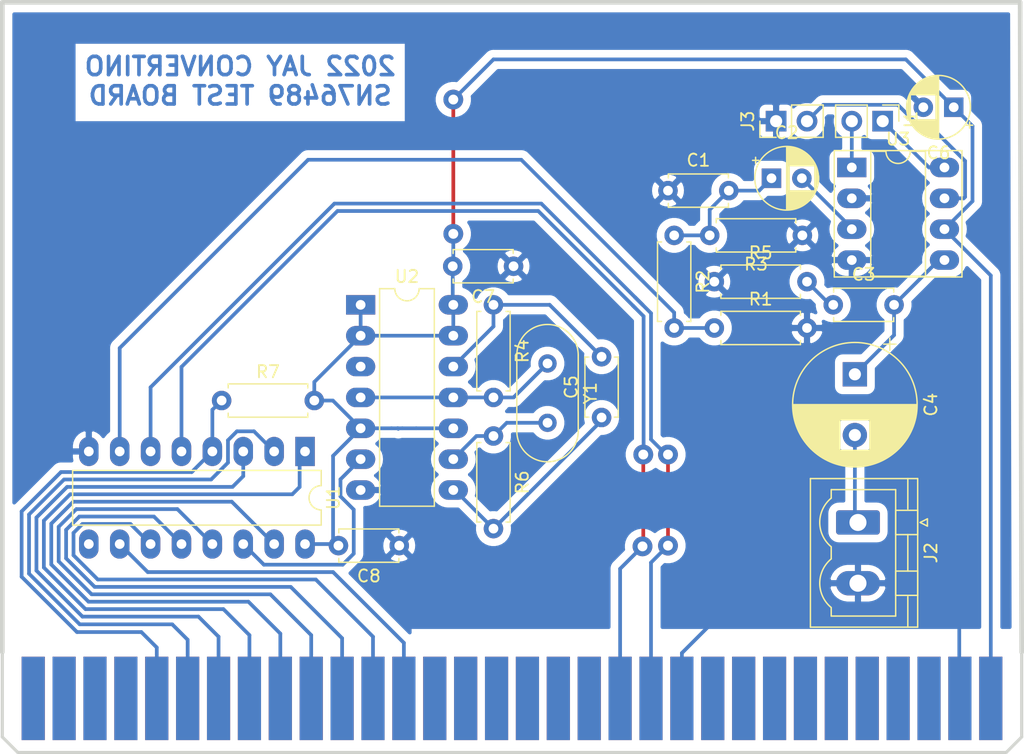
<source format=kicad_pcb>
(kicad_pcb (version 20171130) (host pcbnew 5.1.12-84ad8e8a86~92~ubuntu20.04.1)

  (general
    (thickness 1.6)
    (drawings 4)
    (tracks 204)
    (zones 0)
    (modules 23)
    (nets 80)
  )

  (page A4)
  (layers
    (0 F.Cu signal)
    (31 B.Cu signal)
    (32 B.Adhes user)
    (33 F.Adhes user)
    (34 B.Paste user)
    (35 F.Paste user)
    (36 B.SilkS user hide)
    (37 F.SilkS user)
    (38 B.Mask user)
    (39 F.Mask user hide)
    (40 Dwgs.User user)
    (41 Cmts.User user)
    (42 Eco1.User user)
    (43 Eco2.User user)
    (44 Edge.Cuts user)
    (45 Margin user)
    (46 B.CrtYd user)
    (47 F.CrtYd user)
    (48 B.Fab user)
    (49 F.Fab user)
  )

  (setup
    (last_trace_width 0.3048)
    (trace_clearance 0.3048)
    (zone_clearance 0.635)
    (zone_45_only no)
    (trace_min 0.2)
    (via_size 1.6256)
    (via_drill 0.8128)
    (via_min_size 0.4)
    (via_min_drill 0.3)
    (uvia_size 0.3)
    (uvia_drill 0.1)
    (uvias_allowed no)
    (uvia_min_size 0.2)
    (uvia_min_drill 0.1)
    (edge_width 0.381)
    (segment_width 0.2)
    (pcb_text_width 0.3)
    (pcb_text_size 1.5 1.5)
    (mod_edge_width 0.12)
    (mod_text_size 1 1)
    (mod_text_width 0.15)
    (pad_size 1.524 1.524)
    (pad_drill 0.762)
    (pad_to_mask_clearance 0)
    (aux_axis_origin 0 0)
    (visible_elements FFFFFF7F)
    (pcbplotparams
      (layerselection 0x01000_fffffffe)
      (usegerberextensions false)
      (usegerberattributes true)
      (usegerberadvancedattributes true)
      (creategerberjobfile true)
      (excludeedgelayer true)
      (linewidth 0.100000)
      (plotframeref false)
      (viasonmask false)
      (mode 1)
      (useauxorigin false)
      (hpglpennumber 1)
      (hpglpenspeed 20)
      (hpglpendiameter 15.000000)
      (psnegative false)
      (psa4output false)
      (plotreference true)
      (plotvalue true)
      (plotinvisibletext false)
      (padsonsilk false)
      (subtractmaskfromsilk false)
      (outputformat 1)
      (mirror false)
      (drillshape 0)
      (scaleselection 1)
      (outputdirectory "/media/jconvertino/TransferCAD/GERBER/Picerino_SN76489/"))
  )

  (net 0 "")
  (net 1 "Net-(C1-Pad2)")
  (net 2 "Net-(C2-Pad2)")
  (net 3 "Net-(C3-Pad2)")
  (net 4 "Net-(C3-Pad1)")
  (net 5 "Net-(C4-Pad2)")
  (net 6 "Net-(C5-Pad2)")
  (net 7 "Net-(C5-Pad1)")
  (net 8 GNDD)
  (net 9 VCC)
  (net 10 "Net-(CON1-PadB1)")
  (net 11 "Net-(CON1-PadB2)")
  (net 12 "Net-(CON1-PadB3)")
  (net 13 "Net-(CON1-PadB4)")
  (net 14 "Net-(CON1-PadB5)")
  (net 15 "Net-(CON1-PadB6)")
  (net 16 "Net-(CON1-PadB7)")
  (net 17 "Net-(CON1-PadB8)")
  (net 18 "Net-(CON1-PadB9)")
  (net 19 "Net-(CON1-PadB10)")
  (net 20 "Net-(CON1-PadB11)")
  (net 21 "Net-(CON1-PadB12)")
  (net 22 "Net-(CON1-PadB13)")
  (net 23 "Net-(CON1-PadB14)")
  (net 24 "Net-(CON1-PadB15)")
  (net 25 "Net-(CON1-PadB16)")
  (net 26 "Net-(CON1-PadB17)")
  (net 27 "Net-(CON1-PadB18)")
  (net 28 "Net-(CON1-PadB19)")
  (net 29 "Net-(CON1-PadB20)")
  (net 30 "Net-(CON1-PadB21)")
  (net 31 "Net-(CON1-PadB22)")
  (net 32 "Net-(CON1-PadB23)")
  (net 33 "Net-(CON1-PadB24)")
  (net 34 "Net-(CON1-PadB25)")
  (net 35 "Net-(CON1-PadB26)")
  (net 36 "Net-(CON1-PadB27)")
  (net 37 "Net-(CON1-PadB28)")
  (net 38 "Net-(CON1-PadB29)")
  (net 39 "Net-(CON1-PadB30)")
  (net 40 "Net-(CON1-PadB31)")
  (net 41 "Net-(CON1-PadB32)")
  (net 42 "Net-(CON1-PadA4)")
  (net 43 "Net-(CON1-PadA3)")
  (net 44 "Net-(CON1-PadA5)")
  (net 45 "Net-(CON1-PadA16)")
  (net 46 "Net-(CON1-PadA17)")
  (net 47 /D5)
  (net 48 /D6)
  (net 49 /D7)
  (net 50 /D0)
  (net 51 /D1)
  (net 52 /D2)
  (net 53 /D3)
  (net 54 /D4)
  (net 55 "Net-(J1-Pad2)")
  (net 56 "Net-(J1-Pad1)")
  (net 57 "Net-(R1-Pad1)")
  (net 58 "Net-(R4-Pad2)")
  (net 59 "Net-(R6-Pad1)")
  (net 60 "Net-(U1-Pad14)")
  (net 61 "Net-(U1-Pad9)")
  (net 62 "Net-(U2-Pad3)")
  (net 63 "Net-(CON1-PadA28)")
  (net 64 "Net-(CON1-PadA29)")
  (net 65 "Net-(CON1-PadA30)")
  (net 66 "Net-(CON1-PadA23)")
  (net 67 "Net-(CON1-PadA24)")
  (net 68 "Net-(CON1-PadA25)")
  (net 69 "Net-(CON1-PadA26)")
  (net 70 "Net-(CON1-PadA27)")
  (net 71 "Net-(J3-Pad2)")
  (net 72 "Net-(CON1-PadA2)")
  (net 73 "Net-(CON1-PadA1)")
  (net 74 "Net-(CON1-PadA14)")
  (net 75 "Net-(CON1-PadA15)")
  (net 76 "Net-(CON1-PadA18)")
  (net 77 "Net-(CON1-PadA20)")
  (net 78 "Net-(CON1-PadA19)")
  (net 79 "Net-(CON1-PadA21)")

  (net_class Default "This is the default net class."
    (clearance 0.3048)
    (trace_width 0.3048)
    (via_dia 1.6256)
    (via_drill 0.8128)
    (uvia_dia 0.3)
    (uvia_drill 0.1)
    (add_net /D0)
    (add_net /D1)
    (add_net /D2)
    (add_net /D3)
    (add_net /D4)
    (add_net /D5)
    (add_net /D6)
    (add_net /D7)
    (add_net GNDD)
    (add_net "Net-(C1-Pad2)")
    (add_net "Net-(C2-Pad2)")
    (add_net "Net-(C3-Pad1)")
    (add_net "Net-(C3-Pad2)")
    (add_net "Net-(C4-Pad2)")
    (add_net "Net-(C5-Pad1)")
    (add_net "Net-(C5-Pad2)")
    (add_net "Net-(CON1-PadA1)")
    (add_net "Net-(CON1-PadA14)")
    (add_net "Net-(CON1-PadA15)")
    (add_net "Net-(CON1-PadA16)")
    (add_net "Net-(CON1-PadA17)")
    (add_net "Net-(CON1-PadA18)")
    (add_net "Net-(CON1-PadA19)")
    (add_net "Net-(CON1-PadA2)")
    (add_net "Net-(CON1-PadA20)")
    (add_net "Net-(CON1-PadA21)")
    (add_net "Net-(CON1-PadA23)")
    (add_net "Net-(CON1-PadA24)")
    (add_net "Net-(CON1-PadA25)")
    (add_net "Net-(CON1-PadA26)")
    (add_net "Net-(CON1-PadA27)")
    (add_net "Net-(CON1-PadA28)")
    (add_net "Net-(CON1-PadA29)")
    (add_net "Net-(CON1-PadA3)")
    (add_net "Net-(CON1-PadA30)")
    (add_net "Net-(CON1-PadA4)")
    (add_net "Net-(CON1-PadA5)")
    (add_net "Net-(CON1-PadB1)")
    (add_net "Net-(CON1-PadB10)")
    (add_net "Net-(CON1-PadB11)")
    (add_net "Net-(CON1-PadB12)")
    (add_net "Net-(CON1-PadB13)")
    (add_net "Net-(CON1-PadB14)")
    (add_net "Net-(CON1-PadB15)")
    (add_net "Net-(CON1-PadB16)")
    (add_net "Net-(CON1-PadB17)")
    (add_net "Net-(CON1-PadB18)")
    (add_net "Net-(CON1-PadB19)")
    (add_net "Net-(CON1-PadB2)")
    (add_net "Net-(CON1-PadB20)")
    (add_net "Net-(CON1-PadB21)")
    (add_net "Net-(CON1-PadB22)")
    (add_net "Net-(CON1-PadB23)")
    (add_net "Net-(CON1-PadB24)")
    (add_net "Net-(CON1-PadB25)")
    (add_net "Net-(CON1-PadB26)")
    (add_net "Net-(CON1-PadB27)")
    (add_net "Net-(CON1-PadB28)")
    (add_net "Net-(CON1-PadB29)")
    (add_net "Net-(CON1-PadB3)")
    (add_net "Net-(CON1-PadB30)")
    (add_net "Net-(CON1-PadB31)")
    (add_net "Net-(CON1-PadB32)")
    (add_net "Net-(CON1-PadB4)")
    (add_net "Net-(CON1-PadB5)")
    (add_net "Net-(CON1-PadB6)")
    (add_net "Net-(CON1-PadB7)")
    (add_net "Net-(CON1-PadB8)")
    (add_net "Net-(CON1-PadB9)")
    (add_net "Net-(J1-Pad1)")
    (add_net "Net-(J1-Pad2)")
    (add_net "Net-(J3-Pad2)")
    (add_net "Net-(R1-Pad1)")
    (add_net "Net-(R4-Pad2)")
    (add_net "Net-(R6-Pad1)")
    (add_net "Net-(U1-Pad14)")
    (add_net "Net-(U1-Pad9)")
    (add_net "Net-(U2-Pad3)")
    (add_net VCC)
  )

  (module Resistor_THT:R_Axial_DIN0207_L6.3mm_D2.5mm_P7.62mm_Horizontal (layer F.Cu) (tedit 5AE5139B) (tstamp 6213F2AB)
    (at 124.968 83.439)
    (descr "Resistor, Axial_DIN0207 series, Axial, Horizontal, pin pitch=7.62mm, 0.25W = 1/4W, length*diameter=6.3*2.5mm^2, http://cdn-reichelt.de/documents/datenblatt/B400/1_4W%23YAG.pdf")
    (tags "Resistor Axial_DIN0207 series Axial Horizontal pin pitch 7.62mm 0.25W = 1/4W length 6.3mm diameter 2.5mm")
    (path /61F29101)
    (fp_text reference R7 (at 3.81 -2.37) (layer F.SilkS)
      (effects (font (size 1 1) (thickness 0.15)))
    )
    (fp_text value 10K (at 3.81 2.37) (layer F.Fab)
      (effects (font (size 1 1) (thickness 0.15)))
    )
    (fp_text user %R (at 3.81 0) (layer F.Fab)
      (effects (font (size 1 1) (thickness 0.15)))
    )
    (fp_line (start 0.66 -1.25) (end 0.66 1.25) (layer F.Fab) (width 0.1))
    (fp_line (start 0.66 1.25) (end 6.96 1.25) (layer F.Fab) (width 0.1))
    (fp_line (start 6.96 1.25) (end 6.96 -1.25) (layer F.Fab) (width 0.1))
    (fp_line (start 6.96 -1.25) (end 0.66 -1.25) (layer F.Fab) (width 0.1))
    (fp_line (start 0 0) (end 0.66 0) (layer F.Fab) (width 0.1))
    (fp_line (start 7.62 0) (end 6.96 0) (layer F.Fab) (width 0.1))
    (fp_line (start 0.54 -1.04) (end 0.54 -1.37) (layer F.SilkS) (width 0.12))
    (fp_line (start 0.54 -1.37) (end 7.08 -1.37) (layer F.SilkS) (width 0.12))
    (fp_line (start 7.08 -1.37) (end 7.08 -1.04) (layer F.SilkS) (width 0.12))
    (fp_line (start 0.54 1.04) (end 0.54 1.37) (layer F.SilkS) (width 0.12))
    (fp_line (start 0.54 1.37) (end 7.08 1.37) (layer F.SilkS) (width 0.12))
    (fp_line (start 7.08 1.37) (end 7.08 1.04) (layer F.SilkS) (width 0.12))
    (fp_line (start -1.05 -1.5) (end -1.05 1.5) (layer F.CrtYd) (width 0.05))
    (fp_line (start -1.05 1.5) (end 8.67 1.5) (layer F.CrtYd) (width 0.05))
    (fp_line (start 8.67 1.5) (end 8.67 -1.5) (layer F.CrtYd) (width 0.05))
    (fp_line (start 8.67 -1.5) (end -1.05 -1.5) (layer F.CrtYd) (width 0.05))
    (pad 2 thru_hole oval (at 7.62 0) (size 1.6 1.6) (drill 0.8) (layers *.Cu *.Mask)
      (net 9 VCC))
    (pad 1 thru_hole circle (at 0 0) (size 1.6 1.6) (drill 0.8) (layers *.Cu *.Mask)
      (net 44 "Net-(CON1-PadA5)"))
    (model ${KISYS3DMOD}/Resistor_THT.3dshapes/R_Axial_DIN0207_L6.3mm_D2.5mm_P7.62mm_Horizontal.wrl
      (at (xyz 0 0 0))
      (scale (xyz 1 1 1))
      (rotate (xyz 0 0 0))
    )
  )

  (module PICerino:GENESIS-EDGE (layer F.Cu) (tedit 61F30DDA) (tstamp 61F3881E)
    (at 109.474 107.95)
    (path /61F69BEA)
    (fp_text reference CON1 (at 0.8 -5.2) (layer F.SilkS) hide
      (effects (font (size 0.889 0.889) (thickness 0.2032)))
    )
    (fp_text value PICERINO-EDGE (at 3.9 -7.4) (layer F.Fab) hide
      (effects (font (size 0.889 0.889) (thickness 0.2032)))
    )
    (fp_line (start 81.28 3.175) (end 81.28 -3.81) (layer Edge.Cuts) (width 0.254))
    (fp_line (start 80.01 4.445) (end 81.28 3.175) (layer Edge.Cuts) (width 0.254))
    (fp_line (start -1.27 4.445) (end 80.01 4.445) (layer Edge.Cuts) (width 0.254))
    (fp_line (start -2.54 3.175) (end -1.27 4.445) (layer Edge.Cuts) (width 0.254))
    (fp_line (start -2.54 -3.81) (end -2.54 3.175) (layer Edge.Cuts) (width 0.254))
    (fp_poly (pts (xy -2.54 -3.81) (xy 81.28 -3.81) (xy 81.28 3.175) (xy 80.01 4.445)
      (xy -1.27 4.445) (xy -2.54 3.175)) (layer B.Mask) (width 0.1))
    (fp_poly (pts (xy -2.54 -3.81) (xy 81.28 -3.81) (xy 81.28 3.175) (xy 80.01 4.445)
      (xy -1.27 4.445) (xy -2.54 3.175)) (layer F.Mask) (width 0.1))
    (pad A27 smd rect (at 66.04 0) (size 1.905 6.858) (layers B.Cu)
      (net 70 "Net-(CON1-PadA27)"))
    (pad A26 smd rect (at 63.5 0) (size 1.905 6.858) (layers B.Cu)
      (net 69 "Net-(CON1-PadA26)"))
    (pad A25 smd rect (at 60.96 0) (size 1.905 6.858) (layers B.Cu)
      (net 68 "Net-(CON1-PadA25)"))
    (pad A24 smd rect (at 58.42 0) (size 1.905 6.858) (layers B.Cu)
      (net 67 "Net-(CON1-PadA24)"))
    (pad A23 smd rect (at 55.88 0) (size 1.905 6.858) (layers B.Cu)
      (net 66 "Net-(CON1-PadA23)"))
    (pad A32 smd rect (at 78.74 0) (size 1.905 6.858) (layers B.Cu)
      (net 9 VCC))
    (pad A30 smd rect (at 73.66 0) (size 1.905 6.858) (layers B.Cu)
      (net 65 "Net-(CON1-PadA30)"))
    (pad A29 smd rect (at 71.12 0) (size 1.905 6.858) (layers B.Cu)
      (net 64 "Net-(CON1-PadA29)"))
    (pad A28 smd rect (at 68.58 0) (size 1.905 6.858) (layers B.Cu)
      (net 63 "Net-(CON1-PadA28)"))
    (pad A31 smd rect (at 76.2 0) (size 1.905 6.858) (layers B.Cu)
      (net 8 GNDD))
    (pad A22 smd rect (at 53.34 0) (size 1.905 6.858) (layers B.Cu)
      (net 8 GNDD))
    (pad A21 smd rect (at 50.8 0) (size 1.905 6.858) (layers B.Cu)
      (net 79 "Net-(CON1-PadA21)"))
    (pad A17 smd rect (at 40.64 0) (size 1.905 6.858) (layers B.Cu)
      (net 46 "Net-(CON1-PadA17)"))
    (pad A19 smd rect (at 45.72 0) (size 1.905 6.858) (layers B.Cu)
      (net 78 "Net-(CON1-PadA19)"))
    (pad A20 smd rect (at 48.26 0) (size 1.905 6.858) (layers B.Cu)
      (net 77 "Net-(CON1-PadA20)"))
    (pad A18 smd rect (at 43.18 0) (size 1.905 6.858) (layers B.Cu)
      (net 76 "Net-(CON1-PadA18)"))
    (pad A16 smd rect (at 38.1 0) (size 1.905 6.858) (layers B.Cu)
      (net 45 "Net-(CON1-PadA16)"))
    (pad A15 smd rect (at 35.56 0) (size 1.905 6.858) (layers B.Cu)
      (net 75 "Net-(CON1-PadA15)"))
    (pad A12 smd rect (at 27.94 0) (size 1.905 6.858) (layers B.Cu)
      (net 48 /D6))
    (pad A11 smd rect (at 25.4 0) (size 1.905 6.858) (layers B.Cu)
      (net 47 /D5))
    (pad A14 smd rect (at 33.02 0) (size 1.905 6.858) (layers B.Cu)
      (net 74 "Net-(CON1-PadA14)"))
    (pad A13 smd rect (at 30.48 0) (size 1.905 6.858) (layers B.Cu)
      (net 49 /D7))
    (pad A10 smd rect (at 22.86 0) (size 1.905 6.858) (layers B.Cu)
      (net 54 /D4))
    (pad A7 smd rect (at 15.24 0) (size 1.905 6.858) (layers B.Cu)
      (net 50 /D0))
    (pad A6 smd rect (at 12.7 0) (size 1.905 6.858) (layers B.Cu)
      (net 51 /D1))
    (pad A9 smd rect (at 20.32 0) (size 1.905 6.858) (layers B.Cu)
      (net 53 /D3))
    (pad A8 smd rect (at 17.78 0) (size 1.905 6.858) (layers B.Cu)
      (net 52 /D2))
    (pad A5 smd rect (at 10.16 0) (size 1.905 6.858) (layers B.Cu)
      (net 44 "Net-(CON1-PadA5)"))
    (pad A3 smd rect (at 5.08 0) (size 1.905 6.858) (layers B.Cu)
      (net 43 "Net-(CON1-PadA3)"))
    (pad A1 smd rect (at 0 0) (size 1.905 6.858) (layers B.Cu)
      (net 73 "Net-(CON1-PadA1)"))
    (pad A2 smd rect (at 2.54 0) (size 1.905 6.858) (layers B.Cu)
      (net 72 "Net-(CON1-PadA2)"))
    (pad A4 smd rect (at 7.62 0) (size 1.905 6.858) (layers B.Cu)
      (net 42 "Net-(CON1-PadA4)"))
    (pad B32 smd rect (at 78.74 0) (size 1.905 6.858) (layers F.Cu)
      (net 41 "Net-(CON1-PadB32)"))
    (pad B31 smd rect (at 76.2 0) (size 1.905 6.858) (layers F.Cu)
      (net 40 "Net-(CON1-PadB31)"))
    (pad B30 smd rect (at 73.66 0) (size 1.905 6.858) (layers F.Cu)
      (net 39 "Net-(CON1-PadB30)"))
    (pad B29 smd rect (at 71.12 0) (size 1.905 6.858) (layers F.Cu)
      (net 38 "Net-(CON1-PadB29)"))
    (pad B28 smd rect (at 68.58 0) (size 1.905 6.858) (layers F.Cu)
      (net 37 "Net-(CON1-PadB28)"))
    (pad B27 smd rect (at 66.04 0) (size 1.905 6.858) (layers F.Cu)
      (net 36 "Net-(CON1-PadB27)"))
    (pad B26 smd rect (at 63.5 0) (size 1.905 6.858) (layers F.Cu)
      (net 35 "Net-(CON1-PadB26)"))
    (pad B25 smd rect (at 60.96 0) (size 1.905 6.858) (layers F.Cu)
      (net 34 "Net-(CON1-PadB25)"))
    (pad B24 smd rect (at 58.42 0) (size 1.905 6.858) (layers F.Cu)
      (net 33 "Net-(CON1-PadB24)"))
    (pad B23 smd rect (at 55.88 0) (size 1.905 6.858) (layers F.Cu)
      (net 32 "Net-(CON1-PadB23)"))
    (pad B22 smd rect (at 53.34 0) (size 1.905 6.858) (layers F.Cu)
      (net 31 "Net-(CON1-PadB22)"))
    (pad B21 smd rect (at 50.8 0) (size 1.905 6.858) (layers F.Cu)
      (net 30 "Net-(CON1-PadB21)"))
    (pad B20 smd rect (at 48.26 0) (size 1.905 6.858) (layers F.Cu)
      (net 29 "Net-(CON1-PadB20)"))
    (pad B19 smd rect (at 45.72 0) (size 1.905 6.858) (layers F.Cu)
      (net 28 "Net-(CON1-PadB19)"))
    (pad B18 smd rect (at 43.18 0) (size 1.905 6.858) (layers F.Cu)
      (net 27 "Net-(CON1-PadB18)"))
    (pad B17 smd rect (at 40.64 0) (size 1.905 6.858) (layers F.Cu)
      (net 26 "Net-(CON1-PadB17)"))
    (pad B16 smd rect (at 38.1 0) (size 1.905 6.858) (layers F.Cu)
      (net 25 "Net-(CON1-PadB16)"))
    (pad B15 smd rect (at 35.56 0) (size 1.905 6.858) (layers F.Cu)
      (net 24 "Net-(CON1-PadB15)"))
    (pad B14 smd rect (at 33.02 0) (size 1.905 6.858) (layers F.Cu)
      (net 23 "Net-(CON1-PadB14)"))
    (pad B13 smd rect (at 30.48 0) (size 1.905 6.858) (layers F.Cu)
      (net 22 "Net-(CON1-PadB13)"))
    (pad B12 smd rect (at 27.94 0) (size 1.905 6.858) (layers F.Cu)
      (net 21 "Net-(CON1-PadB12)"))
    (pad B11 smd rect (at 25.4 0) (size 1.905 6.858) (layers F.Cu)
      (net 20 "Net-(CON1-PadB11)"))
    (pad B10 smd rect (at 22.86 0) (size 1.905 6.858) (layers F.Cu)
      (net 19 "Net-(CON1-PadB10)"))
    (pad B9 smd rect (at 20.32 0) (size 1.905 6.858) (layers F.Cu)
      (net 18 "Net-(CON1-PadB9)"))
    (pad B8 smd rect (at 17.78 0) (size 1.905 6.858) (layers F.Cu)
      (net 17 "Net-(CON1-PadB8)"))
    (pad B7 smd rect (at 15.24 0) (size 1.905 6.858) (layers F.Cu)
      (net 16 "Net-(CON1-PadB7)"))
    (pad B6 smd rect (at 12.7 0) (size 1.905 6.858) (layers F.Cu)
      (net 15 "Net-(CON1-PadB6)"))
    (pad B5 smd rect (at 10.16 0) (size 1.905 6.858) (layers F.Cu)
      (net 14 "Net-(CON1-PadB5)"))
    (pad B4 smd rect (at 7.62 0) (size 1.905 6.858) (layers F.Cu)
      (net 13 "Net-(CON1-PadB4)"))
    (pad B3 smd rect (at 5.08 0) (size 1.905 6.858) (layers F.Cu)
      (net 12 "Net-(CON1-PadB3)"))
    (pad B2 smd rect (at 2.54 0) (size 1.905 6.858) (layers F.Cu)
      (net 11 "Net-(CON1-PadB2)"))
    (pad B1 smd rect (at 0 0) (size 1.905 6.858) (layers F.Cu)
      (net 10 "Net-(CON1-PadB1)"))
  )

  (module Connector_Phoenix_MSTB:PhoenixContact_MSTBVA_2,5_2-G_1x02_P5.00mm_Vertical (layer F.Cu) (tedit 5B785046) (tstamp 61DA9A33)
    (at 177.292 93.472 270)
    (descr "Generic Phoenix Contact connector footprint for: MSTBVA_2,5/2-G; number of pins: 02; pin pitch: 5.00mm; Vertical || order number: 1755516 12A || order number: 1924198 16A (HC)")
    (tags "phoenix_contact connector MSTBVA_01x02_G_5.00mm")
    (path /61E4153E)
    (fp_text reference J2 (at 2.5 -6 90) (layer F.SilkS)
      (effects (font (size 1 1) (thickness 0.15)))
    )
    (fp_text value Conn_01x02 (at 2.5 5 90) (layer F.Fab)
      (effects (font (size 1 1) (thickness 0.15)))
    )
    (fp_line (start -3.61 -4.91) (end -3.61 3.91) (layer F.SilkS) (width 0.12))
    (fp_line (start -3.61 3.91) (end 8.61 3.91) (layer F.SilkS) (width 0.12))
    (fp_line (start 8.61 3.91) (end 8.61 -4.91) (layer F.SilkS) (width 0.12))
    (fp_line (start 8.61 -4.91) (end -3.61 -4.91) (layer F.SilkS) (width 0.12))
    (fp_line (start -3.5 -4.8) (end -3.5 3.8) (layer F.Fab) (width 0.1))
    (fp_line (start -3.5 3.8) (end 8.5 3.8) (layer F.Fab) (width 0.1))
    (fp_line (start 8.5 3.8) (end 8.5 -4.8) (layer F.Fab) (width 0.1))
    (fp_line (start 8.5 -4.8) (end -3.5 -4.8) (layer F.Fab) (width 0.1))
    (fp_line (start -3.61 -4.1) (end -1.11 -4.1) (layer F.SilkS) (width 0.12))
    (fp_line (start 8.61 -4.1) (end 6.11 -4.1) (layer F.SilkS) (width 0.12))
    (fp_line (start 1 -4.1) (end 4 -4.1) (layer F.SilkS) (width 0.12))
    (fp_line (start -1 -3.1) (end -1 -4.91) (layer F.SilkS) (width 0.12))
    (fp_line (start -1 -4.91) (end 1 -4.91) (layer F.SilkS) (width 0.12))
    (fp_line (start 1 -4.91) (end 1 -3.1) (layer F.SilkS) (width 0.12))
    (fp_line (start 1 -3.1) (end -1 -3.1) (layer F.SilkS) (width 0.12))
    (fp_line (start 4 -3.1) (end 4 -4.91) (layer F.SilkS) (width 0.12))
    (fp_line (start 4 -4.91) (end 6 -4.91) (layer F.SilkS) (width 0.12))
    (fp_line (start 6 -4.91) (end 6 -3.1) (layer F.SilkS) (width 0.12))
    (fp_line (start 6 -3.1) (end 4 -3.1) (layer F.SilkS) (width 0.12))
    (fp_line (start 2 2.2) (end 3 2.2) (layer F.SilkS) (width 0.12))
    (fp_line (start -2 2.2) (end -2.7 2.2) (layer F.SilkS) (width 0.12))
    (fp_line (start -2.7 2.2) (end -2.7 -3.1) (layer F.SilkS) (width 0.12))
    (fp_line (start -2.7 -3.1) (end 7.7 -3.1) (layer F.SilkS) (width 0.12))
    (fp_line (start 7.7 -3.1) (end 7.7 2.2) (layer F.SilkS) (width 0.12))
    (fp_line (start 7.7 2.2) (end 7 2.2) (layer F.SilkS) (width 0.12))
    (fp_line (start -4 -5.3) (end -4 4.3) (layer F.CrtYd) (width 0.05))
    (fp_line (start -4 4.3) (end 9 4.3) (layer F.CrtYd) (width 0.05))
    (fp_line (start 9 4.3) (end 9 -5.3) (layer F.CrtYd) (width 0.05))
    (fp_line (start 9 -5.3) (end -4 -5.3) (layer F.CrtYd) (width 0.05))
    (fp_line (start 0.3 -5.71) (end 0 -5.11) (layer F.SilkS) (width 0.12))
    (fp_line (start 0 -5.11) (end -0.3 -5.71) (layer F.SilkS) (width 0.12))
    (fp_line (start -0.3 -5.71) (end 0.3 -5.71) (layer F.SilkS) (width 0.12))
    (fp_line (start 0.5 -3.55) (end 0 -2.55) (layer F.Fab) (width 0.1))
    (fp_line (start 0 -2.55) (end -0.5 -3.55) (layer F.Fab) (width 0.1))
    (fp_line (start -0.5 -3.55) (end 0.5 -3.55) (layer F.Fab) (width 0.1))
    (fp_text user %R (at 2.5 -4.1 90) (layer F.Fab)
      (effects (font (size 1 1) (thickness 0.15)))
    )
    (fp_arc (start 5 0.55) (end 3 2.2) (angle -100.5) (layer F.SilkS) (width 0.12))
    (fp_arc (start 0 0.55) (end -2 2.2) (angle -100.5) (layer F.SilkS) (width 0.12))
    (pad 2 thru_hole oval (at 5 0 270) (size 2 3.6) (drill 1.4) (layers *.Cu *.Mask)
      (net 8 GNDD))
    (pad 1 thru_hole roundrect (at 0 0 270) (size 2 3.6) (drill 1.4) (layers *.Cu *.Mask) (roundrect_rratio 0.125)
      (net 5 "Net-(C4-Pad2)"))
    (model ${KISYS3DMOD}/Connector_Phoenix_MSTB.3dshapes/PhoenixContact_MSTBVA_2,5_2-G_1x02_P5.00mm_Vertical.wrl
      (at (xyz 0 0 0))
      (scale (xyz 1 1 1))
      (rotate (xyz 0 0 0))
    )
  )

  (module Connector_PinHeader_2.54mm:PinHeader_1x02_P2.54mm_Vertical (layer F.Cu) (tedit 59FED5CC) (tstamp 61EDA307)
    (at 170.561 60.452 90)
    (descr "Through hole straight pin header, 1x02, 2.54mm pitch, single row")
    (tags "Through hole pin header THT 1x02 2.54mm single row")
    (path /61EE783B)
    (fp_text reference J3 (at 0 -2.33 90) (layer F.SilkS)
      (effects (font (size 1 1) (thickness 0.15)))
    )
    (fp_text value Conn_01x02 (at 0 4.87 90) (layer F.Fab)
      (effects (font (size 1 1) (thickness 0.15)))
    )
    (fp_line (start -0.635 -1.27) (end 1.27 -1.27) (layer F.Fab) (width 0.1))
    (fp_line (start 1.27 -1.27) (end 1.27 3.81) (layer F.Fab) (width 0.1))
    (fp_line (start 1.27 3.81) (end -1.27 3.81) (layer F.Fab) (width 0.1))
    (fp_line (start -1.27 3.81) (end -1.27 -0.635) (layer F.Fab) (width 0.1))
    (fp_line (start -1.27 -0.635) (end -0.635 -1.27) (layer F.Fab) (width 0.1))
    (fp_line (start -1.33 3.87) (end 1.33 3.87) (layer F.SilkS) (width 0.12))
    (fp_line (start -1.33 1.27) (end -1.33 3.87) (layer F.SilkS) (width 0.12))
    (fp_line (start 1.33 1.27) (end 1.33 3.87) (layer F.SilkS) (width 0.12))
    (fp_line (start -1.33 1.27) (end 1.33 1.27) (layer F.SilkS) (width 0.12))
    (fp_line (start -1.33 0) (end -1.33 -1.33) (layer F.SilkS) (width 0.12))
    (fp_line (start -1.33 -1.33) (end 0 -1.33) (layer F.SilkS) (width 0.12))
    (fp_line (start -1.8 -1.8) (end -1.8 4.35) (layer F.CrtYd) (width 0.05))
    (fp_line (start -1.8 4.35) (end 1.8 4.35) (layer F.CrtYd) (width 0.05))
    (fp_line (start 1.8 4.35) (end 1.8 -1.8) (layer F.CrtYd) (width 0.05))
    (fp_line (start 1.8 -1.8) (end -1.8 -1.8) (layer F.CrtYd) (width 0.05))
    (fp_text user %R (at 0 1.27) (layer F.Fab)
      (effects (font (size 1 1) (thickness 0.15)))
    )
    (pad 2 thru_hole oval (at 0 2.54 90) (size 1.7 1.7) (drill 1) (layers *.Cu *.Mask)
      (net 71 "Net-(J3-Pad2)"))
    (pad 1 thru_hole rect (at 0 0 90) (size 1.7 1.7) (drill 1) (layers *.Cu *.Mask)
      (net 8 GNDD))
    (model ${KISYS3DMOD}/Connector_PinHeader_2.54mm.3dshapes/PinHeader_1x02_P2.54mm_Vertical.wrl
      (at (xyz 0 0 0))
      (scale (xyz 1 1 1))
      (rotate (xyz 0 0 0))
    )
  )

  (module Package_DIP:DIP-8_W7.62mm_Socket_LongPads (layer F.Cu) (tedit 5A02E8C5) (tstamp 61DA9B27)
    (at 176.784 64.262)
    (descr "8-lead though-hole mounted DIP package, row spacing 7.62 mm (300 mils), Socket, LongPads")
    (tags "THT DIP DIL PDIP 2.54mm 7.62mm 300mil Socket LongPads")
    (path /61E2A712)
    (fp_text reference U3 (at 3.81 -2.33) (layer F.SilkS)
      (effects (font (size 1 1) (thickness 0.15)))
    )
    (fp_text value LM386 (at 3.81 9.95) (layer F.Fab)
      (effects (font (size 1 1) (thickness 0.15)))
    )
    (fp_line (start 1.635 -1.27) (end 6.985 -1.27) (layer F.Fab) (width 0.1))
    (fp_line (start 6.985 -1.27) (end 6.985 8.89) (layer F.Fab) (width 0.1))
    (fp_line (start 6.985 8.89) (end 0.635 8.89) (layer F.Fab) (width 0.1))
    (fp_line (start 0.635 8.89) (end 0.635 -0.27) (layer F.Fab) (width 0.1))
    (fp_line (start 0.635 -0.27) (end 1.635 -1.27) (layer F.Fab) (width 0.1))
    (fp_line (start -1.27 -1.33) (end -1.27 8.95) (layer F.Fab) (width 0.1))
    (fp_line (start -1.27 8.95) (end 8.89 8.95) (layer F.Fab) (width 0.1))
    (fp_line (start 8.89 8.95) (end 8.89 -1.33) (layer F.Fab) (width 0.1))
    (fp_line (start 8.89 -1.33) (end -1.27 -1.33) (layer F.Fab) (width 0.1))
    (fp_line (start 2.81 -1.33) (end 1.56 -1.33) (layer F.SilkS) (width 0.12))
    (fp_line (start 1.56 -1.33) (end 1.56 8.95) (layer F.SilkS) (width 0.12))
    (fp_line (start 1.56 8.95) (end 6.06 8.95) (layer F.SilkS) (width 0.12))
    (fp_line (start 6.06 8.95) (end 6.06 -1.33) (layer F.SilkS) (width 0.12))
    (fp_line (start 6.06 -1.33) (end 4.81 -1.33) (layer F.SilkS) (width 0.12))
    (fp_line (start -1.44 -1.39) (end -1.44 9.01) (layer F.SilkS) (width 0.12))
    (fp_line (start -1.44 9.01) (end 9.06 9.01) (layer F.SilkS) (width 0.12))
    (fp_line (start 9.06 9.01) (end 9.06 -1.39) (layer F.SilkS) (width 0.12))
    (fp_line (start 9.06 -1.39) (end -1.44 -1.39) (layer F.SilkS) (width 0.12))
    (fp_line (start -1.55 -1.6) (end -1.55 9.2) (layer F.CrtYd) (width 0.05))
    (fp_line (start -1.55 9.2) (end 9.15 9.2) (layer F.CrtYd) (width 0.05))
    (fp_line (start 9.15 9.2) (end 9.15 -1.6) (layer F.CrtYd) (width 0.05))
    (fp_line (start 9.15 -1.6) (end -1.55 -1.6) (layer F.CrtYd) (width 0.05))
    (fp_text user %R (at 3.81 3.81) (layer F.Fab)
      (effects (font (size 1 1) (thickness 0.15)))
    )
    (fp_arc (start 3.81 -1.33) (end 2.81 -1.33) (angle -180) (layer F.SilkS) (width 0.12))
    (pad 8 thru_hole oval (at 7.62 0) (size 2.4 1.6) (drill 0.8) (layers *.Cu *.Mask)
      (net 56 "Net-(J1-Pad1)"))
    (pad 4 thru_hole oval (at 0 7.62) (size 2.4 1.6) (drill 0.8) (layers *.Cu *.Mask)
      (net 8 GNDD))
    (pad 7 thru_hole oval (at 7.62 2.54) (size 2.4 1.6) (drill 0.8) (layers *.Cu *.Mask)
      (net 71 "Net-(J3-Pad2)"))
    (pad 3 thru_hole oval (at 0 5.08) (size 2.4 1.6) (drill 0.8) (layers *.Cu *.Mask)
      (net 2 "Net-(C2-Pad2)"))
    (pad 6 thru_hole oval (at 7.62 5.08) (size 2.4 1.6) (drill 0.8) (layers *.Cu *.Mask)
      (net 9 VCC))
    (pad 2 thru_hole oval (at 0 2.54) (size 2.4 1.6) (drill 0.8) (layers *.Cu *.Mask)
      (net 8 GNDD))
    (pad 5 thru_hole oval (at 7.62 7.62) (size 2.4 1.6) (drill 0.8) (layers *.Cu *.Mask)
      (net 3 "Net-(C3-Pad2)"))
    (pad 1 thru_hole rect (at 0 0) (size 2.4 1.6) (drill 0.8) (layers *.Cu *.Mask)
      (net 55 "Net-(J1-Pad2)"))
    (model ${KISYS3DMOD}/Package_DIP.3dshapes/DIP-8_W7.62mm_Socket.wrl
      (at (xyz 0 0 0))
      (scale (xyz 1 1 1))
      (rotate (xyz 0 0 0))
    )
  )

  (module Crystal:Crystal_HC49-U_Vertical (layer F.Cu) (tedit 5A1AD3B8) (tstamp 61DA9B3E)
    (at 151.765 80.391 270)
    (descr "Crystal THT HC-49/U http://5hertz.com/pdfs/04404_D.pdf")
    (tags "THT crystalHC-49/U")
    (path /61DD72C4)
    (fp_text reference Y1 (at 2.44 -3.525 90) (layer F.SilkS)
      (effects (font (size 1 1) (thickness 0.15)))
    )
    (fp_text value 3.579545Mhz (at 2.44 3.525 90) (layer F.Fab)
      (effects (font (size 1 1) (thickness 0.15)))
    )
    (fp_line (start -0.685 -2.325) (end 5.565 -2.325) (layer F.Fab) (width 0.1))
    (fp_line (start -0.685 2.325) (end 5.565 2.325) (layer F.Fab) (width 0.1))
    (fp_line (start -0.56 -2) (end 5.44 -2) (layer F.Fab) (width 0.1))
    (fp_line (start -0.56 2) (end 5.44 2) (layer F.Fab) (width 0.1))
    (fp_line (start -0.685 -2.525) (end 5.565 -2.525) (layer F.SilkS) (width 0.12))
    (fp_line (start -0.685 2.525) (end 5.565 2.525) (layer F.SilkS) (width 0.12))
    (fp_line (start -3.5 -2.8) (end -3.5 2.8) (layer F.CrtYd) (width 0.05))
    (fp_line (start -3.5 2.8) (end 8.4 2.8) (layer F.CrtYd) (width 0.05))
    (fp_line (start 8.4 2.8) (end 8.4 -2.8) (layer F.CrtYd) (width 0.05))
    (fp_line (start 8.4 -2.8) (end -3.5 -2.8) (layer F.CrtYd) (width 0.05))
    (fp_arc (start 5.565 0) (end 5.565 -2.525) (angle 180) (layer F.SilkS) (width 0.12))
    (fp_arc (start -0.685 0) (end -0.685 -2.525) (angle -180) (layer F.SilkS) (width 0.12))
    (fp_arc (start 5.44 0) (end 5.44 -2) (angle 180) (layer F.Fab) (width 0.1))
    (fp_arc (start -0.56 0) (end -0.56 -2) (angle -180) (layer F.Fab) (width 0.1))
    (fp_arc (start 5.565 0) (end 5.565 -2.325) (angle 180) (layer F.Fab) (width 0.1))
    (fp_arc (start -0.685 0) (end -0.685 -2.325) (angle -180) (layer F.Fab) (width 0.1))
    (fp_text user %R (at 2.44 0 90) (layer F.Fab)
      (effects (font (size 1 1) (thickness 0.15)))
    )
    (pad 2 thru_hole circle (at 4.88 0 270) (size 1.5 1.5) (drill 0.8) (layers *.Cu *.Mask)
      (net 59 "Net-(R6-Pad1)"))
    (pad 1 thru_hole circle (at 0 0 270) (size 1.5 1.5) (drill 0.8) (layers *.Cu *.Mask)
      (net 58 "Net-(R4-Pad2)"))
    (model ${KISYS3DMOD}/Crystal.3dshapes/Crystal_HC49-U_Vertical.wrl
      (at (xyz 0 0 0))
      (scale (xyz 1 1 1))
      (rotate (xyz 0 0 0))
    )
  )

  (module Package_DIP:DIP-14_W7.62mm_LongPads (layer F.Cu) (tedit 5A02E8C5) (tstamp 61DA9B03)
    (at 136.398 75.565)
    (descr "14-lead though-hole mounted DIP package, row spacing 7.62 mm (300 mils), LongPads")
    (tags "THT DIP DIL PDIP 2.54mm 7.62mm 300mil LongPads")
    (path /61DC62AD)
    (fp_text reference U2 (at 3.81 -2.33) (layer F.SilkS)
      (effects (font (size 1 1) (thickness 0.15)))
    )
    (fp_text value 74LS00 (at 3.81 17.57) (layer F.Fab)
      (effects (font (size 1 1) (thickness 0.15)))
    )
    (fp_line (start 1.635 -1.27) (end 6.985 -1.27) (layer F.Fab) (width 0.1))
    (fp_line (start 6.985 -1.27) (end 6.985 16.51) (layer F.Fab) (width 0.1))
    (fp_line (start 6.985 16.51) (end 0.635 16.51) (layer F.Fab) (width 0.1))
    (fp_line (start 0.635 16.51) (end 0.635 -0.27) (layer F.Fab) (width 0.1))
    (fp_line (start 0.635 -0.27) (end 1.635 -1.27) (layer F.Fab) (width 0.1))
    (fp_line (start 2.81 -1.33) (end 1.56 -1.33) (layer F.SilkS) (width 0.12))
    (fp_line (start 1.56 -1.33) (end 1.56 16.57) (layer F.SilkS) (width 0.12))
    (fp_line (start 1.56 16.57) (end 6.06 16.57) (layer F.SilkS) (width 0.12))
    (fp_line (start 6.06 16.57) (end 6.06 -1.33) (layer F.SilkS) (width 0.12))
    (fp_line (start 6.06 -1.33) (end 4.81 -1.33) (layer F.SilkS) (width 0.12))
    (fp_line (start -1.45 -1.55) (end -1.45 16.8) (layer F.CrtYd) (width 0.05))
    (fp_line (start -1.45 16.8) (end 9.1 16.8) (layer F.CrtYd) (width 0.05))
    (fp_line (start 9.1 16.8) (end 9.1 -1.55) (layer F.CrtYd) (width 0.05))
    (fp_line (start 9.1 -1.55) (end -1.45 -1.55) (layer F.CrtYd) (width 0.05))
    (fp_text user %R (at 3.81 7.62) (layer F.Fab)
      (effects (font (size 1 1) (thickness 0.15)))
    )
    (fp_arc (start 3.81 -1.33) (end 2.81 -1.33) (angle -180) (layer F.SilkS) (width 0.12))
    (pad 14 thru_hole oval (at 7.62 0) (size 2.4 1.6) (drill 0.8) (layers *.Cu *.Mask)
      (net 9 VCC))
    (pad 7 thru_hole oval (at 0 15.24) (size 2.4 1.6) (drill 0.8) (layers *.Cu *.Mask)
      (net 8 GNDD))
    (pad 13 thru_hole oval (at 7.62 2.54) (size 2.4 1.6) (drill 0.8) (layers *.Cu *.Mask)
      (net 9 VCC))
    (pad 6 thru_hole oval (at 0 12.7) (size 2.4 1.6) (drill 0.8) (layers *.Cu *.Mask)
      (net 60 "Net-(U1-Pad14)"))
    (pad 12 thru_hole oval (at 7.62 5.08) (size 2.4 1.6) (drill 0.8) (layers *.Cu *.Mask)
      (net 6 "Net-(C5-Pad2)"))
    (pad 5 thru_hole oval (at 0 10.16) (size 2.4 1.6) (drill 0.8) (layers *.Cu *.Mask)
      (net 9 VCC))
    (pad 11 thru_hole oval (at 7.62 7.62) (size 2.4 1.6) (drill 0.8) (layers *.Cu *.Mask)
      (net 58 "Net-(R4-Pad2)"))
    (pad 4 thru_hole oval (at 0 7.62) (size 2.4 1.6) (drill 0.8) (layers *.Cu *.Mask)
      (net 58 "Net-(R4-Pad2)"))
    (pad 10 thru_hole oval (at 7.62 10.16) (size 2.4 1.6) (drill 0.8) (layers *.Cu *.Mask)
      (net 9 VCC))
    (pad 3 thru_hole oval (at 0 5.08) (size 2.4 1.6) (drill 0.8) (layers *.Cu *.Mask)
      (net 62 "Net-(U2-Pad3)"))
    (pad 9 thru_hole oval (at 7.62 12.7) (size 2.4 1.6) (drill 0.8) (layers *.Cu *.Mask)
      (net 59 "Net-(R6-Pad1)"))
    (pad 2 thru_hole oval (at 0 2.54) (size 2.4 1.6) (drill 0.8) (layers *.Cu *.Mask)
      (net 9 VCC))
    (pad 8 thru_hole oval (at 7.62 15.24) (size 2.4 1.6) (drill 0.8) (layers *.Cu *.Mask)
      (net 7 "Net-(C5-Pad1)"))
    (pad 1 thru_hole rect (at 0 0) (size 2.4 1.6) (drill 0.8) (layers *.Cu *.Mask)
      (net 9 VCC))
    (model ${KISYS3DMOD}/Package_DIP.3dshapes/DIP-14_W7.62mm.wrl
      (at (xyz 0 0 0))
      (scale (xyz 1 1 1))
      (rotate (xyz 0 0 0))
    )
  )

  (module Package_DIP:DIP-16_W7.62mm_LongPads (layer F.Cu) (tedit 5A02E8C5) (tstamp 61DA9AE1)
    (at 131.826 87.63 270)
    (descr "16-lead though-hole mounted DIP package, row spacing 7.62 mm (300 mils), LongPads")
    (tags "THT DIP DIL PDIP 2.54mm 7.62mm 300mil LongPads")
    (path /61DA60DE)
    (fp_text reference U1 (at 3.81 -2.33 90) (layer F.SilkS)
      (effects (font (size 1 1) (thickness 0.15)))
    )
    (fp_text value sn76489an (at 3.81 20.11 90) (layer F.Fab)
      (effects (font (size 1 1) (thickness 0.15)))
    )
    (fp_line (start 1.635 -1.27) (end 6.985 -1.27) (layer F.Fab) (width 0.1))
    (fp_line (start 6.985 -1.27) (end 6.985 19.05) (layer F.Fab) (width 0.1))
    (fp_line (start 6.985 19.05) (end 0.635 19.05) (layer F.Fab) (width 0.1))
    (fp_line (start 0.635 19.05) (end 0.635 -0.27) (layer F.Fab) (width 0.1))
    (fp_line (start 0.635 -0.27) (end 1.635 -1.27) (layer F.Fab) (width 0.1))
    (fp_line (start 2.81 -1.33) (end 1.56 -1.33) (layer F.SilkS) (width 0.12))
    (fp_line (start 1.56 -1.33) (end 1.56 19.11) (layer F.SilkS) (width 0.12))
    (fp_line (start 1.56 19.11) (end 6.06 19.11) (layer F.SilkS) (width 0.12))
    (fp_line (start 6.06 19.11) (end 6.06 -1.33) (layer F.SilkS) (width 0.12))
    (fp_line (start 6.06 -1.33) (end 4.81 -1.33) (layer F.SilkS) (width 0.12))
    (fp_line (start -1.45 -1.55) (end -1.45 19.3) (layer F.CrtYd) (width 0.05))
    (fp_line (start -1.45 19.3) (end 9.1 19.3) (layer F.CrtYd) (width 0.05))
    (fp_line (start 9.1 19.3) (end 9.1 -1.55) (layer F.CrtYd) (width 0.05))
    (fp_line (start 9.1 -1.55) (end -1.45 -1.55) (layer F.CrtYd) (width 0.05))
    (fp_text user %R (at 3.81 8.89 90) (layer F.Fab)
      (effects (font (size 1 1) (thickness 0.15)))
    )
    (fp_arc (start 3.81 -1.33) (end 2.81 -1.33) (angle -180) (layer F.SilkS) (width 0.12))
    (pad 16 thru_hole oval (at 7.62 0 270) (size 2.4 1.6) (drill 0.8) (layers *.Cu *.Mask)
      (net 9 VCC))
    (pad 8 thru_hole oval (at 0 17.78 270) (size 2.4 1.6) (drill 0.8) (layers *.Cu *.Mask)
      (net 8 GNDD))
    (pad 15 thru_hole oval (at 7.62 2.54 270) (size 2.4 1.6) (drill 0.8) (layers *.Cu *.Mask)
      (net 53 /D3))
    (pad 7 thru_hole oval (at 0 15.24 270) (size 2.4 1.6) (drill 0.8) (layers *.Cu *.Mask)
      (net 57 "Net-(R1-Pad1)"))
    (pad 14 thru_hole oval (at 7.62 5.08 270) (size 2.4 1.6) (drill 0.8) (layers *.Cu *.Mask)
      (net 60 "Net-(U1-Pad14)"))
    (pad 6 thru_hole oval (at 0 12.7 270) (size 2.4 1.6) (drill 0.8) (layers *.Cu *.Mask)
      (net 79 "Net-(CON1-PadA21)"))
    (pad 13 thru_hole oval (at 7.62 7.62 270) (size 2.4 1.6) (drill 0.8) (layers *.Cu *.Mask)
      (net 54 /D4))
    (pad 5 thru_hole oval (at 0 10.16 270) (size 2.4 1.6) (drill 0.8) (layers *.Cu *.Mask)
      (net 77 "Net-(CON1-PadA20)"))
    (pad 12 thru_hole oval (at 7.62 10.16 270) (size 2.4 1.6) (drill 0.8) (layers *.Cu *.Mask)
      (net 47 /D5))
    (pad 4 thru_hole oval (at 0 7.62 270) (size 2.4 1.6) (drill 0.8) (layers *.Cu *.Mask)
      (net 44 "Net-(CON1-PadA5)"))
    (pad 11 thru_hole oval (at 7.62 12.7 270) (size 2.4 1.6) (drill 0.8) (layers *.Cu *.Mask)
      (net 48 /D6))
    (pad 3 thru_hole oval (at 0 5.08 270) (size 2.4 1.6) (drill 0.8) (layers *.Cu *.Mask)
      (net 50 /D0))
    (pad 10 thru_hole oval (at 7.62 15.24 270) (size 2.4 1.6) (drill 0.8) (layers *.Cu *.Mask)
      (net 49 /D7))
    (pad 2 thru_hole oval (at 0 2.54 270) (size 2.4 1.6) (drill 0.8) (layers *.Cu *.Mask)
      (net 51 /D1))
    (pad 9 thru_hole oval (at 7.62 17.78 270) (size 2.4 1.6) (drill 0.8) (layers *.Cu *.Mask)
      (net 61 "Net-(U1-Pad9)"))
    (pad 1 thru_hole rect (at 0 0 270) (size 2.4 1.6) (drill 0.8) (layers *.Cu *.Mask)
      (net 52 /D2))
    (model ${KISYS3DMOD}/Package_DIP.3dshapes/DIP-16_W7.62mm.wrl
      (at (xyz 0 0 0))
      (scale (xyz 1 1 1))
      (rotate (xyz 0 0 0))
    )
  )

  (module Resistor_THT:R_Axial_DIN0207_L6.3mm_D2.5mm_P7.62mm_Horizontal (layer F.Cu) (tedit 5AE5139B) (tstamp 61DA9ABD)
    (at 147.32 86.36 270)
    (descr "Resistor, Axial_DIN0207 series, Axial, Horizontal, pin pitch=7.62mm, 0.25W = 1/4W, length*diameter=6.3*2.5mm^2, http://cdn-reichelt.de/documents/datenblatt/B400/1_4W%23YAG.pdf")
    (tags "Resistor Axial_DIN0207 series Axial Horizontal pin pitch 7.62mm 0.25W = 1/4W length 6.3mm diameter 2.5mm")
    (path /61DD5811)
    (fp_text reference R6 (at 3.81 -2.37 90) (layer F.SilkS)
      (effects (font (size 1 1) (thickness 0.15)))
    )
    (fp_text value 300R (at 3.81 2.37 90) (layer F.Fab)
      (effects (font (size 1 1) (thickness 0.15)))
    )
    (fp_line (start 0.66 -1.25) (end 0.66 1.25) (layer F.Fab) (width 0.1))
    (fp_line (start 0.66 1.25) (end 6.96 1.25) (layer F.Fab) (width 0.1))
    (fp_line (start 6.96 1.25) (end 6.96 -1.25) (layer F.Fab) (width 0.1))
    (fp_line (start 6.96 -1.25) (end 0.66 -1.25) (layer F.Fab) (width 0.1))
    (fp_line (start 0 0) (end 0.66 0) (layer F.Fab) (width 0.1))
    (fp_line (start 7.62 0) (end 6.96 0) (layer F.Fab) (width 0.1))
    (fp_line (start 0.54 -1.04) (end 0.54 -1.37) (layer F.SilkS) (width 0.12))
    (fp_line (start 0.54 -1.37) (end 7.08 -1.37) (layer F.SilkS) (width 0.12))
    (fp_line (start 7.08 -1.37) (end 7.08 -1.04) (layer F.SilkS) (width 0.12))
    (fp_line (start 0.54 1.04) (end 0.54 1.37) (layer F.SilkS) (width 0.12))
    (fp_line (start 0.54 1.37) (end 7.08 1.37) (layer F.SilkS) (width 0.12))
    (fp_line (start 7.08 1.37) (end 7.08 1.04) (layer F.SilkS) (width 0.12))
    (fp_line (start -1.05 -1.5) (end -1.05 1.5) (layer F.CrtYd) (width 0.05))
    (fp_line (start -1.05 1.5) (end 8.67 1.5) (layer F.CrtYd) (width 0.05))
    (fp_line (start 8.67 1.5) (end 8.67 -1.5) (layer F.CrtYd) (width 0.05))
    (fp_line (start 8.67 -1.5) (end -1.05 -1.5) (layer F.CrtYd) (width 0.05))
    (fp_text user %R (at 3.81 0 90) (layer F.Fab)
      (effects (font (size 1 1) (thickness 0.15)))
    )
    (pad 2 thru_hole oval (at 7.62 0 270) (size 1.6 1.6) (drill 0.8) (layers *.Cu *.Mask)
      (net 7 "Net-(C5-Pad1)"))
    (pad 1 thru_hole circle (at 0 0 270) (size 1.6 1.6) (drill 0.8) (layers *.Cu *.Mask)
      (net 59 "Net-(R6-Pad1)"))
    (model ${KISYS3DMOD}/Resistor_THT.3dshapes/R_Axial_DIN0207_L6.3mm_D2.5mm_P7.62mm_Horizontal.wrl
      (at (xyz 0 0 0))
      (scale (xyz 1 1 1))
      (rotate (xyz 0 0 0))
    )
  )

  (module Resistor_THT:R_Axial_DIN0207_L6.3mm_D2.5mm_P7.62mm_Horizontal (layer F.Cu) (tedit 5AE5139B) (tstamp 61DA9AA6)
    (at 165.481 73.66)
    (descr "Resistor, Axial_DIN0207 series, Axial, Horizontal, pin pitch=7.62mm, 0.25W = 1/4W, length*diameter=6.3*2.5mm^2, http://cdn-reichelt.de/documents/datenblatt/B400/1_4W%23YAG.pdf")
    (tags "Resistor Axial_DIN0207 series Axial Horizontal pin pitch 7.62mm 0.25W = 1/4W length 6.3mm diameter 2.5mm")
    (path /61E3E88A)
    (fp_text reference R5 (at 3.81 -2.37) (layer F.SilkS)
      (effects (font (size 1 1) (thickness 0.15)))
    )
    (fp_text value 10R (at 3.81 2.37) (layer F.Fab)
      (effects (font (size 1 1) (thickness 0.15)))
    )
    (fp_line (start 0.66 -1.25) (end 0.66 1.25) (layer F.Fab) (width 0.1))
    (fp_line (start 0.66 1.25) (end 6.96 1.25) (layer F.Fab) (width 0.1))
    (fp_line (start 6.96 1.25) (end 6.96 -1.25) (layer F.Fab) (width 0.1))
    (fp_line (start 6.96 -1.25) (end 0.66 -1.25) (layer F.Fab) (width 0.1))
    (fp_line (start 0 0) (end 0.66 0) (layer F.Fab) (width 0.1))
    (fp_line (start 7.62 0) (end 6.96 0) (layer F.Fab) (width 0.1))
    (fp_line (start 0.54 -1.04) (end 0.54 -1.37) (layer F.SilkS) (width 0.12))
    (fp_line (start 0.54 -1.37) (end 7.08 -1.37) (layer F.SilkS) (width 0.12))
    (fp_line (start 7.08 -1.37) (end 7.08 -1.04) (layer F.SilkS) (width 0.12))
    (fp_line (start 0.54 1.04) (end 0.54 1.37) (layer F.SilkS) (width 0.12))
    (fp_line (start 0.54 1.37) (end 7.08 1.37) (layer F.SilkS) (width 0.12))
    (fp_line (start 7.08 1.37) (end 7.08 1.04) (layer F.SilkS) (width 0.12))
    (fp_line (start -1.05 -1.5) (end -1.05 1.5) (layer F.CrtYd) (width 0.05))
    (fp_line (start -1.05 1.5) (end 8.67 1.5) (layer F.CrtYd) (width 0.05))
    (fp_line (start 8.67 1.5) (end 8.67 -1.5) (layer F.CrtYd) (width 0.05))
    (fp_line (start 8.67 -1.5) (end -1.05 -1.5) (layer F.CrtYd) (width 0.05))
    (fp_text user %R (at 3.81 0) (layer F.Fab)
      (effects (font (size 1 1) (thickness 0.15)))
    )
    (pad 2 thru_hole oval (at 7.62 0) (size 1.6 1.6) (drill 0.8) (layers *.Cu *.Mask)
      (net 4 "Net-(C3-Pad1)"))
    (pad 1 thru_hole circle (at 0 0) (size 1.6 1.6) (drill 0.8) (layers *.Cu *.Mask)
      (net 8 GNDD))
    (model ${KISYS3DMOD}/Resistor_THT.3dshapes/R_Axial_DIN0207_L6.3mm_D2.5mm_P7.62mm_Horizontal.wrl
      (at (xyz 0 0 0))
      (scale (xyz 1 1 1))
      (rotate (xyz 0 0 0))
    )
  )

  (module Resistor_THT:R_Axial_DIN0207_L6.3mm_D2.5mm_P7.62mm_Horizontal (layer F.Cu) (tedit 5AE5139B) (tstamp 61DA9A8F)
    (at 147.32 75.565 270)
    (descr "Resistor, Axial_DIN0207 series, Axial, Horizontal, pin pitch=7.62mm, 0.25W = 1/4W, length*diameter=6.3*2.5mm^2, http://cdn-reichelt.de/documents/datenblatt/B400/1_4W%23YAG.pdf")
    (tags "Resistor Axial_DIN0207 series Axial Horizontal pin pitch 7.62mm 0.25W = 1/4W length 6.3mm diameter 2.5mm")
    (path /61DEA788)
    (fp_text reference R4 (at 3.81 -2.37 90) (layer F.SilkS)
      (effects (font (size 1 1) (thickness 0.15)))
    )
    (fp_text value 300R (at 3.81 2.37 90) (layer F.Fab)
      (effects (font (size 1 1) (thickness 0.15)))
    )
    (fp_line (start 0.66 -1.25) (end 0.66 1.25) (layer F.Fab) (width 0.1))
    (fp_line (start 0.66 1.25) (end 6.96 1.25) (layer F.Fab) (width 0.1))
    (fp_line (start 6.96 1.25) (end 6.96 -1.25) (layer F.Fab) (width 0.1))
    (fp_line (start 6.96 -1.25) (end 0.66 -1.25) (layer F.Fab) (width 0.1))
    (fp_line (start 0 0) (end 0.66 0) (layer F.Fab) (width 0.1))
    (fp_line (start 7.62 0) (end 6.96 0) (layer F.Fab) (width 0.1))
    (fp_line (start 0.54 -1.04) (end 0.54 -1.37) (layer F.SilkS) (width 0.12))
    (fp_line (start 0.54 -1.37) (end 7.08 -1.37) (layer F.SilkS) (width 0.12))
    (fp_line (start 7.08 -1.37) (end 7.08 -1.04) (layer F.SilkS) (width 0.12))
    (fp_line (start 0.54 1.04) (end 0.54 1.37) (layer F.SilkS) (width 0.12))
    (fp_line (start 0.54 1.37) (end 7.08 1.37) (layer F.SilkS) (width 0.12))
    (fp_line (start 7.08 1.37) (end 7.08 1.04) (layer F.SilkS) (width 0.12))
    (fp_line (start -1.05 -1.5) (end -1.05 1.5) (layer F.CrtYd) (width 0.05))
    (fp_line (start -1.05 1.5) (end 8.67 1.5) (layer F.CrtYd) (width 0.05))
    (fp_line (start 8.67 1.5) (end 8.67 -1.5) (layer F.CrtYd) (width 0.05))
    (fp_line (start 8.67 -1.5) (end -1.05 -1.5) (layer F.CrtYd) (width 0.05))
    (fp_text user %R (at 3.81 0 90) (layer F.Fab)
      (effects (font (size 1 1) (thickness 0.15)))
    )
    (pad 2 thru_hole oval (at 7.62 0 270) (size 1.6 1.6) (drill 0.8) (layers *.Cu *.Mask)
      (net 58 "Net-(R4-Pad2)"))
    (pad 1 thru_hole circle (at 0 0 270) (size 1.6 1.6) (drill 0.8) (layers *.Cu *.Mask)
      (net 6 "Net-(C5-Pad2)"))
    (model ${KISYS3DMOD}/Resistor_THT.3dshapes/R_Axial_DIN0207_L6.3mm_D2.5mm_P7.62mm_Horizontal.wrl
      (at (xyz 0 0 0))
      (scale (xyz 1 1 1))
      (rotate (xyz 0 0 0))
    )
  )

  (module Resistor_THT:R_Axial_DIN0207_L6.3mm_D2.5mm_P7.62mm_Horizontal (layer F.Cu) (tedit 5AE5139B) (tstamp 61DA9A78)
    (at 172.72 69.85 180)
    (descr "Resistor, Axial_DIN0207 series, Axial, Horizontal, pin pitch=7.62mm, 0.25W = 1/4W, length*diameter=6.3*2.5mm^2, http://cdn-reichelt.de/documents/datenblatt/B400/1_4W%23YAG.pdf")
    (tags "Resistor Axial_DIN0207 series Axial Horizontal pin pitch 7.62mm 0.25W = 1/4W length 6.3mm diameter 2.5mm")
    (path /61E2CB73)
    (fp_text reference R3 (at 3.81 -2.37) (layer F.SilkS)
      (effects (font (size 1 1) (thickness 0.15)))
    )
    (fp_text value 500R (at 3.81 2.37) (layer F.Fab)
      (effects (font (size 1 1) (thickness 0.15)))
    )
    (fp_line (start 0.66 -1.25) (end 0.66 1.25) (layer F.Fab) (width 0.1))
    (fp_line (start 0.66 1.25) (end 6.96 1.25) (layer F.Fab) (width 0.1))
    (fp_line (start 6.96 1.25) (end 6.96 -1.25) (layer F.Fab) (width 0.1))
    (fp_line (start 6.96 -1.25) (end 0.66 -1.25) (layer F.Fab) (width 0.1))
    (fp_line (start 0 0) (end 0.66 0) (layer F.Fab) (width 0.1))
    (fp_line (start 7.62 0) (end 6.96 0) (layer F.Fab) (width 0.1))
    (fp_line (start 0.54 -1.04) (end 0.54 -1.37) (layer F.SilkS) (width 0.12))
    (fp_line (start 0.54 -1.37) (end 7.08 -1.37) (layer F.SilkS) (width 0.12))
    (fp_line (start 7.08 -1.37) (end 7.08 -1.04) (layer F.SilkS) (width 0.12))
    (fp_line (start 0.54 1.04) (end 0.54 1.37) (layer F.SilkS) (width 0.12))
    (fp_line (start 0.54 1.37) (end 7.08 1.37) (layer F.SilkS) (width 0.12))
    (fp_line (start 7.08 1.37) (end 7.08 1.04) (layer F.SilkS) (width 0.12))
    (fp_line (start -1.05 -1.5) (end -1.05 1.5) (layer F.CrtYd) (width 0.05))
    (fp_line (start -1.05 1.5) (end 8.67 1.5) (layer F.CrtYd) (width 0.05))
    (fp_line (start 8.67 1.5) (end 8.67 -1.5) (layer F.CrtYd) (width 0.05))
    (fp_line (start 8.67 -1.5) (end -1.05 -1.5) (layer F.CrtYd) (width 0.05))
    (fp_text user %R (at 3.81 0) (layer F.Fab)
      (effects (font (size 1 1) (thickness 0.15)))
    )
    (pad 2 thru_hole oval (at 7.62 0 180) (size 1.6 1.6) (drill 0.8) (layers *.Cu *.Mask)
      (net 1 "Net-(C1-Pad2)"))
    (pad 1 thru_hole circle (at 0 0 180) (size 1.6 1.6) (drill 0.8) (layers *.Cu *.Mask)
      (net 8 GNDD))
    (model ${KISYS3DMOD}/Resistor_THT.3dshapes/R_Axial_DIN0207_L6.3mm_D2.5mm_P7.62mm_Horizontal.wrl
      (at (xyz 0 0 0))
      (scale (xyz 1 1 1))
      (rotate (xyz 0 0 0))
    )
  )

  (module Resistor_THT:R_Axial_DIN0207_L6.3mm_D2.5mm_P7.62mm_Horizontal (layer F.Cu) (tedit 5AE5139B) (tstamp 61DA9A61)
    (at 162.179 69.85 270)
    (descr "Resistor, Axial_DIN0207 series, Axial, Horizontal, pin pitch=7.62mm, 0.25W = 1/4W, length*diameter=6.3*2.5mm^2, http://cdn-reichelt.de/documents/datenblatt/B400/1_4W%23YAG.pdf")
    (tags "Resistor Axial_DIN0207 series Axial Horizontal pin pitch 7.62mm 0.25W = 1/4W length 6.3mm diameter 2.5mm")
    (path /61E2C25E)
    (fp_text reference R2 (at 3.81 -2.37 90) (layer F.SilkS)
      (effects (font (size 1 1) (thickness 0.15)))
    )
    (fp_text value 5k (at 3.81 2.37 90) (layer F.Fab)
      (effects (font (size 1 1) (thickness 0.15)))
    )
    (fp_line (start 0.66 -1.25) (end 0.66 1.25) (layer F.Fab) (width 0.1))
    (fp_line (start 0.66 1.25) (end 6.96 1.25) (layer F.Fab) (width 0.1))
    (fp_line (start 6.96 1.25) (end 6.96 -1.25) (layer F.Fab) (width 0.1))
    (fp_line (start 6.96 -1.25) (end 0.66 -1.25) (layer F.Fab) (width 0.1))
    (fp_line (start 0 0) (end 0.66 0) (layer F.Fab) (width 0.1))
    (fp_line (start 7.62 0) (end 6.96 0) (layer F.Fab) (width 0.1))
    (fp_line (start 0.54 -1.04) (end 0.54 -1.37) (layer F.SilkS) (width 0.12))
    (fp_line (start 0.54 -1.37) (end 7.08 -1.37) (layer F.SilkS) (width 0.12))
    (fp_line (start 7.08 -1.37) (end 7.08 -1.04) (layer F.SilkS) (width 0.12))
    (fp_line (start 0.54 1.04) (end 0.54 1.37) (layer F.SilkS) (width 0.12))
    (fp_line (start 0.54 1.37) (end 7.08 1.37) (layer F.SilkS) (width 0.12))
    (fp_line (start 7.08 1.37) (end 7.08 1.04) (layer F.SilkS) (width 0.12))
    (fp_line (start -1.05 -1.5) (end -1.05 1.5) (layer F.CrtYd) (width 0.05))
    (fp_line (start -1.05 1.5) (end 8.67 1.5) (layer F.CrtYd) (width 0.05))
    (fp_line (start 8.67 1.5) (end 8.67 -1.5) (layer F.CrtYd) (width 0.05))
    (fp_line (start 8.67 -1.5) (end -1.05 -1.5) (layer F.CrtYd) (width 0.05))
    (fp_text user %R (at 3.81 0 90) (layer F.Fab)
      (effects (font (size 1 1) (thickness 0.15)))
    )
    (pad 2 thru_hole oval (at 7.62 0 270) (size 1.6 1.6) (drill 0.8) (layers *.Cu *.Mask)
      (net 57 "Net-(R1-Pad1)"))
    (pad 1 thru_hole circle (at 0 0 270) (size 1.6 1.6) (drill 0.8) (layers *.Cu *.Mask)
      (net 1 "Net-(C1-Pad2)"))
    (model ${KISYS3DMOD}/Resistor_THT.3dshapes/R_Axial_DIN0207_L6.3mm_D2.5mm_P7.62mm_Horizontal.wrl
      (at (xyz 0 0 0))
      (scale (xyz 1 1 1))
      (rotate (xyz 0 0 0))
    )
  )

  (module Resistor_THT:R_Axial_DIN0207_L6.3mm_D2.5mm_P7.62mm_Horizontal (layer F.Cu) (tedit 5AE5139B) (tstamp 61DA9A4A)
    (at 165.481 77.47)
    (descr "Resistor, Axial_DIN0207 series, Axial, Horizontal, pin pitch=7.62mm, 0.25W = 1/4W, length*diameter=6.3*2.5mm^2, http://cdn-reichelt.de/documents/datenblatt/B400/1_4W%23YAG.pdf")
    (tags "Resistor Axial_DIN0207 series Axial Horizontal pin pitch 7.62mm 0.25W = 1/4W length 6.3mm diameter 2.5mm")
    (path /61E2B274)
    (fp_text reference R1 (at 3.81 -2.37) (layer F.SilkS)
      (effects (font (size 1 1) (thickness 0.15)))
    )
    (fp_text value 1k (at 3.81 2.37) (layer F.Fab)
      (effects (font (size 1 1) (thickness 0.15)))
    )
    (fp_line (start 0.66 -1.25) (end 0.66 1.25) (layer F.Fab) (width 0.1))
    (fp_line (start 0.66 1.25) (end 6.96 1.25) (layer F.Fab) (width 0.1))
    (fp_line (start 6.96 1.25) (end 6.96 -1.25) (layer F.Fab) (width 0.1))
    (fp_line (start 6.96 -1.25) (end 0.66 -1.25) (layer F.Fab) (width 0.1))
    (fp_line (start 0 0) (end 0.66 0) (layer F.Fab) (width 0.1))
    (fp_line (start 7.62 0) (end 6.96 0) (layer F.Fab) (width 0.1))
    (fp_line (start 0.54 -1.04) (end 0.54 -1.37) (layer F.SilkS) (width 0.12))
    (fp_line (start 0.54 -1.37) (end 7.08 -1.37) (layer F.SilkS) (width 0.12))
    (fp_line (start 7.08 -1.37) (end 7.08 -1.04) (layer F.SilkS) (width 0.12))
    (fp_line (start 0.54 1.04) (end 0.54 1.37) (layer F.SilkS) (width 0.12))
    (fp_line (start 0.54 1.37) (end 7.08 1.37) (layer F.SilkS) (width 0.12))
    (fp_line (start 7.08 1.37) (end 7.08 1.04) (layer F.SilkS) (width 0.12))
    (fp_line (start -1.05 -1.5) (end -1.05 1.5) (layer F.CrtYd) (width 0.05))
    (fp_line (start -1.05 1.5) (end 8.67 1.5) (layer F.CrtYd) (width 0.05))
    (fp_line (start 8.67 1.5) (end 8.67 -1.5) (layer F.CrtYd) (width 0.05))
    (fp_line (start 8.67 -1.5) (end -1.05 -1.5) (layer F.CrtYd) (width 0.05))
    (fp_text user %R (at 3.81 0) (layer F.Fab)
      (effects (font (size 1 1) (thickness 0.15)))
    )
    (pad 2 thru_hole oval (at 7.62 0) (size 1.6 1.6) (drill 0.8) (layers *.Cu *.Mask)
      (net 8 GNDD))
    (pad 1 thru_hole circle (at 0 0) (size 1.6 1.6) (drill 0.8) (layers *.Cu *.Mask)
      (net 57 "Net-(R1-Pad1)"))
    (model ${KISYS3DMOD}/Resistor_THT.3dshapes/R_Axial_DIN0207_L6.3mm_D2.5mm_P7.62mm_Horizontal.wrl
      (at (xyz 0 0 0))
      (scale (xyz 1 1 1))
      (rotate (xyz 0 0 0))
    )
  )

  (module Connector_PinHeader_2.54mm:PinHeader_1x02_P2.54mm_Vertical (layer F.Cu) (tedit 59FED5CC) (tstamp 61DA9A09)
    (at 179.324 60.452 270)
    (descr "Through hole straight pin header, 1x02, 2.54mm pitch, single row")
    (tags "Through hole pin header THT 1x02 2.54mm single row")
    (path /61E40CFF)
    (fp_text reference J1 (at 0 -2.33 90) (layer F.SilkS)
      (effects (font (size 1 1) (thickness 0.15)))
    )
    (fp_text value Conn_01x02 (at 0 4.87 90) (layer F.Fab)
      (effects (font (size 1 1) (thickness 0.15)))
    )
    (fp_line (start -0.635 -1.27) (end 1.27 -1.27) (layer F.Fab) (width 0.1))
    (fp_line (start 1.27 -1.27) (end 1.27 3.81) (layer F.Fab) (width 0.1))
    (fp_line (start 1.27 3.81) (end -1.27 3.81) (layer F.Fab) (width 0.1))
    (fp_line (start -1.27 3.81) (end -1.27 -0.635) (layer F.Fab) (width 0.1))
    (fp_line (start -1.27 -0.635) (end -0.635 -1.27) (layer F.Fab) (width 0.1))
    (fp_line (start -1.33 3.87) (end 1.33 3.87) (layer F.SilkS) (width 0.12))
    (fp_line (start -1.33 1.27) (end -1.33 3.87) (layer F.SilkS) (width 0.12))
    (fp_line (start 1.33 1.27) (end 1.33 3.87) (layer F.SilkS) (width 0.12))
    (fp_line (start -1.33 1.27) (end 1.33 1.27) (layer F.SilkS) (width 0.12))
    (fp_line (start -1.33 0) (end -1.33 -1.33) (layer F.SilkS) (width 0.12))
    (fp_line (start -1.33 -1.33) (end 0 -1.33) (layer F.SilkS) (width 0.12))
    (fp_line (start -1.8 -1.8) (end -1.8 4.35) (layer F.CrtYd) (width 0.05))
    (fp_line (start -1.8 4.35) (end 1.8 4.35) (layer F.CrtYd) (width 0.05))
    (fp_line (start 1.8 4.35) (end 1.8 -1.8) (layer F.CrtYd) (width 0.05))
    (fp_line (start 1.8 -1.8) (end -1.8 -1.8) (layer F.CrtYd) (width 0.05))
    (fp_text user %R (at 0 1.27) (layer F.Fab)
      (effects (font (size 1 1) (thickness 0.15)))
    )
    (pad 2 thru_hole oval (at 0 2.54 270) (size 1.7 1.7) (drill 1) (layers *.Cu *.Mask)
      (net 55 "Net-(J1-Pad2)"))
    (pad 1 thru_hole rect (at 0 0 270) (size 1.7 1.7) (drill 1) (layers *.Cu *.Mask)
      (net 56 "Net-(J1-Pad1)"))
    (model ${KISYS3DMOD}/Connector_PinHeader_2.54mm.3dshapes/PinHeader_1x02_P2.54mm_Vertical.wrl
      (at (xyz 0 0 0))
      (scale (xyz 1 1 1))
      (rotate (xyz 0 0 0))
    )
  )

  (module Capacitor_THT:C_Disc_D4.7mm_W2.5mm_P5.00mm (layer F.Cu) (tedit 5AE50EF0) (tstamp 61DA99A6)
    (at 139.573 95.377 180)
    (descr "C, Disc series, Radial, pin pitch=5.00mm, , diameter*width=4.7*2.5mm^2, Capacitor, http://www.vishay.com/docs/45233/krseries.pdf")
    (tags "C Disc series Radial pin pitch 5.00mm  diameter 4.7mm width 2.5mm Capacitor")
    (path /61E293B9)
    (fp_text reference C8 (at 2.5 -2.5) (layer F.SilkS)
      (effects (font (size 1 1) (thickness 0.15)))
    )
    (fp_text value 100nF (at 2.5 2.5) (layer F.Fab)
      (effects (font (size 1 1) (thickness 0.15)))
    )
    (fp_line (start 0.15 -1.25) (end 0.15 1.25) (layer F.Fab) (width 0.1))
    (fp_line (start 0.15 1.25) (end 4.85 1.25) (layer F.Fab) (width 0.1))
    (fp_line (start 4.85 1.25) (end 4.85 -1.25) (layer F.Fab) (width 0.1))
    (fp_line (start 4.85 -1.25) (end 0.15 -1.25) (layer F.Fab) (width 0.1))
    (fp_line (start 0.03 -1.37) (end 4.97 -1.37) (layer F.SilkS) (width 0.12))
    (fp_line (start 0.03 1.37) (end 4.97 1.37) (layer F.SilkS) (width 0.12))
    (fp_line (start 0.03 -1.37) (end 0.03 -1.055) (layer F.SilkS) (width 0.12))
    (fp_line (start 0.03 1.055) (end 0.03 1.37) (layer F.SilkS) (width 0.12))
    (fp_line (start 4.97 -1.37) (end 4.97 -1.055) (layer F.SilkS) (width 0.12))
    (fp_line (start 4.97 1.055) (end 4.97 1.37) (layer F.SilkS) (width 0.12))
    (fp_line (start -1.05 -1.5) (end -1.05 1.5) (layer F.CrtYd) (width 0.05))
    (fp_line (start -1.05 1.5) (end 6.05 1.5) (layer F.CrtYd) (width 0.05))
    (fp_line (start 6.05 1.5) (end 6.05 -1.5) (layer F.CrtYd) (width 0.05))
    (fp_line (start 6.05 -1.5) (end -1.05 -1.5) (layer F.CrtYd) (width 0.05))
    (fp_text user %R (at 2.5 0) (layer F.Fab)
      (effects (font (size 0.94 0.94) (thickness 0.141)))
    )
    (pad 2 thru_hole circle (at 5 0 180) (size 1.6 1.6) (drill 0.8) (layers *.Cu *.Mask)
      (net 9 VCC))
    (pad 1 thru_hole circle (at 0 0 180) (size 1.6 1.6) (drill 0.8) (layers *.Cu *.Mask)
      (net 8 GNDD))
    (model ${KISYS3DMOD}/Capacitor_THT.3dshapes/C_Disc_D4.7mm_W2.5mm_P5.00mm.wrl
      (at (xyz 0 0 0))
      (scale (xyz 1 1 1))
      (rotate (xyz 0 0 0))
    )
  )

  (module Capacitor_THT:C_Disc_D4.7mm_W2.5mm_P5.00mm (layer F.Cu) (tedit 5AE50EF0) (tstamp 61DA9991)
    (at 148.971 72.39 180)
    (descr "C, Disc series, Radial, pin pitch=5.00mm, , diameter*width=4.7*2.5mm^2, Capacitor, http://www.vishay.com/docs/45233/krseries.pdf")
    (tags "C Disc series Radial pin pitch 5.00mm  diameter 4.7mm width 2.5mm Capacitor")
    (path /61E28D73)
    (fp_text reference C7 (at 2.5 -2.5) (layer F.SilkS)
      (effects (font (size 1 1) (thickness 0.15)))
    )
    (fp_text value 100nF (at 2.5 2.5) (layer F.Fab)
      (effects (font (size 1 1) (thickness 0.15)))
    )
    (fp_line (start 0.15 -1.25) (end 0.15 1.25) (layer F.Fab) (width 0.1))
    (fp_line (start 0.15 1.25) (end 4.85 1.25) (layer F.Fab) (width 0.1))
    (fp_line (start 4.85 1.25) (end 4.85 -1.25) (layer F.Fab) (width 0.1))
    (fp_line (start 4.85 -1.25) (end 0.15 -1.25) (layer F.Fab) (width 0.1))
    (fp_line (start 0.03 -1.37) (end 4.97 -1.37) (layer F.SilkS) (width 0.12))
    (fp_line (start 0.03 1.37) (end 4.97 1.37) (layer F.SilkS) (width 0.12))
    (fp_line (start 0.03 -1.37) (end 0.03 -1.055) (layer F.SilkS) (width 0.12))
    (fp_line (start 0.03 1.055) (end 0.03 1.37) (layer F.SilkS) (width 0.12))
    (fp_line (start 4.97 -1.37) (end 4.97 -1.055) (layer F.SilkS) (width 0.12))
    (fp_line (start 4.97 1.055) (end 4.97 1.37) (layer F.SilkS) (width 0.12))
    (fp_line (start -1.05 -1.5) (end -1.05 1.5) (layer F.CrtYd) (width 0.05))
    (fp_line (start -1.05 1.5) (end 6.05 1.5) (layer F.CrtYd) (width 0.05))
    (fp_line (start 6.05 1.5) (end 6.05 -1.5) (layer F.CrtYd) (width 0.05))
    (fp_line (start 6.05 -1.5) (end -1.05 -1.5) (layer F.CrtYd) (width 0.05))
    (fp_text user %R (at 2.5 0) (layer F.Fab)
      (effects (font (size 0.94 0.94) (thickness 0.141)))
    )
    (pad 2 thru_hole circle (at 5 0 180) (size 1.6 1.6) (drill 0.8) (layers *.Cu *.Mask)
      (net 9 VCC))
    (pad 1 thru_hole circle (at 0 0 180) (size 1.6 1.6) (drill 0.8) (layers *.Cu *.Mask)
      (net 8 GNDD))
    (model ${KISYS3DMOD}/Capacitor_THT.3dshapes/C_Disc_D4.7mm_W2.5mm_P5.00mm.wrl
      (at (xyz 0 0 0))
      (scale (xyz 1 1 1))
      (rotate (xyz 0 0 0))
    )
  )

  (module Capacitor_THT:CP_Radial_D5.0mm_P2.50mm (layer F.Cu) (tedit 5AE50EF0) (tstamp 61DA997C)
    (at 185.166 59.309 180)
    (descr "CP, Radial series, Radial, pin pitch=2.50mm, , diameter=5mm, Electrolytic Capacitor")
    (tags "CP Radial series Radial pin pitch 2.50mm  diameter 5mm Electrolytic Capacitor")
    (path /61DD6A5D)
    (fp_text reference C6 (at 1.25 -3.75) (layer F.SilkS)
      (effects (font (size 1 1) (thickness 0.15)))
    )
    (fp_text value 10uF (at 1.25 3.75) (layer F.Fab)
      (effects (font (size 1 1) (thickness 0.15)))
    )
    (fp_circle (center 1.25 0) (end 3.75 0) (layer F.Fab) (width 0.1))
    (fp_circle (center 1.25 0) (end 3.87 0) (layer F.SilkS) (width 0.12))
    (fp_circle (center 1.25 0) (end 4 0) (layer F.CrtYd) (width 0.05))
    (fp_line (start -0.883605 -1.0875) (end -0.383605 -1.0875) (layer F.Fab) (width 0.1))
    (fp_line (start -0.633605 -1.3375) (end -0.633605 -0.8375) (layer F.Fab) (width 0.1))
    (fp_line (start 1.25 -2.58) (end 1.25 2.58) (layer F.SilkS) (width 0.12))
    (fp_line (start 1.29 -2.58) (end 1.29 2.58) (layer F.SilkS) (width 0.12))
    (fp_line (start 1.33 -2.579) (end 1.33 2.579) (layer F.SilkS) (width 0.12))
    (fp_line (start 1.37 -2.578) (end 1.37 2.578) (layer F.SilkS) (width 0.12))
    (fp_line (start 1.41 -2.576) (end 1.41 2.576) (layer F.SilkS) (width 0.12))
    (fp_line (start 1.45 -2.573) (end 1.45 2.573) (layer F.SilkS) (width 0.12))
    (fp_line (start 1.49 -2.569) (end 1.49 -1.04) (layer F.SilkS) (width 0.12))
    (fp_line (start 1.49 1.04) (end 1.49 2.569) (layer F.SilkS) (width 0.12))
    (fp_line (start 1.53 -2.565) (end 1.53 -1.04) (layer F.SilkS) (width 0.12))
    (fp_line (start 1.53 1.04) (end 1.53 2.565) (layer F.SilkS) (width 0.12))
    (fp_line (start 1.57 -2.561) (end 1.57 -1.04) (layer F.SilkS) (width 0.12))
    (fp_line (start 1.57 1.04) (end 1.57 2.561) (layer F.SilkS) (width 0.12))
    (fp_line (start 1.61 -2.556) (end 1.61 -1.04) (layer F.SilkS) (width 0.12))
    (fp_line (start 1.61 1.04) (end 1.61 2.556) (layer F.SilkS) (width 0.12))
    (fp_line (start 1.65 -2.55) (end 1.65 -1.04) (layer F.SilkS) (width 0.12))
    (fp_line (start 1.65 1.04) (end 1.65 2.55) (layer F.SilkS) (width 0.12))
    (fp_line (start 1.69 -2.543) (end 1.69 -1.04) (layer F.SilkS) (width 0.12))
    (fp_line (start 1.69 1.04) (end 1.69 2.543) (layer F.SilkS) (width 0.12))
    (fp_line (start 1.73 -2.536) (end 1.73 -1.04) (layer F.SilkS) (width 0.12))
    (fp_line (start 1.73 1.04) (end 1.73 2.536) (layer F.SilkS) (width 0.12))
    (fp_line (start 1.77 -2.528) (end 1.77 -1.04) (layer F.SilkS) (width 0.12))
    (fp_line (start 1.77 1.04) (end 1.77 2.528) (layer F.SilkS) (width 0.12))
    (fp_line (start 1.81 -2.52) (end 1.81 -1.04) (layer F.SilkS) (width 0.12))
    (fp_line (start 1.81 1.04) (end 1.81 2.52) (layer F.SilkS) (width 0.12))
    (fp_line (start 1.85 -2.511) (end 1.85 -1.04) (layer F.SilkS) (width 0.12))
    (fp_line (start 1.85 1.04) (end 1.85 2.511) (layer F.SilkS) (width 0.12))
    (fp_line (start 1.89 -2.501) (end 1.89 -1.04) (layer F.SilkS) (width 0.12))
    (fp_line (start 1.89 1.04) (end 1.89 2.501) (layer F.SilkS) (width 0.12))
    (fp_line (start 1.93 -2.491) (end 1.93 -1.04) (layer F.SilkS) (width 0.12))
    (fp_line (start 1.93 1.04) (end 1.93 2.491) (layer F.SilkS) (width 0.12))
    (fp_line (start 1.971 -2.48) (end 1.971 -1.04) (layer F.SilkS) (width 0.12))
    (fp_line (start 1.971 1.04) (end 1.971 2.48) (layer F.SilkS) (width 0.12))
    (fp_line (start 2.011 -2.468) (end 2.011 -1.04) (layer F.SilkS) (width 0.12))
    (fp_line (start 2.011 1.04) (end 2.011 2.468) (layer F.SilkS) (width 0.12))
    (fp_line (start 2.051 -2.455) (end 2.051 -1.04) (layer F.SilkS) (width 0.12))
    (fp_line (start 2.051 1.04) (end 2.051 2.455) (layer F.SilkS) (width 0.12))
    (fp_line (start 2.091 -2.442) (end 2.091 -1.04) (layer F.SilkS) (width 0.12))
    (fp_line (start 2.091 1.04) (end 2.091 2.442) (layer F.SilkS) (width 0.12))
    (fp_line (start 2.131 -2.428) (end 2.131 -1.04) (layer F.SilkS) (width 0.12))
    (fp_line (start 2.131 1.04) (end 2.131 2.428) (layer F.SilkS) (width 0.12))
    (fp_line (start 2.171 -2.414) (end 2.171 -1.04) (layer F.SilkS) (width 0.12))
    (fp_line (start 2.171 1.04) (end 2.171 2.414) (layer F.SilkS) (width 0.12))
    (fp_line (start 2.211 -2.398) (end 2.211 -1.04) (layer F.SilkS) (width 0.12))
    (fp_line (start 2.211 1.04) (end 2.211 2.398) (layer F.SilkS) (width 0.12))
    (fp_line (start 2.251 -2.382) (end 2.251 -1.04) (layer F.SilkS) (width 0.12))
    (fp_line (start 2.251 1.04) (end 2.251 2.382) (layer F.SilkS) (width 0.12))
    (fp_line (start 2.291 -2.365) (end 2.291 -1.04) (layer F.SilkS) (width 0.12))
    (fp_line (start 2.291 1.04) (end 2.291 2.365) (layer F.SilkS) (width 0.12))
    (fp_line (start 2.331 -2.348) (end 2.331 -1.04) (layer F.SilkS) (width 0.12))
    (fp_line (start 2.331 1.04) (end 2.331 2.348) (layer F.SilkS) (width 0.12))
    (fp_line (start 2.371 -2.329) (end 2.371 -1.04) (layer F.SilkS) (width 0.12))
    (fp_line (start 2.371 1.04) (end 2.371 2.329) (layer F.SilkS) (width 0.12))
    (fp_line (start 2.411 -2.31) (end 2.411 -1.04) (layer F.SilkS) (width 0.12))
    (fp_line (start 2.411 1.04) (end 2.411 2.31) (layer F.SilkS) (width 0.12))
    (fp_line (start 2.451 -2.29) (end 2.451 -1.04) (layer F.SilkS) (width 0.12))
    (fp_line (start 2.451 1.04) (end 2.451 2.29) (layer F.SilkS) (width 0.12))
    (fp_line (start 2.491 -2.268) (end 2.491 -1.04) (layer F.SilkS) (width 0.12))
    (fp_line (start 2.491 1.04) (end 2.491 2.268) (layer F.SilkS) (width 0.12))
    (fp_line (start 2.531 -2.247) (end 2.531 -1.04) (layer F.SilkS) (width 0.12))
    (fp_line (start 2.531 1.04) (end 2.531 2.247) (layer F.SilkS) (width 0.12))
    (fp_line (start 2.571 -2.224) (end 2.571 -1.04) (layer F.SilkS) (width 0.12))
    (fp_line (start 2.571 1.04) (end 2.571 2.224) (layer F.SilkS) (width 0.12))
    (fp_line (start 2.611 -2.2) (end 2.611 -1.04) (layer F.SilkS) (width 0.12))
    (fp_line (start 2.611 1.04) (end 2.611 2.2) (layer F.SilkS) (width 0.12))
    (fp_line (start 2.651 -2.175) (end 2.651 -1.04) (layer F.SilkS) (width 0.12))
    (fp_line (start 2.651 1.04) (end 2.651 2.175) (layer F.SilkS) (width 0.12))
    (fp_line (start 2.691 -2.149) (end 2.691 -1.04) (layer F.SilkS) (width 0.12))
    (fp_line (start 2.691 1.04) (end 2.691 2.149) (layer F.SilkS) (width 0.12))
    (fp_line (start 2.731 -2.122) (end 2.731 -1.04) (layer F.SilkS) (width 0.12))
    (fp_line (start 2.731 1.04) (end 2.731 2.122) (layer F.SilkS) (width 0.12))
    (fp_line (start 2.771 -2.095) (end 2.771 -1.04) (layer F.SilkS) (width 0.12))
    (fp_line (start 2.771 1.04) (end 2.771 2.095) (layer F.SilkS) (width 0.12))
    (fp_line (start 2.811 -2.065) (end 2.811 -1.04) (layer F.SilkS) (width 0.12))
    (fp_line (start 2.811 1.04) (end 2.811 2.065) (layer F.SilkS) (width 0.12))
    (fp_line (start 2.851 -2.035) (end 2.851 -1.04) (layer F.SilkS) (width 0.12))
    (fp_line (start 2.851 1.04) (end 2.851 2.035) (layer F.SilkS) (width 0.12))
    (fp_line (start 2.891 -2.004) (end 2.891 -1.04) (layer F.SilkS) (width 0.12))
    (fp_line (start 2.891 1.04) (end 2.891 2.004) (layer F.SilkS) (width 0.12))
    (fp_line (start 2.931 -1.971) (end 2.931 -1.04) (layer F.SilkS) (width 0.12))
    (fp_line (start 2.931 1.04) (end 2.931 1.971) (layer F.SilkS) (width 0.12))
    (fp_line (start 2.971 -1.937) (end 2.971 -1.04) (layer F.SilkS) (width 0.12))
    (fp_line (start 2.971 1.04) (end 2.971 1.937) (layer F.SilkS) (width 0.12))
    (fp_line (start 3.011 -1.901) (end 3.011 -1.04) (layer F.SilkS) (width 0.12))
    (fp_line (start 3.011 1.04) (end 3.011 1.901) (layer F.SilkS) (width 0.12))
    (fp_line (start 3.051 -1.864) (end 3.051 -1.04) (layer F.SilkS) (width 0.12))
    (fp_line (start 3.051 1.04) (end 3.051 1.864) (layer F.SilkS) (width 0.12))
    (fp_line (start 3.091 -1.826) (end 3.091 -1.04) (layer F.SilkS) (width 0.12))
    (fp_line (start 3.091 1.04) (end 3.091 1.826) (layer F.SilkS) (width 0.12))
    (fp_line (start 3.131 -1.785) (end 3.131 -1.04) (layer F.SilkS) (width 0.12))
    (fp_line (start 3.131 1.04) (end 3.131 1.785) (layer F.SilkS) (width 0.12))
    (fp_line (start 3.171 -1.743) (end 3.171 -1.04) (layer F.SilkS) (width 0.12))
    (fp_line (start 3.171 1.04) (end 3.171 1.743) (layer F.SilkS) (width 0.12))
    (fp_line (start 3.211 -1.699) (end 3.211 -1.04) (layer F.SilkS) (width 0.12))
    (fp_line (start 3.211 1.04) (end 3.211 1.699) (layer F.SilkS) (width 0.12))
    (fp_line (start 3.251 -1.653) (end 3.251 -1.04) (layer F.SilkS) (width 0.12))
    (fp_line (start 3.251 1.04) (end 3.251 1.653) (layer F.SilkS) (width 0.12))
    (fp_line (start 3.291 -1.605) (end 3.291 -1.04) (layer F.SilkS) (width 0.12))
    (fp_line (start 3.291 1.04) (end 3.291 1.605) (layer F.SilkS) (width 0.12))
    (fp_line (start 3.331 -1.554) (end 3.331 -1.04) (layer F.SilkS) (width 0.12))
    (fp_line (start 3.331 1.04) (end 3.331 1.554) (layer F.SilkS) (width 0.12))
    (fp_line (start 3.371 -1.5) (end 3.371 -1.04) (layer F.SilkS) (width 0.12))
    (fp_line (start 3.371 1.04) (end 3.371 1.5) (layer F.SilkS) (width 0.12))
    (fp_line (start 3.411 -1.443) (end 3.411 -1.04) (layer F.SilkS) (width 0.12))
    (fp_line (start 3.411 1.04) (end 3.411 1.443) (layer F.SilkS) (width 0.12))
    (fp_line (start 3.451 -1.383) (end 3.451 -1.04) (layer F.SilkS) (width 0.12))
    (fp_line (start 3.451 1.04) (end 3.451 1.383) (layer F.SilkS) (width 0.12))
    (fp_line (start 3.491 -1.319) (end 3.491 -1.04) (layer F.SilkS) (width 0.12))
    (fp_line (start 3.491 1.04) (end 3.491 1.319) (layer F.SilkS) (width 0.12))
    (fp_line (start 3.531 -1.251) (end 3.531 -1.04) (layer F.SilkS) (width 0.12))
    (fp_line (start 3.531 1.04) (end 3.531 1.251) (layer F.SilkS) (width 0.12))
    (fp_line (start 3.571 -1.178) (end 3.571 1.178) (layer F.SilkS) (width 0.12))
    (fp_line (start 3.611 -1.098) (end 3.611 1.098) (layer F.SilkS) (width 0.12))
    (fp_line (start 3.651 -1.011) (end 3.651 1.011) (layer F.SilkS) (width 0.12))
    (fp_line (start 3.691 -0.915) (end 3.691 0.915) (layer F.SilkS) (width 0.12))
    (fp_line (start 3.731 -0.805) (end 3.731 0.805) (layer F.SilkS) (width 0.12))
    (fp_line (start 3.771 -0.677) (end 3.771 0.677) (layer F.SilkS) (width 0.12))
    (fp_line (start 3.811 -0.518) (end 3.811 0.518) (layer F.SilkS) (width 0.12))
    (fp_line (start 3.851 -0.284) (end 3.851 0.284) (layer F.SilkS) (width 0.12))
    (fp_line (start -1.554775 -1.475) (end -1.054775 -1.475) (layer F.SilkS) (width 0.12))
    (fp_line (start -1.304775 -1.725) (end -1.304775 -1.225) (layer F.SilkS) (width 0.12))
    (fp_text user %R (at 1.25 0) (layer F.Fab)
      (effects (font (size 1 1) (thickness 0.15)))
    )
    (pad 2 thru_hole circle (at 2.5 0 180) (size 1.6 1.6) (drill 0.8) (layers *.Cu *.Mask)
      (net 8 GNDD))
    (pad 1 thru_hole rect (at 0 0 180) (size 1.6 1.6) (drill 0.8) (layers *.Cu *.Mask)
      (net 9 VCC))
    (model ${KISYS3DMOD}/Capacitor_THT.3dshapes/CP_Radial_D5.0mm_P2.50mm.wrl
      (at (xyz 0 0 0))
      (scale (xyz 1 1 1))
      (rotate (xyz 0 0 0))
    )
  )

  (module Capacitor_THT:C_Disc_D4.7mm_W2.5mm_P5.00mm (layer F.Cu) (tedit 5AE50EF0) (tstamp 61DA98F8)
    (at 156.21 84.836 90)
    (descr "C, Disc series, Radial, pin pitch=5.00mm, , diameter*width=4.7*2.5mm^2, Capacitor, http://www.vishay.com/docs/45233/krseries.pdf")
    (tags "C Disc series Radial pin pitch 5.00mm  diameter 4.7mm width 2.5mm Capacitor")
    (path /61DD4F68)
    (fp_text reference C5 (at 2.5 -2.5 90) (layer F.SilkS)
      (effects (font (size 1 1) (thickness 0.15)))
    )
    (fp_text value 100nF (at 2.5 2.5 90) (layer F.Fab)
      (effects (font (size 1 1) (thickness 0.15)))
    )
    (fp_line (start 0.15 -1.25) (end 0.15 1.25) (layer F.Fab) (width 0.1))
    (fp_line (start 0.15 1.25) (end 4.85 1.25) (layer F.Fab) (width 0.1))
    (fp_line (start 4.85 1.25) (end 4.85 -1.25) (layer F.Fab) (width 0.1))
    (fp_line (start 4.85 -1.25) (end 0.15 -1.25) (layer F.Fab) (width 0.1))
    (fp_line (start 0.03 -1.37) (end 4.97 -1.37) (layer F.SilkS) (width 0.12))
    (fp_line (start 0.03 1.37) (end 4.97 1.37) (layer F.SilkS) (width 0.12))
    (fp_line (start 0.03 -1.37) (end 0.03 -1.055) (layer F.SilkS) (width 0.12))
    (fp_line (start 0.03 1.055) (end 0.03 1.37) (layer F.SilkS) (width 0.12))
    (fp_line (start 4.97 -1.37) (end 4.97 -1.055) (layer F.SilkS) (width 0.12))
    (fp_line (start 4.97 1.055) (end 4.97 1.37) (layer F.SilkS) (width 0.12))
    (fp_line (start -1.05 -1.5) (end -1.05 1.5) (layer F.CrtYd) (width 0.05))
    (fp_line (start -1.05 1.5) (end 6.05 1.5) (layer F.CrtYd) (width 0.05))
    (fp_line (start 6.05 1.5) (end 6.05 -1.5) (layer F.CrtYd) (width 0.05))
    (fp_line (start 6.05 -1.5) (end -1.05 -1.5) (layer F.CrtYd) (width 0.05))
    (fp_text user %R (at 2.5 0 90) (layer F.Fab)
      (effects (font (size 0.94 0.94) (thickness 0.141)))
    )
    (pad 2 thru_hole circle (at 5 0 90) (size 1.6 1.6) (drill 0.8) (layers *.Cu *.Mask)
      (net 6 "Net-(C5-Pad2)"))
    (pad 1 thru_hole circle (at 0 0 90) (size 1.6 1.6) (drill 0.8) (layers *.Cu *.Mask)
      (net 7 "Net-(C5-Pad1)"))
    (model ${KISYS3DMOD}/Capacitor_THT.3dshapes/C_Disc_D4.7mm_W2.5mm_P5.00mm.wrl
      (at (xyz 0 0 0))
      (scale (xyz 1 1 1))
      (rotate (xyz 0 0 0))
    )
  )

  (module Capacitor_THT:CP_Radial_D10.0mm_P5.00mm (layer F.Cu) (tedit 5AE50EF1) (tstamp 61DA98E3)
    (at 177.038 81.28 270)
    (descr "CP, Radial series, Radial, pin pitch=5.00mm, , diameter=10mm, Electrolytic Capacitor")
    (tags "CP Radial series Radial pin pitch 5.00mm  diameter 10mm Electrolytic Capacitor")
    (path /61E3F277)
    (fp_text reference C4 (at 2.5 -6.25 90) (layer F.SilkS)
      (effects (font (size 1 1) (thickness 0.15)))
    )
    (fp_text value 220uF (at 2.5 6.25 90) (layer F.Fab)
      (effects (font (size 1 1) (thickness 0.15)))
    )
    (fp_circle (center 2.5 0) (end 7.5 0) (layer F.Fab) (width 0.1))
    (fp_circle (center 2.5 0) (end 7.62 0) (layer F.SilkS) (width 0.12))
    (fp_circle (center 2.5 0) (end 7.75 0) (layer F.CrtYd) (width 0.05))
    (fp_line (start -1.788861 -2.1875) (end -0.788861 -2.1875) (layer F.Fab) (width 0.1))
    (fp_line (start -1.288861 -2.6875) (end -1.288861 -1.6875) (layer F.Fab) (width 0.1))
    (fp_line (start 2.5 -5.08) (end 2.5 5.08) (layer F.SilkS) (width 0.12))
    (fp_line (start 2.54 -5.08) (end 2.54 5.08) (layer F.SilkS) (width 0.12))
    (fp_line (start 2.58 -5.08) (end 2.58 5.08) (layer F.SilkS) (width 0.12))
    (fp_line (start 2.62 -5.079) (end 2.62 5.079) (layer F.SilkS) (width 0.12))
    (fp_line (start 2.66 -5.078) (end 2.66 5.078) (layer F.SilkS) (width 0.12))
    (fp_line (start 2.7 -5.077) (end 2.7 5.077) (layer F.SilkS) (width 0.12))
    (fp_line (start 2.74 -5.075) (end 2.74 5.075) (layer F.SilkS) (width 0.12))
    (fp_line (start 2.78 -5.073) (end 2.78 5.073) (layer F.SilkS) (width 0.12))
    (fp_line (start 2.82 -5.07) (end 2.82 5.07) (layer F.SilkS) (width 0.12))
    (fp_line (start 2.86 -5.068) (end 2.86 5.068) (layer F.SilkS) (width 0.12))
    (fp_line (start 2.9 -5.065) (end 2.9 5.065) (layer F.SilkS) (width 0.12))
    (fp_line (start 2.94 -5.062) (end 2.94 5.062) (layer F.SilkS) (width 0.12))
    (fp_line (start 2.98 -5.058) (end 2.98 5.058) (layer F.SilkS) (width 0.12))
    (fp_line (start 3.02 -5.054) (end 3.02 5.054) (layer F.SilkS) (width 0.12))
    (fp_line (start 3.06 -5.05) (end 3.06 5.05) (layer F.SilkS) (width 0.12))
    (fp_line (start 3.1 -5.045) (end 3.1 5.045) (layer F.SilkS) (width 0.12))
    (fp_line (start 3.14 -5.04) (end 3.14 5.04) (layer F.SilkS) (width 0.12))
    (fp_line (start 3.18 -5.035) (end 3.18 5.035) (layer F.SilkS) (width 0.12))
    (fp_line (start 3.221 -5.03) (end 3.221 5.03) (layer F.SilkS) (width 0.12))
    (fp_line (start 3.261 -5.024) (end 3.261 5.024) (layer F.SilkS) (width 0.12))
    (fp_line (start 3.301 -5.018) (end 3.301 5.018) (layer F.SilkS) (width 0.12))
    (fp_line (start 3.341 -5.011) (end 3.341 5.011) (layer F.SilkS) (width 0.12))
    (fp_line (start 3.381 -5.004) (end 3.381 5.004) (layer F.SilkS) (width 0.12))
    (fp_line (start 3.421 -4.997) (end 3.421 4.997) (layer F.SilkS) (width 0.12))
    (fp_line (start 3.461 -4.99) (end 3.461 4.99) (layer F.SilkS) (width 0.12))
    (fp_line (start 3.501 -4.982) (end 3.501 4.982) (layer F.SilkS) (width 0.12))
    (fp_line (start 3.541 -4.974) (end 3.541 4.974) (layer F.SilkS) (width 0.12))
    (fp_line (start 3.581 -4.965) (end 3.581 4.965) (layer F.SilkS) (width 0.12))
    (fp_line (start 3.621 -4.956) (end 3.621 4.956) (layer F.SilkS) (width 0.12))
    (fp_line (start 3.661 -4.947) (end 3.661 4.947) (layer F.SilkS) (width 0.12))
    (fp_line (start 3.701 -4.938) (end 3.701 4.938) (layer F.SilkS) (width 0.12))
    (fp_line (start 3.741 -4.928) (end 3.741 4.928) (layer F.SilkS) (width 0.12))
    (fp_line (start 3.781 -4.918) (end 3.781 -1.241) (layer F.SilkS) (width 0.12))
    (fp_line (start 3.781 1.241) (end 3.781 4.918) (layer F.SilkS) (width 0.12))
    (fp_line (start 3.821 -4.907) (end 3.821 -1.241) (layer F.SilkS) (width 0.12))
    (fp_line (start 3.821 1.241) (end 3.821 4.907) (layer F.SilkS) (width 0.12))
    (fp_line (start 3.861 -4.897) (end 3.861 -1.241) (layer F.SilkS) (width 0.12))
    (fp_line (start 3.861 1.241) (end 3.861 4.897) (layer F.SilkS) (width 0.12))
    (fp_line (start 3.901 -4.885) (end 3.901 -1.241) (layer F.SilkS) (width 0.12))
    (fp_line (start 3.901 1.241) (end 3.901 4.885) (layer F.SilkS) (width 0.12))
    (fp_line (start 3.941 -4.874) (end 3.941 -1.241) (layer F.SilkS) (width 0.12))
    (fp_line (start 3.941 1.241) (end 3.941 4.874) (layer F.SilkS) (width 0.12))
    (fp_line (start 3.981 -4.862) (end 3.981 -1.241) (layer F.SilkS) (width 0.12))
    (fp_line (start 3.981 1.241) (end 3.981 4.862) (layer F.SilkS) (width 0.12))
    (fp_line (start 4.021 -4.85) (end 4.021 -1.241) (layer F.SilkS) (width 0.12))
    (fp_line (start 4.021 1.241) (end 4.021 4.85) (layer F.SilkS) (width 0.12))
    (fp_line (start 4.061 -4.837) (end 4.061 -1.241) (layer F.SilkS) (width 0.12))
    (fp_line (start 4.061 1.241) (end 4.061 4.837) (layer F.SilkS) (width 0.12))
    (fp_line (start 4.101 -4.824) (end 4.101 -1.241) (layer F.SilkS) (width 0.12))
    (fp_line (start 4.101 1.241) (end 4.101 4.824) (layer F.SilkS) (width 0.12))
    (fp_line (start 4.141 -4.811) (end 4.141 -1.241) (layer F.SilkS) (width 0.12))
    (fp_line (start 4.141 1.241) (end 4.141 4.811) (layer F.SilkS) (width 0.12))
    (fp_line (start 4.181 -4.797) (end 4.181 -1.241) (layer F.SilkS) (width 0.12))
    (fp_line (start 4.181 1.241) (end 4.181 4.797) (layer F.SilkS) (width 0.12))
    (fp_line (start 4.221 -4.783) (end 4.221 -1.241) (layer F.SilkS) (width 0.12))
    (fp_line (start 4.221 1.241) (end 4.221 4.783) (layer F.SilkS) (width 0.12))
    (fp_line (start 4.261 -4.768) (end 4.261 -1.241) (layer F.SilkS) (width 0.12))
    (fp_line (start 4.261 1.241) (end 4.261 4.768) (layer F.SilkS) (width 0.12))
    (fp_line (start 4.301 -4.754) (end 4.301 -1.241) (layer F.SilkS) (width 0.12))
    (fp_line (start 4.301 1.241) (end 4.301 4.754) (layer F.SilkS) (width 0.12))
    (fp_line (start 4.341 -4.738) (end 4.341 -1.241) (layer F.SilkS) (width 0.12))
    (fp_line (start 4.341 1.241) (end 4.341 4.738) (layer F.SilkS) (width 0.12))
    (fp_line (start 4.381 -4.723) (end 4.381 -1.241) (layer F.SilkS) (width 0.12))
    (fp_line (start 4.381 1.241) (end 4.381 4.723) (layer F.SilkS) (width 0.12))
    (fp_line (start 4.421 -4.707) (end 4.421 -1.241) (layer F.SilkS) (width 0.12))
    (fp_line (start 4.421 1.241) (end 4.421 4.707) (layer F.SilkS) (width 0.12))
    (fp_line (start 4.461 -4.69) (end 4.461 -1.241) (layer F.SilkS) (width 0.12))
    (fp_line (start 4.461 1.241) (end 4.461 4.69) (layer F.SilkS) (width 0.12))
    (fp_line (start 4.501 -4.674) (end 4.501 -1.241) (layer F.SilkS) (width 0.12))
    (fp_line (start 4.501 1.241) (end 4.501 4.674) (layer F.SilkS) (width 0.12))
    (fp_line (start 4.541 -4.657) (end 4.541 -1.241) (layer F.SilkS) (width 0.12))
    (fp_line (start 4.541 1.241) (end 4.541 4.657) (layer F.SilkS) (width 0.12))
    (fp_line (start 4.581 -4.639) (end 4.581 -1.241) (layer F.SilkS) (width 0.12))
    (fp_line (start 4.581 1.241) (end 4.581 4.639) (layer F.SilkS) (width 0.12))
    (fp_line (start 4.621 -4.621) (end 4.621 -1.241) (layer F.SilkS) (width 0.12))
    (fp_line (start 4.621 1.241) (end 4.621 4.621) (layer F.SilkS) (width 0.12))
    (fp_line (start 4.661 -4.603) (end 4.661 -1.241) (layer F.SilkS) (width 0.12))
    (fp_line (start 4.661 1.241) (end 4.661 4.603) (layer F.SilkS) (width 0.12))
    (fp_line (start 4.701 -4.584) (end 4.701 -1.241) (layer F.SilkS) (width 0.12))
    (fp_line (start 4.701 1.241) (end 4.701 4.584) (layer F.SilkS) (width 0.12))
    (fp_line (start 4.741 -4.564) (end 4.741 -1.241) (layer F.SilkS) (width 0.12))
    (fp_line (start 4.741 1.241) (end 4.741 4.564) (layer F.SilkS) (width 0.12))
    (fp_line (start 4.781 -4.545) (end 4.781 -1.241) (layer F.SilkS) (width 0.12))
    (fp_line (start 4.781 1.241) (end 4.781 4.545) (layer F.SilkS) (width 0.12))
    (fp_line (start 4.821 -4.525) (end 4.821 -1.241) (layer F.SilkS) (width 0.12))
    (fp_line (start 4.821 1.241) (end 4.821 4.525) (layer F.SilkS) (width 0.12))
    (fp_line (start 4.861 -4.504) (end 4.861 -1.241) (layer F.SilkS) (width 0.12))
    (fp_line (start 4.861 1.241) (end 4.861 4.504) (layer F.SilkS) (width 0.12))
    (fp_line (start 4.901 -4.483) (end 4.901 -1.241) (layer F.SilkS) (width 0.12))
    (fp_line (start 4.901 1.241) (end 4.901 4.483) (layer F.SilkS) (width 0.12))
    (fp_line (start 4.941 -4.462) (end 4.941 -1.241) (layer F.SilkS) (width 0.12))
    (fp_line (start 4.941 1.241) (end 4.941 4.462) (layer F.SilkS) (width 0.12))
    (fp_line (start 4.981 -4.44) (end 4.981 -1.241) (layer F.SilkS) (width 0.12))
    (fp_line (start 4.981 1.241) (end 4.981 4.44) (layer F.SilkS) (width 0.12))
    (fp_line (start 5.021 -4.417) (end 5.021 -1.241) (layer F.SilkS) (width 0.12))
    (fp_line (start 5.021 1.241) (end 5.021 4.417) (layer F.SilkS) (width 0.12))
    (fp_line (start 5.061 -4.395) (end 5.061 -1.241) (layer F.SilkS) (width 0.12))
    (fp_line (start 5.061 1.241) (end 5.061 4.395) (layer F.SilkS) (width 0.12))
    (fp_line (start 5.101 -4.371) (end 5.101 -1.241) (layer F.SilkS) (width 0.12))
    (fp_line (start 5.101 1.241) (end 5.101 4.371) (layer F.SilkS) (width 0.12))
    (fp_line (start 5.141 -4.347) (end 5.141 -1.241) (layer F.SilkS) (width 0.12))
    (fp_line (start 5.141 1.241) (end 5.141 4.347) (layer F.SilkS) (width 0.12))
    (fp_line (start 5.181 -4.323) (end 5.181 -1.241) (layer F.SilkS) (width 0.12))
    (fp_line (start 5.181 1.241) (end 5.181 4.323) (layer F.SilkS) (width 0.12))
    (fp_line (start 5.221 -4.298) (end 5.221 -1.241) (layer F.SilkS) (width 0.12))
    (fp_line (start 5.221 1.241) (end 5.221 4.298) (layer F.SilkS) (width 0.12))
    (fp_line (start 5.261 -4.273) (end 5.261 -1.241) (layer F.SilkS) (width 0.12))
    (fp_line (start 5.261 1.241) (end 5.261 4.273) (layer F.SilkS) (width 0.12))
    (fp_line (start 5.301 -4.247) (end 5.301 -1.241) (layer F.SilkS) (width 0.12))
    (fp_line (start 5.301 1.241) (end 5.301 4.247) (layer F.SilkS) (width 0.12))
    (fp_line (start 5.341 -4.221) (end 5.341 -1.241) (layer F.SilkS) (width 0.12))
    (fp_line (start 5.341 1.241) (end 5.341 4.221) (layer F.SilkS) (width 0.12))
    (fp_line (start 5.381 -4.194) (end 5.381 -1.241) (layer F.SilkS) (width 0.12))
    (fp_line (start 5.381 1.241) (end 5.381 4.194) (layer F.SilkS) (width 0.12))
    (fp_line (start 5.421 -4.166) (end 5.421 -1.241) (layer F.SilkS) (width 0.12))
    (fp_line (start 5.421 1.241) (end 5.421 4.166) (layer F.SilkS) (width 0.12))
    (fp_line (start 5.461 -4.138) (end 5.461 -1.241) (layer F.SilkS) (width 0.12))
    (fp_line (start 5.461 1.241) (end 5.461 4.138) (layer F.SilkS) (width 0.12))
    (fp_line (start 5.501 -4.11) (end 5.501 -1.241) (layer F.SilkS) (width 0.12))
    (fp_line (start 5.501 1.241) (end 5.501 4.11) (layer F.SilkS) (width 0.12))
    (fp_line (start 5.541 -4.08) (end 5.541 -1.241) (layer F.SilkS) (width 0.12))
    (fp_line (start 5.541 1.241) (end 5.541 4.08) (layer F.SilkS) (width 0.12))
    (fp_line (start 5.581 -4.05) (end 5.581 -1.241) (layer F.SilkS) (width 0.12))
    (fp_line (start 5.581 1.241) (end 5.581 4.05) (layer F.SilkS) (width 0.12))
    (fp_line (start 5.621 -4.02) (end 5.621 -1.241) (layer F.SilkS) (width 0.12))
    (fp_line (start 5.621 1.241) (end 5.621 4.02) (layer F.SilkS) (width 0.12))
    (fp_line (start 5.661 -3.989) (end 5.661 -1.241) (layer F.SilkS) (width 0.12))
    (fp_line (start 5.661 1.241) (end 5.661 3.989) (layer F.SilkS) (width 0.12))
    (fp_line (start 5.701 -3.957) (end 5.701 -1.241) (layer F.SilkS) (width 0.12))
    (fp_line (start 5.701 1.241) (end 5.701 3.957) (layer F.SilkS) (width 0.12))
    (fp_line (start 5.741 -3.925) (end 5.741 -1.241) (layer F.SilkS) (width 0.12))
    (fp_line (start 5.741 1.241) (end 5.741 3.925) (layer F.SilkS) (width 0.12))
    (fp_line (start 5.781 -3.892) (end 5.781 -1.241) (layer F.SilkS) (width 0.12))
    (fp_line (start 5.781 1.241) (end 5.781 3.892) (layer F.SilkS) (width 0.12))
    (fp_line (start 5.821 -3.858) (end 5.821 -1.241) (layer F.SilkS) (width 0.12))
    (fp_line (start 5.821 1.241) (end 5.821 3.858) (layer F.SilkS) (width 0.12))
    (fp_line (start 5.861 -3.824) (end 5.861 -1.241) (layer F.SilkS) (width 0.12))
    (fp_line (start 5.861 1.241) (end 5.861 3.824) (layer F.SilkS) (width 0.12))
    (fp_line (start 5.901 -3.789) (end 5.901 -1.241) (layer F.SilkS) (width 0.12))
    (fp_line (start 5.901 1.241) (end 5.901 3.789) (layer F.SilkS) (width 0.12))
    (fp_line (start 5.941 -3.753) (end 5.941 -1.241) (layer F.SilkS) (width 0.12))
    (fp_line (start 5.941 1.241) (end 5.941 3.753) (layer F.SilkS) (width 0.12))
    (fp_line (start 5.981 -3.716) (end 5.981 -1.241) (layer F.SilkS) (width 0.12))
    (fp_line (start 5.981 1.241) (end 5.981 3.716) (layer F.SilkS) (width 0.12))
    (fp_line (start 6.021 -3.679) (end 6.021 -1.241) (layer F.SilkS) (width 0.12))
    (fp_line (start 6.021 1.241) (end 6.021 3.679) (layer F.SilkS) (width 0.12))
    (fp_line (start 6.061 -3.64) (end 6.061 -1.241) (layer F.SilkS) (width 0.12))
    (fp_line (start 6.061 1.241) (end 6.061 3.64) (layer F.SilkS) (width 0.12))
    (fp_line (start 6.101 -3.601) (end 6.101 -1.241) (layer F.SilkS) (width 0.12))
    (fp_line (start 6.101 1.241) (end 6.101 3.601) (layer F.SilkS) (width 0.12))
    (fp_line (start 6.141 -3.561) (end 6.141 -1.241) (layer F.SilkS) (width 0.12))
    (fp_line (start 6.141 1.241) (end 6.141 3.561) (layer F.SilkS) (width 0.12))
    (fp_line (start 6.181 -3.52) (end 6.181 -1.241) (layer F.SilkS) (width 0.12))
    (fp_line (start 6.181 1.241) (end 6.181 3.52) (layer F.SilkS) (width 0.12))
    (fp_line (start 6.221 -3.478) (end 6.221 -1.241) (layer F.SilkS) (width 0.12))
    (fp_line (start 6.221 1.241) (end 6.221 3.478) (layer F.SilkS) (width 0.12))
    (fp_line (start 6.261 -3.436) (end 6.261 3.436) (layer F.SilkS) (width 0.12))
    (fp_line (start 6.301 -3.392) (end 6.301 3.392) (layer F.SilkS) (width 0.12))
    (fp_line (start 6.341 -3.347) (end 6.341 3.347) (layer F.SilkS) (width 0.12))
    (fp_line (start 6.381 -3.301) (end 6.381 3.301) (layer F.SilkS) (width 0.12))
    (fp_line (start 6.421 -3.254) (end 6.421 3.254) (layer F.SilkS) (width 0.12))
    (fp_line (start 6.461 -3.206) (end 6.461 3.206) (layer F.SilkS) (width 0.12))
    (fp_line (start 6.501 -3.156) (end 6.501 3.156) (layer F.SilkS) (width 0.12))
    (fp_line (start 6.541 -3.106) (end 6.541 3.106) (layer F.SilkS) (width 0.12))
    (fp_line (start 6.581 -3.054) (end 6.581 3.054) (layer F.SilkS) (width 0.12))
    (fp_line (start 6.621 -3) (end 6.621 3) (layer F.SilkS) (width 0.12))
    (fp_line (start 6.661 -2.945) (end 6.661 2.945) (layer F.SilkS) (width 0.12))
    (fp_line (start 6.701 -2.889) (end 6.701 2.889) (layer F.SilkS) (width 0.12))
    (fp_line (start 6.741 -2.83) (end 6.741 2.83) (layer F.SilkS) (width 0.12))
    (fp_line (start 6.781 -2.77) (end 6.781 2.77) (layer F.SilkS) (width 0.12))
    (fp_line (start 6.821 -2.709) (end 6.821 2.709) (layer F.SilkS) (width 0.12))
    (fp_line (start 6.861 -2.645) (end 6.861 2.645) (layer F.SilkS) (width 0.12))
    (fp_line (start 6.901 -2.579) (end 6.901 2.579) (layer F.SilkS) (width 0.12))
    (fp_line (start 6.941 -2.51) (end 6.941 2.51) (layer F.SilkS) (width 0.12))
    (fp_line (start 6.981 -2.439) (end 6.981 2.439) (layer F.SilkS) (width 0.12))
    (fp_line (start 7.021 -2.365) (end 7.021 2.365) (layer F.SilkS) (width 0.12))
    (fp_line (start 7.061 -2.289) (end 7.061 2.289) (layer F.SilkS) (width 0.12))
    (fp_line (start 7.101 -2.209) (end 7.101 2.209) (layer F.SilkS) (width 0.12))
    (fp_line (start 7.141 -2.125) (end 7.141 2.125) (layer F.SilkS) (width 0.12))
    (fp_line (start 7.181 -2.037) (end 7.181 2.037) (layer F.SilkS) (width 0.12))
    (fp_line (start 7.221 -1.944) (end 7.221 1.944) (layer F.SilkS) (width 0.12))
    (fp_line (start 7.261 -1.846) (end 7.261 1.846) (layer F.SilkS) (width 0.12))
    (fp_line (start 7.301 -1.742) (end 7.301 1.742) (layer F.SilkS) (width 0.12))
    (fp_line (start 7.341 -1.63) (end 7.341 1.63) (layer F.SilkS) (width 0.12))
    (fp_line (start 7.381 -1.51) (end 7.381 1.51) (layer F.SilkS) (width 0.12))
    (fp_line (start 7.421 -1.378) (end 7.421 1.378) (layer F.SilkS) (width 0.12))
    (fp_line (start 7.461 -1.23) (end 7.461 1.23) (layer F.SilkS) (width 0.12))
    (fp_line (start 7.501 -1.062) (end 7.501 1.062) (layer F.SilkS) (width 0.12))
    (fp_line (start 7.541 -0.862) (end 7.541 0.862) (layer F.SilkS) (width 0.12))
    (fp_line (start 7.581 -0.599) (end 7.581 0.599) (layer F.SilkS) (width 0.12))
    (fp_line (start -2.979646 -2.875) (end -1.979646 -2.875) (layer F.SilkS) (width 0.12))
    (fp_line (start -2.479646 -3.375) (end -2.479646 -2.375) (layer F.SilkS) (width 0.12))
    (fp_text user %R (at 2.5 0 90) (layer F.Fab)
      (effects (font (size 1 1) (thickness 0.15)))
    )
    (pad 2 thru_hole circle (at 5 0 270) (size 2 2) (drill 1) (layers *.Cu *.Mask)
      (net 5 "Net-(C4-Pad2)"))
    (pad 1 thru_hole rect (at 0 0 270) (size 2 2) (drill 1) (layers *.Cu *.Mask)
      (net 3 "Net-(C3-Pad2)"))
    (model ${KISYS3DMOD}/Capacitor_THT.3dshapes/CP_Radial_D10.0mm_P5.00mm.wrl
      (at (xyz 0 0 0))
      (scale (xyz 1 1 1))
      (rotate (xyz 0 0 0))
    )
  )

  (module Capacitor_THT:C_Disc_D4.7mm_W2.5mm_P5.00mm (layer F.Cu) (tedit 5AE50EF0) (tstamp 61DA9817)
    (at 175.26 75.565)
    (descr "C, Disc series, Radial, pin pitch=5.00mm, , diameter*width=4.7*2.5mm^2, Capacitor, http://www.vishay.com/docs/45233/krseries.pdf")
    (tags "C Disc series Radial pin pitch 5.00mm  diameter 4.7mm width 2.5mm Capacitor")
    (path /61E3E17A)
    (fp_text reference C3 (at 2.5 -2.5) (layer F.SilkS)
      (effects (font (size 1 1) (thickness 0.15)))
    )
    (fp_text value 50nF (at 2.5 2.5) (layer F.Fab)
      (effects (font (size 1 1) (thickness 0.15)))
    )
    (fp_line (start 0.15 -1.25) (end 0.15 1.25) (layer F.Fab) (width 0.1))
    (fp_line (start 0.15 1.25) (end 4.85 1.25) (layer F.Fab) (width 0.1))
    (fp_line (start 4.85 1.25) (end 4.85 -1.25) (layer F.Fab) (width 0.1))
    (fp_line (start 4.85 -1.25) (end 0.15 -1.25) (layer F.Fab) (width 0.1))
    (fp_line (start 0.03 -1.37) (end 4.97 -1.37) (layer F.SilkS) (width 0.12))
    (fp_line (start 0.03 1.37) (end 4.97 1.37) (layer F.SilkS) (width 0.12))
    (fp_line (start 0.03 -1.37) (end 0.03 -1.055) (layer F.SilkS) (width 0.12))
    (fp_line (start 0.03 1.055) (end 0.03 1.37) (layer F.SilkS) (width 0.12))
    (fp_line (start 4.97 -1.37) (end 4.97 -1.055) (layer F.SilkS) (width 0.12))
    (fp_line (start 4.97 1.055) (end 4.97 1.37) (layer F.SilkS) (width 0.12))
    (fp_line (start -1.05 -1.5) (end -1.05 1.5) (layer F.CrtYd) (width 0.05))
    (fp_line (start -1.05 1.5) (end 6.05 1.5) (layer F.CrtYd) (width 0.05))
    (fp_line (start 6.05 1.5) (end 6.05 -1.5) (layer F.CrtYd) (width 0.05))
    (fp_line (start 6.05 -1.5) (end -1.05 -1.5) (layer F.CrtYd) (width 0.05))
    (fp_text user %R (at 2.5 0) (layer F.Fab)
      (effects (font (size 0.94 0.94) (thickness 0.141)))
    )
    (pad 2 thru_hole circle (at 5 0) (size 1.6 1.6) (drill 0.8) (layers *.Cu *.Mask)
      (net 3 "Net-(C3-Pad2)"))
    (pad 1 thru_hole circle (at 0 0) (size 1.6 1.6) (drill 0.8) (layers *.Cu *.Mask)
      (net 4 "Net-(C3-Pad1)"))
    (model ${KISYS3DMOD}/Capacitor_THT.3dshapes/C_Disc_D4.7mm_W2.5mm_P5.00mm.wrl
      (at (xyz 0 0 0))
      (scale (xyz 1 1 1))
      (rotate (xyz 0 0 0))
    )
  )

  (module Capacitor_THT:CP_Radial_D5.0mm_P2.50mm (layer F.Cu) (tedit 5AE50EF0) (tstamp 61DA9802)
    (at 170.18 65.151)
    (descr "CP, Radial series, Radial, pin pitch=2.50mm, , diameter=5mm, Electrolytic Capacitor")
    (tags "CP Radial series Radial pin pitch 2.50mm  diameter 5mm Electrolytic Capacitor")
    (path /61E34749)
    (fp_text reference C2 (at 1.25 -3.75) (layer F.SilkS)
      (effects (font (size 1 1) (thickness 0.15)))
    )
    (fp_text value 2uF (at 1.25 3.75) (layer F.Fab)
      (effects (font (size 1 1) (thickness 0.15)))
    )
    (fp_circle (center 1.25 0) (end 3.75 0) (layer F.Fab) (width 0.1))
    (fp_circle (center 1.25 0) (end 3.87 0) (layer F.SilkS) (width 0.12))
    (fp_circle (center 1.25 0) (end 4 0) (layer F.CrtYd) (width 0.05))
    (fp_line (start -0.883605 -1.0875) (end -0.383605 -1.0875) (layer F.Fab) (width 0.1))
    (fp_line (start -0.633605 -1.3375) (end -0.633605 -0.8375) (layer F.Fab) (width 0.1))
    (fp_line (start 1.25 -2.58) (end 1.25 2.58) (layer F.SilkS) (width 0.12))
    (fp_line (start 1.29 -2.58) (end 1.29 2.58) (layer F.SilkS) (width 0.12))
    (fp_line (start 1.33 -2.579) (end 1.33 2.579) (layer F.SilkS) (width 0.12))
    (fp_line (start 1.37 -2.578) (end 1.37 2.578) (layer F.SilkS) (width 0.12))
    (fp_line (start 1.41 -2.576) (end 1.41 2.576) (layer F.SilkS) (width 0.12))
    (fp_line (start 1.45 -2.573) (end 1.45 2.573) (layer F.SilkS) (width 0.12))
    (fp_line (start 1.49 -2.569) (end 1.49 -1.04) (layer F.SilkS) (width 0.12))
    (fp_line (start 1.49 1.04) (end 1.49 2.569) (layer F.SilkS) (width 0.12))
    (fp_line (start 1.53 -2.565) (end 1.53 -1.04) (layer F.SilkS) (width 0.12))
    (fp_line (start 1.53 1.04) (end 1.53 2.565) (layer F.SilkS) (width 0.12))
    (fp_line (start 1.57 -2.561) (end 1.57 -1.04) (layer F.SilkS) (width 0.12))
    (fp_line (start 1.57 1.04) (end 1.57 2.561) (layer F.SilkS) (width 0.12))
    (fp_line (start 1.61 -2.556) (end 1.61 -1.04) (layer F.SilkS) (width 0.12))
    (fp_line (start 1.61 1.04) (end 1.61 2.556) (layer F.SilkS) (width 0.12))
    (fp_line (start 1.65 -2.55) (end 1.65 -1.04) (layer F.SilkS) (width 0.12))
    (fp_line (start 1.65 1.04) (end 1.65 2.55) (layer F.SilkS) (width 0.12))
    (fp_line (start 1.69 -2.543) (end 1.69 -1.04) (layer F.SilkS) (width 0.12))
    (fp_line (start 1.69 1.04) (end 1.69 2.543) (layer F.SilkS) (width 0.12))
    (fp_line (start 1.73 -2.536) (end 1.73 -1.04) (layer F.SilkS) (width 0.12))
    (fp_line (start 1.73 1.04) (end 1.73 2.536) (layer F.SilkS) (width 0.12))
    (fp_line (start 1.77 -2.528) (end 1.77 -1.04) (layer F.SilkS) (width 0.12))
    (fp_line (start 1.77 1.04) (end 1.77 2.528) (layer F.SilkS) (width 0.12))
    (fp_line (start 1.81 -2.52) (end 1.81 -1.04) (layer F.SilkS) (width 0.12))
    (fp_line (start 1.81 1.04) (end 1.81 2.52) (layer F.SilkS) (width 0.12))
    (fp_line (start 1.85 -2.511) (end 1.85 -1.04) (layer F.SilkS) (width 0.12))
    (fp_line (start 1.85 1.04) (end 1.85 2.511) (layer F.SilkS) (width 0.12))
    (fp_line (start 1.89 -2.501) (end 1.89 -1.04) (layer F.SilkS) (width 0.12))
    (fp_line (start 1.89 1.04) (end 1.89 2.501) (layer F.SilkS) (width 0.12))
    (fp_line (start 1.93 -2.491) (end 1.93 -1.04) (layer F.SilkS) (width 0.12))
    (fp_line (start 1.93 1.04) (end 1.93 2.491) (layer F.SilkS) (width 0.12))
    (fp_line (start 1.971 -2.48) (end 1.971 -1.04) (layer F.SilkS) (width 0.12))
    (fp_line (start 1.971 1.04) (end 1.971 2.48) (layer F.SilkS) (width 0.12))
    (fp_line (start 2.011 -2.468) (end 2.011 -1.04) (layer F.SilkS) (width 0.12))
    (fp_line (start 2.011 1.04) (end 2.011 2.468) (layer F.SilkS) (width 0.12))
    (fp_line (start 2.051 -2.455) (end 2.051 -1.04) (layer F.SilkS) (width 0.12))
    (fp_line (start 2.051 1.04) (end 2.051 2.455) (layer F.SilkS) (width 0.12))
    (fp_line (start 2.091 -2.442) (end 2.091 -1.04) (layer F.SilkS) (width 0.12))
    (fp_line (start 2.091 1.04) (end 2.091 2.442) (layer F.SilkS) (width 0.12))
    (fp_line (start 2.131 -2.428) (end 2.131 -1.04) (layer F.SilkS) (width 0.12))
    (fp_line (start 2.131 1.04) (end 2.131 2.428) (layer F.SilkS) (width 0.12))
    (fp_line (start 2.171 -2.414) (end 2.171 -1.04) (layer F.SilkS) (width 0.12))
    (fp_line (start 2.171 1.04) (end 2.171 2.414) (layer F.SilkS) (width 0.12))
    (fp_line (start 2.211 -2.398) (end 2.211 -1.04) (layer F.SilkS) (width 0.12))
    (fp_line (start 2.211 1.04) (end 2.211 2.398) (layer F.SilkS) (width 0.12))
    (fp_line (start 2.251 -2.382) (end 2.251 -1.04) (layer F.SilkS) (width 0.12))
    (fp_line (start 2.251 1.04) (end 2.251 2.382) (layer F.SilkS) (width 0.12))
    (fp_line (start 2.291 -2.365) (end 2.291 -1.04) (layer F.SilkS) (width 0.12))
    (fp_line (start 2.291 1.04) (end 2.291 2.365) (layer F.SilkS) (width 0.12))
    (fp_line (start 2.331 -2.348) (end 2.331 -1.04) (layer F.SilkS) (width 0.12))
    (fp_line (start 2.331 1.04) (end 2.331 2.348) (layer F.SilkS) (width 0.12))
    (fp_line (start 2.371 -2.329) (end 2.371 -1.04) (layer F.SilkS) (width 0.12))
    (fp_line (start 2.371 1.04) (end 2.371 2.329) (layer F.SilkS) (width 0.12))
    (fp_line (start 2.411 -2.31) (end 2.411 -1.04) (layer F.SilkS) (width 0.12))
    (fp_line (start 2.411 1.04) (end 2.411 2.31) (layer F.SilkS) (width 0.12))
    (fp_line (start 2.451 -2.29) (end 2.451 -1.04) (layer F.SilkS) (width 0.12))
    (fp_line (start 2.451 1.04) (end 2.451 2.29) (layer F.SilkS) (width 0.12))
    (fp_line (start 2.491 -2.268) (end 2.491 -1.04) (layer F.SilkS) (width 0.12))
    (fp_line (start 2.491 1.04) (end 2.491 2.268) (layer F.SilkS) (width 0.12))
    (fp_line (start 2.531 -2.247) (end 2.531 -1.04) (layer F.SilkS) (width 0.12))
    (fp_line (start 2.531 1.04) (end 2.531 2.247) (layer F.SilkS) (width 0.12))
    (fp_line (start 2.571 -2.224) (end 2.571 -1.04) (layer F.SilkS) (width 0.12))
    (fp_line (start 2.571 1.04) (end 2.571 2.224) (layer F.SilkS) (width 0.12))
    (fp_line (start 2.611 -2.2) (end 2.611 -1.04) (layer F.SilkS) (width 0.12))
    (fp_line (start 2.611 1.04) (end 2.611 2.2) (layer F.SilkS) (width 0.12))
    (fp_line (start 2.651 -2.175) (end 2.651 -1.04) (layer F.SilkS) (width 0.12))
    (fp_line (start 2.651 1.04) (end 2.651 2.175) (layer F.SilkS) (width 0.12))
    (fp_line (start 2.691 -2.149) (end 2.691 -1.04) (layer F.SilkS) (width 0.12))
    (fp_line (start 2.691 1.04) (end 2.691 2.149) (layer F.SilkS) (width 0.12))
    (fp_line (start 2.731 -2.122) (end 2.731 -1.04) (layer F.SilkS) (width 0.12))
    (fp_line (start 2.731 1.04) (end 2.731 2.122) (layer F.SilkS) (width 0.12))
    (fp_line (start 2.771 -2.095) (end 2.771 -1.04) (layer F.SilkS) (width 0.12))
    (fp_line (start 2.771 1.04) (end 2.771 2.095) (layer F.SilkS) (width 0.12))
    (fp_line (start 2.811 -2.065) (end 2.811 -1.04) (layer F.SilkS) (width 0.12))
    (fp_line (start 2.811 1.04) (end 2.811 2.065) (layer F.SilkS) (width 0.12))
    (fp_line (start 2.851 -2.035) (end 2.851 -1.04) (layer F.SilkS) (width 0.12))
    (fp_line (start 2.851 1.04) (end 2.851 2.035) (layer F.SilkS) (width 0.12))
    (fp_line (start 2.891 -2.004) (end 2.891 -1.04) (layer F.SilkS) (width 0.12))
    (fp_line (start 2.891 1.04) (end 2.891 2.004) (layer F.SilkS) (width 0.12))
    (fp_line (start 2.931 -1.971) (end 2.931 -1.04) (layer F.SilkS) (width 0.12))
    (fp_line (start 2.931 1.04) (end 2.931 1.971) (layer F.SilkS) (width 0.12))
    (fp_line (start 2.971 -1.937) (end 2.971 -1.04) (layer F.SilkS) (width 0.12))
    (fp_line (start 2.971 1.04) (end 2.971 1.937) (layer F.SilkS) (width 0.12))
    (fp_line (start 3.011 -1.901) (end 3.011 -1.04) (layer F.SilkS) (width 0.12))
    (fp_line (start 3.011 1.04) (end 3.011 1.901) (layer F.SilkS) (width 0.12))
    (fp_line (start 3.051 -1.864) (end 3.051 -1.04) (layer F.SilkS) (width 0.12))
    (fp_line (start 3.051 1.04) (end 3.051 1.864) (layer F.SilkS) (width 0.12))
    (fp_line (start 3.091 -1.826) (end 3.091 -1.04) (layer F.SilkS) (width 0.12))
    (fp_line (start 3.091 1.04) (end 3.091 1.826) (layer F.SilkS) (width 0.12))
    (fp_line (start 3.131 -1.785) (end 3.131 -1.04) (layer F.SilkS) (width 0.12))
    (fp_line (start 3.131 1.04) (end 3.131 1.785) (layer F.SilkS) (width 0.12))
    (fp_line (start 3.171 -1.743) (end 3.171 -1.04) (layer F.SilkS) (width 0.12))
    (fp_line (start 3.171 1.04) (end 3.171 1.743) (layer F.SilkS) (width 0.12))
    (fp_line (start 3.211 -1.699) (end 3.211 -1.04) (layer F.SilkS) (width 0.12))
    (fp_line (start 3.211 1.04) (end 3.211 1.699) (layer F.SilkS) (width 0.12))
    (fp_line (start 3.251 -1.653) (end 3.251 -1.04) (layer F.SilkS) (width 0.12))
    (fp_line (start 3.251 1.04) (end 3.251 1.653) (layer F.SilkS) (width 0.12))
    (fp_line (start 3.291 -1.605) (end 3.291 -1.04) (layer F.SilkS) (width 0.12))
    (fp_line (start 3.291 1.04) (end 3.291 1.605) (layer F.SilkS) (width 0.12))
    (fp_line (start 3.331 -1.554) (end 3.331 -1.04) (layer F.SilkS) (width 0.12))
    (fp_line (start 3.331 1.04) (end 3.331 1.554) (layer F.SilkS) (width 0.12))
    (fp_line (start 3.371 -1.5) (end 3.371 -1.04) (layer F.SilkS) (width 0.12))
    (fp_line (start 3.371 1.04) (end 3.371 1.5) (layer F.SilkS) (width 0.12))
    (fp_line (start 3.411 -1.443) (end 3.411 -1.04) (layer F.SilkS) (width 0.12))
    (fp_line (start 3.411 1.04) (end 3.411 1.443) (layer F.SilkS) (width 0.12))
    (fp_line (start 3.451 -1.383) (end 3.451 -1.04) (layer F.SilkS) (width 0.12))
    (fp_line (start 3.451 1.04) (end 3.451 1.383) (layer F.SilkS) (width 0.12))
    (fp_line (start 3.491 -1.319) (end 3.491 -1.04) (layer F.SilkS) (width 0.12))
    (fp_line (start 3.491 1.04) (end 3.491 1.319) (layer F.SilkS) (width 0.12))
    (fp_line (start 3.531 -1.251) (end 3.531 -1.04) (layer F.SilkS) (width 0.12))
    (fp_line (start 3.531 1.04) (end 3.531 1.251) (layer F.SilkS) (width 0.12))
    (fp_line (start 3.571 -1.178) (end 3.571 1.178) (layer F.SilkS) (width 0.12))
    (fp_line (start 3.611 -1.098) (end 3.611 1.098) (layer F.SilkS) (width 0.12))
    (fp_line (start 3.651 -1.011) (end 3.651 1.011) (layer F.SilkS) (width 0.12))
    (fp_line (start 3.691 -0.915) (end 3.691 0.915) (layer F.SilkS) (width 0.12))
    (fp_line (start 3.731 -0.805) (end 3.731 0.805) (layer F.SilkS) (width 0.12))
    (fp_line (start 3.771 -0.677) (end 3.771 0.677) (layer F.SilkS) (width 0.12))
    (fp_line (start 3.811 -0.518) (end 3.811 0.518) (layer F.SilkS) (width 0.12))
    (fp_line (start 3.851 -0.284) (end 3.851 0.284) (layer F.SilkS) (width 0.12))
    (fp_line (start -1.554775 -1.475) (end -1.054775 -1.475) (layer F.SilkS) (width 0.12))
    (fp_line (start -1.304775 -1.725) (end -1.304775 -1.225) (layer F.SilkS) (width 0.12))
    (fp_text user %R (at 1.25 0) (layer F.Fab)
      (effects (font (size 1 1) (thickness 0.15)))
    )
    (pad 2 thru_hole circle (at 2.5 0) (size 1.6 1.6) (drill 0.8) (layers *.Cu *.Mask)
      (net 2 "Net-(C2-Pad2)"))
    (pad 1 thru_hole rect (at 0 0) (size 1.6 1.6) (drill 0.8) (layers *.Cu *.Mask)
      (net 1 "Net-(C1-Pad2)"))
    (model ${KISYS3DMOD}/Capacitor_THT.3dshapes/CP_Radial_D5.0mm_P2.50mm.wrl
      (at (xyz 0 0 0))
      (scale (xyz 1 1 1))
      (rotate (xyz 0 0 0))
    )
  )

  (module Capacitor_THT:C_Disc_D4.7mm_W2.5mm_P5.00mm (layer F.Cu) (tedit 5AE50EF0) (tstamp 61DA977E)
    (at 161.671 66.167)
    (descr "C, Disc series, Radial, pin pitch=5.00mm, , diameter*width=4.7*2.5mm^2, Capacitor, http://www.vishay.com/docs/45233/krseries.pdf")
    (tags "C Disc series Radial pin pitch 5.00mm  diameter 4.7mm width 2.5mm Capacitor")
    (path /61E2D1DA)
    (fp_text reference C1 (at 2.5 -2.5) (layer F.SilkS)
      (effects (font (size 1 1) (thickness 0.15)))
    )
    (fp_text value 300pF (at 2.5 2.5) (layer F.Fab)
      (effects (font (size 1 1) (thickness 0.15)))
    )
    (fp_line (start 0.15 -1.25) (end 0.15 1.25) (layer F.Fab) (width 0.1))
    (fp_line (start 0.15 1.25) (end 4.85 1.25) (layer F.Fab) (width 0.1))
    (fp_line (start 4.85 1.25) (end 4.85 -1.25) (layer F.Fab) (width 0.1))
    (fp_line (start 4.85 -1.25) (end 0.15 -1.25) (layer F.Fab) (width 0.1))
    (fp_line (start 0.03 -1.37) (end 4.97 -1.37) (layer F.SilkS) (width 0.12))
    (fp_line (start 0.03 1.37) (end 4.97 1.37) (layer F.SilkS) (width 0.12))
    (fp_line (start 0.03 -1.37) (end 0.03 -1.055) (layer F.SilkS) (width 0.12))
    (fp_line (start 0.03 1.055) (end 0.03 1.37) (layer F.SilkS) (width 0.12))
    (fp_line (start 4.97 -1.37) (end 4.97 -1.055) (layer F.SilkS) (width 0.12))
    (fp_line (start 4.97 1.055) (end 4.97 1.37) (layer F.SilkS) (width 0.12))
    (fp_line (start -1.05 -1.5) (end -1.05 1.5) (layer F.CrtYd) (width 0.05))
    (fp_line (start -1.05 1.5) (end 6.05 1.5) (layer F.CrtYd) (width 0.05))
    (fp_line (start 6.05 1.5) (end 6.05 -1.5) (layer F.CrtYd) (width 0.05))
    (fp_line (start 6.05 -1.5) (end -1.05 -1.5) (layer F.CrtYd) (width 0.05))
    (fp_text user %R (at 2.5 0) (layer F.Fab)
      (effects (font (size 0.94 0.94) (thickness 0.141)))
    )
    (pad 2 thru_hole circle (at 5 0) (size 1.6 1.6) (drill 0.8) (layers *.Cu *.Mask)
      (net 1 "Net-(C1-Pad2)"))
    (pad 1 thru_hole circle (at 0 0) (size 1.6 1.6) (drill 0.8) (layers *.Cu *.Mask)
      (net 8 GNDD))
    (model ${KISYS3DMOD}/Capacitor_THT.3dshapes/C_Disc_D4.7mm_W2.5mm_P5.00mm.wrl
      (at (xyz 0 0 0))
      (scale (xyz 1 1 1))
      (rotate (xyz 0 0 0))
    )
  )

  (gr_text "2022 JAY CONVERTINO\nSN76489 TEST BOARD" (at 126.492 57.15) (layer B.Cu)
    (effects (font (size 1.5 1.5) (thickness 0.3)) (justify mirror))
  )
  (gr_line (start 106.934 50.673) (end 106.934 104.14) (layer Edge.Cuts) (width 0.381))
  (gr_line (start 190.627 50.673) (end 106.934 50.673) (layer Edge.Cuts) (width 0.381))
  (gr_line (start 190.754 104.14) (end 190.627 50.673) (layer Edge.Cuts) (width 0.381))

  (segment (start 162.179 69.85) (end 165.1 69.85) (width 0.3048) (layer B.Cu) (net 1))
  (segment (start 165.1 67.738) (end 166.671 66.167) (width 0.3048) (layer B.Cu) (net 1))
  (segment (start 165.1 69.85) (end 165.1 67.738) (width 0.3048) (layer B.Cu) (net 1))
  (segment (start 169.164 66.167) (end 170.18 65.151) (width 0.3048) (layer B.Cu) (net 1))
  (segment (start 166.671 66.167) (end 169.164 66.167) (width 0.3048) (layer B.Cu) (net 1))
  (segment (start 176.784 69.255) (end 176.784 69.342) (width 0.3048) (layer B.Cu) (net 2))
  (segment (start 172.68 65.151) (end 176.784 69.255) (width 0.3048) (layer B.Cu) (net 2))
  (segment (start 183.943 71.882) (end 184.404 71.882) (width 0.3048) (layer B.Cu) (net 3))
  (segment (start 180.26 75.565) (end 183.943 71.882) (width 0.3048) (layer B.Cu) (net 3))
  (segment (start 180.26 78.058) (end 177.038 81.28) (width 0.3048) (layer B.Cu) (net 3))
  (segment (start 180.26 75.565) (end 180.26 78.058) (width 0.3048) (layer B.Cu) (net 3))
  (segment (start 175.006 75.565) (end 173.101 73.66) (width 0.3048) (layer B.Cu) (net 4))
  (segment (start 175.26 75.565) (end 175.006 75.565) (width 0.3048) (layer B.Cu) (net 4))
  (segment (start 177.038 93.218) (end 177.292 93.472) (width 0.3048) (layer B.Cu) (net 5))
  (segment (start 177.038 86.28) (end 177.038 93.218) (width 0.3048) (layer B.Cu) (net 5))
  (segment (start 147.32 77.343) (end 144.018 80.645) (width 0.3048) (layer B.Cu) (net 6))
  (segment (start 147.32 75.565) (end 147.32 77.343) (width 0.3048) (layer B.Cu) (net 6))
  (segment (start 151.939 75.565) (end 156.21 79.836) (width 0.3048) (layer B.Cu) (net 6))
  (segment (start 147.32 75.565) (end 151.939 75.565) (width 0.3048) (layer B.Cu) (net 6))
  (segment (start 144.145 90.805) (end 144.018 90.805) (width 0.3048) (layer B.Cu) (net 7))
  (segment (start 147.32 93.98) (end 144.145 90.805) (width 0.3048) (layer B.Cu) (net 7))
  (segment (start 156.21 85.09) (end 156.21 84.836) (width 0.3048) (layer B.Cu) (net 7))
  (segment (start 147.32 93.98) (end 156.21 85.09) (width 0.3048) (layer B.Cu) (net 7))
  (segment (start 172.72 77.089) (end 173.101 77.47) (width 0.3048) (layer B.Cu) (net 8))
  (segment (start 185.622 99.493) (end 180.998 94.869) (width 0.3048) (layer B.Cu) (net 8))
  (segment (start 185.622 108.231999) (end 185.622 99.493) (width 0.3048) (layer B.Cu) (net 8))
  (segment (start 162.814 104.2162) (end 162.814 107.95) (width 0.3048) (layer B.Cu) (net 8))
  (segment (start 168.5582 98.472) (end 162.814 104.2162) (width 0.3048) (layer B.Cu) (net 8))
  (segment (start 177.292 98.472) (end 168.5582 98.472) (width 0.3048) (layer B.Cu) (net 8))
  (segment (start 131.826 95.25) (end 134.446 95.25) (width 0.3048) (layer B.Cu) (net 9))
  (segment (start 134.446 95.25) (end 134.573 95.377) (width 0.3048) (layer B.Cu) (net 9))
  (segment (start 144.065 78.058) (end 144.018 78.105) (width 0.3048) (layer B.Cu) (net 9))
  (segment (start 131.826 95.25) (end 131.953 95.25) (width 0.3048) (layer B.Cu) (net 9))
  (segment (start 132.410111 95.834111) (end 131.826 95.25) (width 0.3048) (layer B.Cu) (net 9))
  (segment (start 136.398 78.105) (end 144.018 78.105) (width 0.3048) (layer B.Cu) (net 9))
  (segment (start 140.97 85.725) (end 139.827 85.725) (width 0.3048) (layer B.Cu) (net 9))
  (segment (start 144.018 85.725) (end 140.97 85.725) (width 0.3048) (layer B.Cu) (net 9))
  (segment (start 139.446 85.725) (end 138.938 85.725) (width 0.3048) (layer B.Cu) (net 9))
  (segment (start 138.938 85.725) (end 136.398 85.725) (width 0.3048) (layer B.Cu) (net 9))
  (segment (start 136.398 78.105) (end 136.398 75.565) (width 0.3048) (layer B.Cu) (net 9))
  (segment (start 139.827 85.725) (end 139.446 85.725) (width 0.3048) (layer B.Cu) (net 9))
  (segment (start 139.493 85.772) (end 139.446 85.725) (width 0.3048) (layer B.Cu) (net 9))
  (segment (start 136.271 75.692) (end 136.398 75.565) (width 0.3048) (layer B.Cu) (net 9))
  (segment (start 134.13118 94.93518) (end 134.573 95.377) (width 0.3048) (layer B.Cu) (net 9))
  (segment (start 134.13118 87.99182) (end 134.13118 94.93518) (width 0.3048) (layer B.Cu) (net 9))
  (segment (start 136.398 85.725) (end 134.13118 87.99182) (width 0.3048) (layer B.Cu) (net 9))
  (segment (start 134.112 83.439) (end 136.398 85.725) (width 0.3048) (layer B.Cu) (net 9))
  (segment (start 132.588 83.439) (end 134.112 83.439) (width 0.3048) (layer B.Cu) (net 9))
  (segment (start 132.588 81.915) (end 132.588 83.439) (width 0.3048) (layer B.Cu) (net 9))
  (segment (start 136.398 78.105) (end 132.588 81.915) (width 0.3048) (layer B.Cu) (net 9))
  (segment (start 188.214 73.152) (end 184.404 69.342) (width 0.3048) (layer B.Cu) (net 9))
  (segment (start 188.214 107.95) (end 188.214 73.152) (width 0.3048) (layer B.Cu) (net 9))
  (segment (start 186.708919 60.851919) (end 185.166 59.309) (width 0.3048) (layer B.Cu) (net 9))
  (segment (start 186.708919 67.037081) (end 186.708919 60.851919) (width 0.3048) (layer B.Cu) (net 9))
  (segment (start 184.404 69.342) (end 186.708919 67.037081) (width 0.3048) (layer B.Cu) (net 9))
  (segment (start 143.971 75.518) (end 144.018 75.565) (width 0.3048) (layer B.Cu) (net 9))
  (segment (start 143.971 72.39) (end 143.971 75.518) (width 0.3048) (layer B.Cu) (net 9))
  (segment (start 185.166 59.309) (end 181.229 55.372) (width 0.3048) (layer B.Cu) (net 9))
  (via (at 144.018 58.674) (size 1.6256) (drill 0.8128) (layers F.Cu B.Cu) (net 9))
  (segment (start 147.32 55.372) (end 144.018 58.674) (width 0.3048) (layer B.Cu) (net 9))
  (segment (start 181.229 55.372) (end 147.32 55.372) (width 0.3048) (layer B.Cu) (net 9))
  (via (at 144.018 69.723) (size 1.6256) (drill 0.8128) (layers F.Cu B.Cu) (net 9))
  (segment (start 144.018 58.674) (end 144.018 69.723) (width 0.3048) (layer F.Cu) (net 9))
  (segment (start 144.018 72.343) (end 143.971 72.39) (width 0.3048) (layer B.Cu) (net 9))
  (segment (start 144.018 69.723) (end 144.018 72.343) (width 0.3048) (layer B.Cu) (net 9))
  (segment (start 144.018 75.565) (end 144.018 78.105) (width 0.3048) (layer B.Cu) (net 9))
  (segment (start 134.874 102.997) (end 134.874 107.95) (width 0.3048) (layer B.Cu) (net 47))
  (segment (start 130.65114 98.77414) (end 134.874 102.997) (width 0.3048) (layer B.Cu) (net 47))
  (segment (start 112.17918 96.423261) (end 114.530058 98.774139) (width 0.3048) (layer B.Cu) (net 47))
  (segment (start 114.530058 98.774139) (end 130.65114 98.77414) (width 0.3048) (layer B.Cu) (net 47))
  (segment (start 112.179181 94.076738) (end 112.17918 96.423261) (width 0.3048) (layer B.Cu) (net 47))
  (segment (start 113.272739 92.98318) (end 112.179181 94.076738) (width 0.3048) (layer B.Cu) (net 47))
  (segment (start 119.39918 92.98318) (end 113.272739 92.98318) (width 0.3048) (layer B.Cu) (net 47))
  (segment (start 121.666 95.25) (end 119.39918 92.98318) (width 0.3048) (layer B.Cu) (net 47))
  (segment (start 137.414 102.87) (end 137.414 107.95) (width 0.3048) (layer B.Cu) (net 48))
  (segment (start 132.70853 98.16453) (end 137.414 102.87) (width 0.3048) (layer B.Cu) (net 48))
  (segment (start 114.782567 98.16453) (end 132.70853 98.16453) (width 0.3048) (layer B.Cu) (net 48))
  (segment (start 112.78879 96.170753) (end 114.782567 98.16453) (width 0.3048) (layer B.Cu) (net 48))
  (segment (start 112.78879 94.329247) (end 112.78879 96.170753) (width 0.3048) (layer B.Cu) (net 48))
  (segment (start 113.525247 93.59279) (end 112.78879 94.329247) (width 0.3048) (layer B.Cu) (net 48))
  (segment (start 117.46879 93.59279) (end 113.525247 93.59279) (width 0.3048) (layer B.Cu) (net 48))
  (segment (start 119.126 95.25) (end 117.46879 93.59279) (width 0.3048) (layer B.Cu) (net 48))
  (segment (start 134.13092 97.55492) (end 139.954 103.378) (width 0.3048) (layer B.Cu) (net 49))
  (segment (start 118.89092 97.55492) (end 134.13092 97.55492) (width 0.3048) (layer B.Cu) (net 49))
  (segment (start 139.954 103.378) (end 139.954 107.95) (width 0.3048) (layer B.Cu) (net 49))
  (segment (start 116.586 95.25) (end 118.89092 97.55492) (width 0.3048) (layer B.Cu) (net 49))
  (segment (start 124.714 102.87) (end 124.714 107.95) (width 0.3048) (layer B.Cu) (net 50))
  (segment (start 113.526455 101.219) (end 123.063 101.219) (width 0.3048) (layer B.Cu) (net 50))
  (segment (start 109.740745 97.43329) (end 113.526455 101.219) (width 0.3048) (layer B.Cu) (net 50))
  (segment (start 109.740745 93.066704) (end 109.740745 97.43329) (width 0.3048) (layer B.Cu) (net 50))
  (segment (start 112.262706 90.544741) (end 109.740745 93.066704) (width 0.3048) (layer B.Cu) (net 50))
  (segment (start 123.063 101.219) (end 124.714 102.87) (width 0.3048) (layer B.Cu) (net 50))
  (segment (start 126.746 89.662) (end 125.86326 90.54474) (width 0.3048) (layer B.Cu) (net 50))
  (segment (start 125.86326 90.54474) (end 112.262706 90.544741) (width 0.3048) (layer B.Cu) (net 50))
  (segment (start 126.746 87.63) (end 126.746 89.662) (width 0.3048) (layer B.Cu) (net 50))
  (segment (start 113.299337 101.854) (end 120.904 101.854) (width 0.3048) (layer B.Cu) (net 51))
  (segment (start 109.131136 97.685799) (end 113.299337 101.854) (width 0.3048) (layer B.Cu) (net 51))
  (segment (start 109.131135 92.814196) (end 109.131136 97.685799) (width 0.3048) (layer B.Cu) (net 51))
  (segment (start 112.010197 89.935132) (end 109.131135 92.814196) (width 0.3048) (layer B.Cu) (net 51))
  (segment (start 124.104411 89.935132) (end 112.010197 89.935132) (width 0.3048) (layer B.Cu) (net 51))
  (segment (start 122.174 103.124) (end 122.174 107.95) (width 0.3048) (layer B.Cu) (net 51))
  (segment (start 125.48879 88.550753) (end 124.104411 89.935132) (width 0.3048) (layer B.Cu) (net 51))
  (segment (start 120.904 101.854) (end 122.174 103.124) (width 0.3048) (layer B.Cu) (net 51))
  (segment (start 125.48879 86.709247) (end 125.48879 88.550753) (width 0.3048) (layer B.Cu) (net 51))
  (segment (start 127.62879 85.97279) (end 126.225247 85.97279) (width 0.3048) (layer B.Cu) (net 51))
  (segment (start 126.225247 85.97279) (end 125.48879 86.709247) (width 0.3048) (layer B.Cu) (net 51))
  (segment (start 129.286 87.63) (end 127.62879 85.97279) (width 0.3048) (layer B.Cu) (net 51))
  (segment (start 127.254 102.743) (end 127.254 107.95) (width 0.3048) (layer B.Cu) (net 52))
  (segment (start 113.772531 100.602966) (end 125.113967 100.602967) (width 0.3048) (layer B.Cu) (net 52))
  (segment (start 110.350353 97.180782) (end 113.772531 100.602966) (width 0.3048) (layer B.Cu) (net 52))
  (segment (start 125.113967 100.602967) (end 127.254 102.743) (width 0.3048) (layer B.Cu) (net 52))
  (segment (start 110.350354 93.319211) (end 110.350353 97.180782) (width 0.3048) (layer B.Cu) (net 52))
  (segment (start 112.515215 91.15435) (end 110.350354 93.319211) (width 0.3048) (layer B.Cu) (net 52))
  (segment (start 130.77835 91.15435) (end 112.515215 91.15435) (width 0.3048) (layer B.Cu) (net 52))
  (segment (start 131.3817 88.0743) (end 131.3817 90.551) (width 0.3048) (layer B.Cu) (net 52))
  (segment (start 131.3817 90.551) (end 130.77835 91.15435) (width 0.3048) (layer B.Cu) (net 52))
  (segment (start 131.826 87.63) (end 131.3817 88.0743) (width 0.3048) (layer B.Cu) (net 52))
  (segment (start 129.794 102.616) (end 129.794 107.95) (width 0.3048) (layer B.Cu) (net 53))
  (segment (start 127.171358 99.993358) (end 129.794 102.616) (width 0.3048) (layer B.Cu) (net 53))
  (segment (start 114.02504 99.993357) (end 127.171358 99.993358) (width 0.3048) (layer B.Cu) (net 53))
  (segment (start 110.959962 96.928275) (end 114.02504 99.993357) (width 0.3048) (layer B.Cu) (net 53))
  (segment (start 112.767723 91.76396) (end 110.959963 93.57172) (width 0.3048) (layer B.Cu) (net 53))
  (segment (start 125.79996 91.76396) (end 112.767723 91.76396) (width 0.3048) (layer B.Cu) (net 53))
  (segment (start 110.959963 93.57172) (end 110.959962 96.928275) (width 0.3048) (layer B.Cu) (net 53))
  (segment (start 129.286 95.25) (end 125.79996 91.76396) (width 0.3048) (layer B.Cu) (net 53))
  (segment (start 132.334 102.743) (end 132.334 107.95) (width 0.3048) (layer B.Cu) (net 54))
  (segment (start 128.974749 99.383749) (end 132.334 102.743) (width 0.3048) (layer B.Cu) (net 54))
  (segment (start 114.277549 99.383748) (end 128.974749 99.383749) (width 0.3048) (layer B.Cu) (net 54))
  (segment (start 111.569571 96.675768) (end 114.277549 99.383748) (width 0.3048) (layer B.Cu) (net 54))
  (segment (start 111.569572 93.824229) (end 111.569571 96.675768) (width 0.3048) (layer B.Cu) (net 54))
  (segment (start 113.020231 92.37357) (end 111.569572 93.824229) (width 0.3048) (layer B.Cu) (net 54))
  (segment (start 121.32957 92.37357) (end 113.020231 92.37357) (width 0.3048) (layer B.Cu) (net 54))
  (segment (start 124.206 95.25) (end 121.32957 92.37357) (width 0.3048) (layer B.Cu) (net 54))
  (segment (start 176.784 64.262) (end 176.784 60.452) (width 0.3048) (layer B.Cu) (net 55))
  (segment (start 183.134 64.262) (end 179.324 60.452) (width 0.3048) (layer B.Cu) (net 56))
  (segment (start 184.404 64.262) (end 183.134 64.262) (width 0.3048) (layer B.Cu) (net 56))
  (segment (start 116.586 87.63) (end 116.586 79.121) (width 0.3048) (layer B.Cu) (net 57))
  (segment (start 116.586 79.121) (end 132.08 63.627) (width 0.3048) (layer B.Cu) (net 57))
  (segment (start 162.179 77.47) (end 165.481 77.47) (width 0.3048) (layer B.Cu) (net 57))
  (segment (start 144.018 83.185) (end 147.32 83.185) (width 0.3048) (layer B.Cu) (net 58))
  (segment (start 144.018 83.185) (end 136.398 83.185) (width 0.3048) (layer B.Cu) (net 58))
  (segment (start 148.971 83.185) (end 151.765 80.391) (width 0.3048) (layer B.Cu) (net 58))
  (segment (start 147.32 83.185) (end 148.971 83.185) (width 0.3048) (layer B.Cu) (net 58))
  (segment (start 145.923 86.36) (end 144.018 88.265) (width 0.3048) (layer B.Cu) (net 59))
  (segment (start 147.32 86.36) (end 145.923 86.36) (width 0.3048) (layer B.Cu) (net 59))
  (segment (start 148.409 85.271) (end 147.32 86.36) (width 0.3048) (layer B.Cu) (net 59))
  (segment (start 151.765 85.271) (end 148.409 85.271) (width 0.3048) (layer B.Cu) (net 59))
  (segment (start 134.921736 96.94531) (end 128.44131 96.94531) (width 0.3048) (layer B.Cu) (net 60))
  (segment (start 128.44131 96.94531) (end 126.746 95.25) (width 0.3048) (layer B.Cu) (net 60))
  (segment (start 134.74079 89.92221) (end 136.398 88.265) (width 0.3048) (layer B.Cu) (net 60))
  (segment (start 134.74079 91.325753) (end 134.74079 89.92221) (width 0.3048) (layer B.Cu) (net 60))
  (segment (start 135.830201 92.415164) (end 134.74079 91.325753) (width 0.3048) (layer B.Cu) (net 60))
  (segment (start 135.830201 96.036845) (end 135.830201 92.415164) (width 0.3048) (layer B.Cu) (net 60))
  (segment (start 134.921736 96.94531) (end 135.830201 96.036845) (width 0.3048) (layer B.Cu) (net 60))
  (segment (start 174.446301 59.106699) (end 173.101 60.452) (width 0.3048) (layer B.Cu) (net 71))
  (segment (start 180.570241 59.106699) (end 174.446301 59.106699) (width 0.3048) (layer B.Cu) (net 71))
  (segment (start 182.931542 61.468) (end 180.570241 59.106699) (width 0.3048) (layer B.Cu) (net 71))
  (segment (start 183.841844 61.468) (end 182.931542 61.468) (width 0.3048) (layer B.Cu) (net 71))
  (segment (start 186.09931 63.725466) (end 183.841844 61.468) (width 0.3048) (layer B.Cu) (net 71))
  (segment (start 186.09931 66.68769) (end 186.09931 63.725466) (width 0.3048) (layer B.Cu) (net 71))
  (segment (start 185.985 66.802) (end 186.09931 66.68769) (width 0.3048) (layer B.Cu) (net 71))
  (segment (start 184.404 66.802) (end 185.985 66.802) (width 0.3048) (layer B.Cu) (net 71))
  (segment (start 124.206 84.201) (end 124.206 87.63) (width 0.3048) (layer B.Cu) (net 44))
  (segment (start 124.968 83.439) (end 124.206 84.201) (width 0.3048) (layer B.Cu) (net 44))
  (segment (start 108.521527 97.938308) (end 113.072219 102.489) (width 0.3048) (layer B.Cu) (net 44))
  (segment (start 108.521526 92.561689) (end 108.521527 97.938308) (width 0.3048) (layer B.Cu) (net 44))
  (segment (start 111.757688 89.325523) (end 108.521526 92.561689) (width 0.3048) (layer B.Cu) (net 44))
  (segment (start 122.510477 89.325523) (end 111.757688 89.325523) (width 0.3048) (layer B.Cu) (net 44))
  (segment (start 124.206 87.63) (end 122.510477 89.325523) (width 0.3048) (layer B.Cu) (net 44))
  (segment (start 113.072219 102.489) (end 118.364 102.489) (width 0.3048) (layer B.Cu) (net 44))
  (segment (start 119.634 103.759) (end 119.634 107.95) (width 0.3048) (layer B.Cu) (net 44))
  (segment (start 118.364 102.489) (end 119.634 103.759) (width 0.3048) (layer B.Cu) (net 44))
  (segment (start 162.179 77.47) (end 162.179 76.2) (width 0.3048) (layer B.Cu) (net 57))
  (segment (start 149.606 63.627) (end 132.08 63.627) (width 0.3048) (layer B.Cu) (net 57))
  (segment (start 162.179 76.2) (end 149.606 63.627) (width 0.3048) (layer B.Cu) (net 57))
  (segment (start 134.494492 67.84339) (end 151.001509 67.843391) (width 0.3048) (layer B.Cu) (net 77))
  (segment (start 121.666 80.671882) (end 134.494492 67.84339) (width 0.3048) (layer B.Cu) (net 77))
  (segment (start 121.666 87.63) (end 121.666 80.671882) (width 0.3048) (layer B.Cu) (net 77))
  (segment (start 158.800059 75.641941) (end 159.66439 76.506272) (width 0.3048) (layer B.Cu) (net 77))
  (segment (start 151.001509 67.843391) (end 158.800059 75.641941) (width 0.3048) (layer B.Cu) (net 77))
  (segment (start 158.800059 75.641941) (end 158.97861 75.820492) (width 0.3048) (layer B.Cu) (net 77))
  (via (at 159.639 87.884) (size 1.6256) (drill 0.8128) (layers F.Cu B.Cu) (net 77))
  (segment (start 159.66439 87.85861) (end 159.639 87.884) (width 0.3048) (layer B.Cu) (net 77))
  (segment (start 159.66439 76.506272) (end 159.66439 87.85861) (width 0.3048) (layer B.Cu) (net 77))
  (via (at 159.5755 95.4405) (size 1.6256) (drill 0.8128) (layers F.Cu B.Cu) (net 77))
  (segment (start 159.639 95.377) (end 159.5755 95.4405) (width 0.3048) (layer F.Cu) (net 77))
  (segment (start 159.639 87.884) (end 159.639 95.377) (width 0.3048) (layer F.Cu) (net 77))
  (segment (start 159.66439 95.35161) (end 159.5755 95.4405) (width 0.3048) (layer B.Cu) (net 77))
  (segment (start 157.734 97.282) (end 159.5755 95.4405) (width 0.3048) (layer B.Cu) (net 77))
  (segment (start 157.734 107.95) (end 157.734 97.282) (width 0.3048) (layer B.Cu) (net 77))
  (segment (start 119.126 82.349766) (end 134.241985 67.233781) (width 0.3048) (layer B.Cu) (net 79))
  (segment (start 119.126 87.63) (end 119.126 82.349766) (width 0.3048) (layer B.Cu) (net 79))
  (segment (start 134.241985 67.233781) (end 151.254018 67.233782) (width 0.3048) (layer B.Cu) (net 79))
  (segment (start 160.274 76.253764) (end 158.977118 74.956882) (width 0.3048) (layer B.Cu) (net 79))
  (segment (start 158.977118 74.956882) (end 159.58822 75.567984) (width 0.3048) (layer B.Cu) (net 79))
  (segment (start 151.254018 67.233782) (end 158.977118 74.956882) (width 0.3048) (layer B.Cu) (net 79))
  (via (at 161.671 87.884) (size 1.6256) (drill 0.8128) (layers F.Cu B.Cu) (net 79))
  (segment (start 160.274 86.639398) (end 161.518602 87.884) (width 0.3048) (layer B.Cu) (net 79))
  (segment (start 161.518602 87.884) (end 161.671 87.884) (width 0.3048) (layer B.Cu) (net 79))
  (segment (start 160.274 76.253764) (end 160.274 86.639398) (width 0.3048) (layer B.Cu) (net 79))
  (via (at 161.671 95.377) (size 1.6256) (drill 0.8128) (layers F.Cu B.Cu) (net 79))
  (segment (start 161.671 87.884) (end 161.671 95.377) (width 0.3048) (layer F.Cu) (net 79))
  (segment (start 160.274 96.774) (end 161.671 95.377) (width 0.3048) (layer B.Cu) (net 79))
  (segment (start 160.274 107.95) (end 160.274 96.774) (width 0.3048) (layer B.Cu) (net 79))

  (zone (net 8) (net_name GNDD) (layer B.Cu) (tstamp 62140534) (hatch edge 0.508)
    (connect_pads (clearance 0.635))
    (min_thickness 0.3048)
    (fill yes (arc_segments 32) (thermal_gap 0.508) (thermal_bridge_width 0.508))
    (polygon
      (pts
        (xy 190.754 108.204) (xy 107.188 108.458) (xy 106.807 50.546) (xy 190.881 50.546)
      )
    )
    (filled_polygon
      (pts
        (xy 162.9156 107.8484) (xy 162.9356 107.8484) (xy 162.9356 108.0516) (xy 162.9156 108.0516) (xy 162.9156 108.0716)
        (xy 162.7124 108.0716) (xy 162.7124 108.0516) (xy 162.6924 108.0516) (xy 162.6924 107.8484) (xy 162.7124 107.8484)
        (xy 162.7124 107.8284) (xy 162.9156 107.8284)
      )
    )
    (filled_polygon
      (pts
        (xy 185.7756 107.8484) (xy 185.7956 107.8484) (xy 185.7956 108.0516) (xy 185.7756 108.0516) (xy 185.7756 108.066732)
        (xy 185.5724 108.067349) (xy 185.5724 108.0516) (xy 185.5524 108.0516) (xy 185.5524 107.8484) (xy 185.5724 107.8484)
        (xy 185.5724 107.8284) (xy 185.7756 107.8284)
      )
    )
    (filled_polygon
      (pts
        (xy 189.77121 102.0826) (xy 189.1538 102.0826) (xy 189.1538 73.198157) (xy 189.158346 73.152) (xy 189.1538 73.105843)
        (xy 189.1538 73.105833) (xy 189.140202 72.967767) (xy 189.086463 72.790614) (xy 189.010283 72.648091) (xy 188.999196 72.627348)
        (xy 188.911184 72.520106) (xy 188.911182 72.520104) (xy 188.881754 72.484246) (xy 188.845896 72.454818) (xy 186.292983 69.901906)
        (xy 186.368431 69.653185) (xy 186.39908 69.342) (xy 186.368431 69.030815) (xy 186.292983 68.782094) (xy 187.340815 67.734263)
        (xy 187.376673 67.704835) (xy 187.406103 67.668975) (xy 187.494115 67.561733) (xy 187.581382 67.398467) (xy 187.605311 67.319583)
        (xy 187.635121 67.221314) (xy 187.648719 67.083248) (xy 187.648719 67.083238) (xy 187.653265 67.037081) (xy 187.648719 66.990924)
        (xy 187.648719 60.898076) (xy 187.653265 60.851919) (xy 187.648719 60.805762) (xy 187.648719 60.805752) (xy 187.635121 60.667686)
        (xy 187.581382 60.490533) (xy 187.536109 60.405833) (xy 187.494115 60.327267) (xy 187.441664 60.263357) (xy 187.376673 60.184165)
        (xy 187.340809 60.154732) (xy 186.757209 59.571132) (xy 186.757209 58.509) (xy 186.742006 58.354643) (xy 186.696982 58.206217)
        (xy 186.623866 58.069428) (xy 186.525469 57.949531) (xy 186.405572 57.851134) (xy 186.268783 57.778018) (xy 186.120357 57.732994)
        (xy 185.966 57.717791) (xy 184.903869 57.717791) (xy 181.926191 54.740115) (xy 181.896754 54.704246) (xy 181.753651 54.586804)
        (xy 181.590386 54.499537) (xy 181.413233 54.445798) (xy 181.275167 54.4322) (xy 181.275157 54.4322) (xy 181.229 54.427654)
        (xy 181.182843 54.4322) (xy 147.366156 54.4322) (xy 147.319999 54.427654) (xy 147.273842 54.4322) (xy 147.273833 54.4322)
        (xy 147.135767 54.445798) (xy 146.958614 54.499537) (xy 146.795349 54.586804) (xy 146.652246 54.704246) (xy 146.622818 54.740104)
        (xy 144.27029 57.092634) (xy 144.175606 57.0738) (xy 143.860394 57.0738) (xy 143.551239 57.135294) (xy 143.260021 57.255921)
        (xy 142.997932 57.431043) (xy 142.775043 57.653932) (xy 142.599921 57.916021) (xy 142.479294 58.207239) (xy 142.4178 58.516394)
        (xy 142.4178 58.831606) (xy 142.479294 59.140761) (xy 142.599921 59.431979) (xy 142.775043 59.694068) (xy 142.997932 59.916957)
        (xy 143.260021 60.092079) (xy 143.551239 60.212706) (xy 143.860394 60.2742) (xy 144.175606 60.2742) (xy 144.484761 60.212706)
        (xy 144.775979 60.092079) (xy 145.038068 59.916957) (xy 145.260957 59.694068) (xy 145.322474 59.602) (xy 169.047405 59.602)
        (xy 169.0506 60.1853) (xy 169.2157 60.3504) (xy 170.4594 60.3504) (xy 170.4594 59.1067) (xy 170.2943 58.9416)
        (xy 169.711 58.938405) (xy 169.581539 58.951156) (xy 169.457053 58.988918) (xy 169.342326 59.050241) (xy 169.241767 59.132767)
        (xy 169.159241 59.233326) (xy 169.097918 59.348053) (xy 169.060156 59.472539) (xy 169.047405 59.602) (xy 145.322474 59.602)
        (xy 145.436079 59.431979) (xy 145.556706 59.140761) (xy 145.6182 58.831606) (xy 145.6182 58.516394) (xy 145.599366 58.42171)
        (xy 147.709278 56.3118) (xy 180.839724 56.3118) (xy 182.398874 57.870951) (xy 182.336638 57.878973) (xy 182.063982 57.970706)
        (xy 181.887711 58.064924) (xy 181.819737 58.319053) (xy 182.666 59.165316) (xy 182.680143 59.151174) (xy 182.823827 59.294858)
        (xy 182.809684 59.309) (xy 182.823827 59.323143) (xy 182.680143 59.466827) (xy 182.666 59.452684) (xy 182.651858 59.466827)
        (xy 182.508174 59.323143) (xy 182.522316 59.309) (xy 181.676053 58.462737) (xy 181.421924 58.530711) (xy 181.389212 58.596594)
        (xy 181.267432 58.474814) (xy 181.237995 58.438945) (xy 181.094892 58.321503) (xy 180.931627 58.234236) (xy 180.754474 58.180497)
        (xy 180.616408 58.166899) (xy 180.616398 58.166899) (xy 180.570241 58.162353) (xy 180.524084 58.166899) (xy 174.492458 58.166899)
        (xy 174.446301 58.162353) (xy 174.400144 58.166899) (xy 174.400134 58.166899) (xy 174.262068 58.180497) (xy 174.084915 58.234236)
        (xy 173.921649 58.321503) (xy 173.814407 58.409515) (xy 173.778547 58.438945) (xy 173.749119 58.474804) (xy 173.384925 58.838997)
        (xy 173.26227 58.8146) (xy 172.93973 58.8146) (xy 172.623388 58.877524) (xy 172.3254 59.000955) (xy 172.057218 59.180148)
        (xy 171.977138 59.260228) (xy 171.962759 59.233326) (xy 171.880233 59.132767) (xy 171.779674 59.050241) (xy 171.664947 58.988918)
        (xy 171.540461 58.951156) (xy 171.411 58.938405) (xy 170.8277 58.9416) (xy 170.6626 59.1067) (xy 170.6626 60.3504)
        (xy 170.6826 60.3504) (xy 170.6826 60.5536) (xy 170.6626 60.5536) (xy 170.6626 61.7973) (xy 170.8277 61.9624)
        (xy 171.411 61.965595) (xy 171.540461 61.952844) (xy 171.664947 61.915082) (xy 171.779674 61.853759) (xy 171.880233 61.771233)
        (xy 171.962759 61.670674) (xy 171.977138 61.643772) (xy 172.057218 61.723852) (xy 172.3254 61.903045) (xy 172.623388 62.026476)
        (xy 172.93973 62.0894) (xy 173.26227 62.0894) (xy 173.578612 62.026476) (xy 173.8766 61.903045) (xy 174.144782 61.723852)
        (xy 174.372852 61.495782) (xy 174.552045 61.2276) (xy 174.675476 60.929612) (xy 174.7384 60.61327) (xy 174.7384 60.29073)
        (xy 174.714003 60.168075) (xy 174.835579 60.046499) (xy 175.19518 60.046499) (xy 175.1466 60.29073) (xy 175.1466 60.61327)
        (xy 175.209524 60.929612) (xy 175.332955 61.2276) (xy 175.512148 61.495782) (xy 175.740218 61.723852) (xy 175.844201 61.793331)
        (xy 175.8442 62.670791) (xy 175.584 62.670791) (xy 175.429643 62.685994) (xy 175.281217 62.731018) (xy 175.144428 62.804134)
        (xy 175.024531 62.902531) (xy 174.926134 63.022428) (xy 174.853018 63.159217) (xy 174.807994 63.307643) (xy 174.792791 63.462)
        (xy 174.792791 65.062) (xy 174.807994 65.216357) (xy 174.853018 65.364783) (xy 174.926134 65.501572) (xy 175.024531 65.621469)
        (xy 175.144428 65.719866) (xy 175.281217 65.792982) (xy 175.318556 65.804308) (xy 175.279499 65.841184) (xy 175.113276 66.075123)
        (xy 175.057539 66.199462) (xy 174.250481 65.392404) (xy 174.2674 65.307345) (xy 174.2674 64.994655) (xy 174.206397 64.687972)
        (xy 174.086736 64.399084) (xy 173.913014 64.139091) (xy 173.691909 63.917986) (xy 173.431916 63.744264) (xy 173.143028 63.624603)
        (xy 172.836345 63.5636) (xy 172.523655 63.5636) (xy 172.216972 63.624603) (xy 171.928084 63.744264) (xy 171.668091 63.917986)
        (xy 171.650679 63.935398) (xy 171.637866 63.911428) (xy 171.539469 63.791531) (xy 171.419572 63.693134) (xy 171.282783 63.620018)
        (xy 171.134357 63.574994) (xy 170.98 63.559791) (xy 169.38 63.559791) (xy 169.225643 63.574994) (xy 169.077217 63.620018)
        (xy 168.940428 63.693134) (xy 168.820531 63.791531) (xy 168.722134 63.911428) (xy 168.649018 64.048217) (xy 168.603994 64.196643)
        (xy 168.588791 64.351) (xy 168.588791 65.2272) (xy 167.952196 65.2272) (xy 167.904014 65.155091) (xy 167.682909 64.933986)
        (xy 167.422916 64.760264) (xy 167.134028 64.640603) (xy 166.827345 64.5796) (xy 166.514655 64.5796) (xy 166.207972 64.640603)
        (xy 165.919084 64.760264) (xy 165.659091 64.933986) (xy 165.437986 65.155091) (xy 165.264264 65.415084) (xy 165.144603 65.703972)
        (xy 165.0836 66.010655) (xy 165.0836 66.323345) (xy 165.100519 66.408404) (xy 164.46811 67.040814) (xy 164.432247 67.070246)
        (xy 164.402817 67.106107) (xy 164.314804 67.213349) (xy 164.227538 67.376614) (xy 164.173799 67.553767) (xy 164.155654 67.738)
        (xy 164.160201 67.784167) (xy 164.160201 68.568804) (xy 164.088091 68.616986) (xy 163.866986 68.838091) (xy 163.818804 68.9102)
        (xy 163.460196 68.9102) (xy 163.412014 68.838091) (xy 163.190909 68.616986) (xy 162.930916 68.443264) (xy 162.642028 68.323603)
        (xy 162.335345 68.2626) (xy 162.022655 68.2626) (xy 161.715972 68.323603) (xy 161.427084 68.443264) (xy 161.167091 68.616986)
        (xy 160.945986 68.838091) (xy 160.772264 69.098084) (xy 160.652603 69.386972) (xy 160.5916 69.693655) (xy 160.5916 70.006345)
        (xy 160.652603 70.313028) (xy 160.772264 70.601916) (xy 160.945986 70.861909) (xy 161.167091 71.083014) (xy 161.427084 71.256736)
        (xy 161.715972 71.376397) (xy 162.022655 71.4374) (xy 162.335345 71.4374) (xy 162.642028 71.376397) (xy 162.930916 71.256736)
        (xy 163.190909 71.083014) (xy 163.412014 70.861909) (xy 163.460196 70.7898) (xy 163.818804 70.7898) (xy 163.866986 70.861909)
        (xy 164.088091 71.083014) (xy 164.348084 71.256736) (xy 164.636972 71.376397) (xy 164.943655 71.4374) (xy 165.256345 71.4374)
        (xy 165.563028 71.376397) (xy 165.851916 71.256736) (xy 166.111909 71.083014) (xy 166.333014 70.861909) (xy 166.347688 70.839947)
        (xy 171.873737 70.839947) (xy 171.941711 71.094076) (xy 172.199373 71.222008) (xy 172.477042 71.297214) (xy 172.764049 71.316805)
        (xy 173.049362 71.280027) (xy 173.322018 71.188294) (xy 173.498289 71.094076) (xy 173.566263 70.839947) (xy 172.72 69.993684)
        (xy 171.873737 70.839947) (xy 166.347688 70.839947) (xy 166.506736 70.601916) (xy 166.626397 70.313028) (xy 166.6874 70.006345)
        (xy 166.6874 69.894049) (xy 171.253195 69.894049) (xy 171.289973 70.179362) (xy 171.381706 70.452018) (xy 171.475924 70.628289)
        (xy 171.730053 70.696263) (xy 172.576316 69.85) (xy 172.863684 69.85) (xy 173.709947 70.696263) (xy 173.964076 70.628289)
        (xy 174.092008 70.370627) (xy 174.167214 70.092958) (xy 174.186805 69.805951) (xy 174.150027 69.520638) (xy 174.058294 69.247982)
        (xy 173.964076 69.071711) (xy 173.709947 69.003737) (xy 172.863684 69.85) (xy 172.576316 69.85) (xy 171.730053 69.003737)
        (xy 171.475924 69.071711) (xy 171.347992 69.329373) (xy 171.272786 69.607042) (xy 171.253195 69.894049) (xy 166.6874 69.894049)
        (xy 166.6874 69.693655) (xy 166.626397 69.386972) (xy 166.506736 69.098084) (xy 166.347689 68.860053) (xy 171.873737 68.860053)
        (xy 172.72 69.706316) (xy 173.566263 68.860053) (xy 173.498289 68.605924) (xy 173.240627 68.477992) (xy 172.962958 68.402786)
        (xy 172.675951 68.383195) (xy 172.390638 68.419973) (xy 172.117982 68.511706) (xy 171.941711 68.605924) (xy 171.873737 68.860053)
        (xy 166.347689 68.860053) (xy 166.333014 68.838091) (xy 166.111909 68.616986) (xy 166.0398 68.568804) (xy 166.0398 68.127276)
        (xy 166.429596 67.737481) (xy 166.514655 67.7544) (xy 166.827345 67.7544) (xy 167.134028 67.693397) (xy 167.422916 67.573736)
        (xy 167.682909 67.400014) (xy 167.904014 67.178909) (xy 167.952196 67.1068) (xy 169.117843 67.1068) (xy 169.164 67.111346)
        (xy 169.210157 67.1068) (xy 169.210167 67.1068) (xy 169.348233 67.093202) (xy 169.525386 67.039463) (xy 169.688651 66.952196)
        (xy 169.831754 66.834754) (xy 169.861191 66.798885) (xy 169.917867 66.742209) (xy 170.98 66.742209) (xy 171.134357 66.727006)
        (xy 171.282783 66.681982) (xy 171.419572 66.608866) (xy 171.539469 66.510469) (xy 171.637866 66.390572) (xy 171.650679 66.366602)
        (xy 171.668091 66.384014) (xy 171.928084 66.557736) (xy 172.216972 66.677397) (xy 172.523655 66.7384) (xy 172.836345 66.7384)
        (xy 172.921404 66.721481) (xy 174.917713 68.717791) (xy 174.910338 68.731589) (xy 174.819569 69.030815) (xy 174.78892 69.342)
        (xy 174.819569 69.653185) (xy 174.910338 69.952411) (xy 175.057739 70.228179) (xy 175.256108 70.469892) (xy 175.497821 70.668261)
        (xy 175.540724 70.691193) (xy 175.488168 70.724168) (xy 175.279499 70.921184) (xy 175.113276 71.155123) (xy 174.995886 71.416996)
        (xy 174.960968 71.553747) (xy 175.092691 71.7804) (xy 176.6824 71.7804) (xy 176.6824 71.7604) (xy 176.8856 71.7604)
        (xy 176.8856 71.7804) (xy 178.475309 71.7804) (xy 178.607032 71.553747) (xy 178.572114 71.416996) (xy 178.454724 71.155123)
        (xy 178.288501 70.921184) (xy 178.079832 70.724168) (xy 178.027276 70.691193) (xy 178.070179 70.668261) (xy 178.311892 70.469892)
        (xy 178.510261 70.228179) (xy 178.657662 69.952411) (xy 178.748431 69.653185) (xy 178.77908 69.342) (xy 178.748431 69.030815)
        (xy 178.657662 68.731589) (xy 178.510261 68.455821) (xy 178.311892 68.214108) (xy 178.070179 68.015739) (xy 178.027276 67.992807)
        (xy 178.079832 67.959832) (xy 178.288501 67.762816) (xy 178.454724 67.528877) (xy 178.572114 67.267004) (xy 178.607032 67.130253)
        (xy 178.475309 66.9036) (xy 176.8856 66.9036) (xy 176.8856 66.9236) (xy 176.6824 66.9236) (xy 176.6824 66.9036)
        (xy 176.6624 66.9036) (xy 176.6624 66.7004) (xy 176.6824 66.7004) (xy 176.6824 66.6804) (xy 176.8856 66.6804)
        (xy 176.8856 66.7004) (xy 178.475309 66.7004) (xy 178.607032 66.473747) (xy 178.572114 66.336996) (xy 178.454724 66.075123)
        (xy 178.288501 65.841184) (xy 178.249444 65.804308) (xy 178.286783 65.792982) (xy 178.423572 65.719866) (xy 178.543469 65.621469)
        (xy 178.641866 65.501572) (xy 178.714982 65.364783) (xy 178.760006 65.216357) (xy 178.775209 65.062) (xy 178.775209 63.462)
        (xy 178.760006 63.307643) (xy 178.714982 63.159217) (xy 178.641866 63.022428) (xy 178.543469 62.902531) (xy 178.423572 62.804134)
        (xy 178.286783 62.731018) (xy 178.138357 62.685994) (xy 177.984 62.670791) (xy 177.7238 62.670791) (xy 177.7238 61.79333)
        (xy 177.81222 61.73425) (xy 177.816134 61.741572) (xy 177.914531 61.861469) (xy 178.034428 61.959866) (xy 178.171217 62.032982)
        (xy 178.319643 62.078006) (xy 178.474 62.093209) (xy 179.636132 62.093209) (xy 182.436818 64.893896) (xy 182.466246 64.929754)
        (xy 182.502104 64.959182) (xy 182.502106 64.959184) (xy 182.609348 65.047196) (xy 182.629528 65.057982) (xy 182.677739 65.148179)
        (xy 182.876108 65.389892) (xy 183.049267 65.532) (xy 182.876108 65.674108) (xy 182.677739 65.915821) (xy 182.530338 66.191589)
        (xy 182.439569 66.490815) (xy 182.40892 66.802) (xy 182.439569 67.113185) (xy 182.530338 67.412411) (xy 182.677739 67.688179)
        (xy 182.876108 67.929892) (xy 183.049267 68.072) (xy 182.876108 68.214108) (xy 182.677739 68.455821) (xy 182.530338 68.731589)
        (xy 182.439569 69.030815) (xy 182.40892 69.342) (xy 182.439569 69.653185) (xy 182.530338 69.952411) (xy 182.677739 70.228179)
        (xy 182.876108 70.469892) (xy 183.049267 70.612) (xy 182.876108 70.754108) (xy 182.677739 70.995821) (xy 182.530338 71.271589)
        (xy 182.439569 71.570815) (xy 182.40892 71.882) (xy 182.427301 72.068622) (xy 180.501404 73.994519) (xy 180.416345 73.9776)
        (xy 180.103655 73.9776) (xy 179.796972 74.038603) (xy 179.508084 74.158264) (xy 179.248091 74.331986) (xy 179.026986 74.553091)
        (xy 178.853264 74.813084) (xy 178.733603 75.101972) (xy 178.6726 75.408655) (xy 178.6726 75.721345) (xy 178.733603 76.028028)
        (xy 178.853264 76.316916) (xy 179.026986 76.576909) (xy 179.248091 76.798014) (xy 179.320201 76.846196) (xy 179.320201 77.668721)
        (xy 177.500132 79.488791) (xy 176.038 79.488791) (xy 175.883643 79.503994) (xy 175.735217 79.549018) (xy 175.598428 79.622134)
        (xy 175.478531 79.720531) (xy 175.380134 79.840428) (xy 175.307018 79.977217) (xy 175.261994 80.125643) (xy 175.246791 80.28)
        (xy 175.246791 82.28) (xy 175.261994 82.434357) (xy 175.307018 82.582783) (xy 175.380134 82.719572) (xy 175.478531 82.839469)
        (xy 175.598428 82.937866) (xy 175.735217 83.010982) (xy 175.883643 83.056006) (xy 176.038 83.071209) (xy 178.038 83.071209)
        (xy 178.192357 83.056006) (xy 178.340783 83.010982) (xy 178.477572 82.937866) (xy 178.597469 82.839469) (xy 178.695866 82.719572)
        (xy 178.768982 82.582783) (xy 178.814006 82.434357) (xy 178.829209 82.28) (xy 178.829209 80.817868) (xy 180.891896 78.755182)
        (xy 180.927754 78.725754) (xy 180.957183 78.689895) (xy 181.045196 78.582652) (xy 181.099044 78.481909) (xy 181.132463 78.419386)
        (xy 181.186202 78.242233) (xy 181.1998 78.104167) (xy 181.1998 78.104158) (xy 181.204346 78.058001) (xy 181.1998 78.011844)
        (xy 181.1998 76.846196) (xy 181.271909 76.798014) (xy 181.493014 76.576909) (xy 181.666736 76.316916) (xy 181.786397 76.028028)
        (xy 181.8474 75.721345) (xy 181.8474 75.408655) (xy 181.830481 75.323596) (xy 183.706317 73.447761) (xy 183.926024 73.4694)
        (xy 184.881976 73.4694) (xy 185.115185 73.446431) (xy 185.414411 73.355662) (xy 185.690179 73.208261) (xy 185.931892 73.009892)
        (xy 186.130261 72.768179) (xy 186.259435 72.526512) (xy 187.274201 73.541279) (xy 187.2742 102.0826) (xy 161.2138 102.0826)
        (xy 161.2138 98.831606) (xy 174.871009 98.831606) (xy 174.91911 99.013541) (xy 175.054982 99.309991) (xy 175.246078 99.574238)
        (xy 175.485054 99.796126) (xy 175.762726 99.967129) (xy 176.068424 100.080675) (xy 176.3904 100.1324) (xy 177.1904 100.1324)
        (xy 177.1904 98.5736) (xy 177.3936 98.5736) (xy 177.3936 100.1324) (xy 178.1936 100.1324) (xy 178.515576 100.080675)
        (xy 178.821274 99.967129) (xy 179.098946 99.796126) (xy 179.337922 99.574238) (xy 179.529018 99.309991) (xy 179.66489 99.013541)
        (xy 179.712991 98.831606) (xy 179.583844 98.5736) (xy 177.3936 98.5736) (xy 177.1904 98.5736) (xy 175.000156 98.5736)
        (xy 174.871009 98.831606) (xy 161.2138 98.831606) (xy 161.2138 98.112394) (xy 174.871009 98.112394) (xy 175.000156 98.3704)
        (xy 177.1904 98.3704) (xy 177.1904 96.8116) (xy 177.3936 96.8116) (xy 177.3936 98.3704) (xy 179.583844 98.3704)
        (xy 179.712991 98.112394) (xy 179.66489 97.930459) (xy 179.529018 97.634009) (xy 179.337922 97.369762) (xy 179.098946 97.147874)
        (xy 178.821274 96.976871) (xy 178.515576 96.863325) (xy 178.1936 96.8116) (xy 177.3936 96.8116) (xy 177.1904 96.8116)
        (xy 176.3904 96.8116) (xy 176.068424 96.863325) (xy 175.762726 96.976871) (xy 175.485054 97.147874) (xy 175.246078 97.369762)
        (xy 175.054982 97.634009) (xy 174.91911 97.930459) (xy 174.871009 98.112394) (xy 161.2138 98.112394) (xy 161.2138 97.163276)
        (xy 161.41871 96.958366) (xy 161.513394 96.9772) (xy 161.828606 96.9772) (xy 162.137761 96.915706) (xy 162.428979 96.795079)
        (xy 162.691068 96.619957) (xy 162.913957 96.397068) (xy 163.089079 96.134979) (xy 163.209706 95.843761) (xy 163.2712 95.534606)
        (xy 163.2712 95.219394) (xy 163.209706 94.910239) (xy 163.089079 94.619021) (xy 162.913957 94.356932) (xy 162.691068 94.134043)
        (xy 162.428979 93.958921) (xy 162.137761 93.838294) (xy 161.828606 93.7768) (xy 161.513394 93.7768) (xy 161.204239 93.838294)
        (xy 160.913021 93.958921) (xy 160.650932 94.134043) (xy 160.590691 94.194284) (xy 160.333479 94.022421) (xy 160.042261 93.901794)
        (xy 159.733106 93.8403) (xy 159.417894 93.8403) (xy 159.108739 93.901794) (xy 158.817521 94.022421) (xy 158.555432 94.197543)
        (xy 158.332543 94.420432) (xy 158.157421 94.682521) (xy 158.036794 94.973739) (xy 157.9753 95.282894) (xy 157.9753 95.598106)
        (xy 157.994133 95.69279) (xy 157.10211 96.584814) (xy 157.066247 96.614246) (xy 157.010267 96.682458) (xy 156.948804 96.757349)
        (xy 156.861538 96.920614) (xy 156.807799 97.097767) (xy 156.789654 97.282) (xy 156.794201 97.328167) (xy 156.794201 102.0826)
        (xy 140.589 102.0826) (xy 140.559268 102.085528) (xy 140.530679 102.094201) (xy 140.504331 102.108284) (xy 140.481237 102.127237)
        (xy 140.462284 102.150331) (xy 140.448201 102.176679) (xy 140.439528 102.205268) (xy 140.4366 102.235) (xy 140.4366 102.531522)
        (xy 135.550302 97.645225) (xy 135.58949 97.613064) (xy 135.618927 97.577196) (xy 136.462096 96.734028) (xy 136.497955 96.704599)
        (xy 136.560229 96.628719) (xy 136.615397 96.561496) (xy 136.702664 96.398231) (xy 136.712153 96.366947) (xy 138.726737 96.366947)
        (xy 138.794711 96.621076) (xy 139.052373 96.749008) (xy 139.330042 96.824214) (xy 139.617049 96.843805) (xy 139.902362 96.807027)
        (xy 140.175018 96.715294) (xy 140.351289 96.621076) (xy 140.419263 96.366947) (xy 139.573 95.520684) (xy 138.726737 96.366947)
        (xy 136.712153 96.366947) (xy 136.756403 96.221078) (xy 136.774548 96.036845) (xy 136.770001 95.990678) (xy 136.770001 95.421049)
        (xy 138.106195 95.421049) (xy 138.142973 95.706362) (xy 138.234706 95.979018) (xy 138.328924 96.155289) (xy 138.583053 96.223263)
        (xy 139.429316 95.377) (xy 139.716684 95.377) (xy 140.562947 96.223263) (xy 140.817076 96.155289) (xy 140.945008 95.897627)
        (xy 141.020214 95.619958) (xy 141.039805 95.332951) (xy 141.003027 95.047638) (xy 140.911294 94.774982) (xy 140.817076 94.598711)
        (xy 140.562947 94.530737) (xy 139.716684 95.377) (xy 139.429316 95.377) (xy 138.583053 94.530737) (xy 138.328924 94.598711)
        (xy 138.200992 94.856373) (xy 138.125786 95.134042) (xy 138.106195 95.421049) (xy 136.770001 95.421049) (xy 136.770001 94.387053)
        (xy 138.726737 94.387053) (xy 139.573 95.233316) (xy 140.419263 94.387053) (xy 140.351289 94.132924) (xy 140.093627 94.004992)
        (xy 139.815958 93.929786) (xy 139.528951 93.910195) (xy 139.243638 93.946973) (xy 138.970982 94.038706) (xy 138.794711 94.132924)
        (xy 138.726737 94.387053) (xy 136.770001 94.387053) (xy 136.770001 92.461321) (xy 136.774547 92.415164) (xy 136.770001 92.369007)
        (xy 136.770001 92.368997) (xy 136.759798 92.2654) (xy 136.8996 92.2654) (xy 137.182558 92.217518) (xy 137.450737 92.115353)
        (xy 137.693832 91.962832) (xy 137.902501 91.765816) (xy 138.068724 91.531877) (xy 138.186114 91.270004) (xy 138.221032 91.133253)
        (xy 138.089309 90.9066) (xy 136.4996 90.9066) (xy 136.4996 90.9266) (xy 136.2964 90.9266) (xy 136.2964 90.9066)
        (xy 136.2764 90.9066) (xy 136.2764 90.7034) (xy 136.2964 90.7034) (xy 136.2964 90.6834) (xy 136.4996 90.6834)
        (xy 136.4996 90.7034) (xy 138.089309 90.7034) (xy 138.221032 90.476747) (xy 138.186114 90.339996) (xy 138.068724 90.078123)
        (xy 137.902501 89.844184) (xy 137.693832 89.647168) (xy 137.641276 89.614193) (xy 137.684179 89.591261) (xy 137.925892 89.392892)
        (xy 138.124261 89.151179) (xy 138.271662 88.875411) (xy 138.362431 88.576185) (xy 138.39308 88.265) (xy 138.362431 87.953815)
        (xy 138.271662 87.654589) (xy 138.124261 87.378821) (xy 137.925892 87.137108) (xy 137.752733 86.995) (xy 137.925892 86.852892)
        (xy 138.080255 86.6648) (xy 139.198659 86.6648) (xy 139.308767 86.698201) (xy 139.492999 86.716346) (xy 139.677233 86.698201)
        (xy 139.78734 86.6648) (xy 142.335745 86.6648) (xy 142.490108 86.852892) (xy 142.663267 86.995) (xy 142.490108 87.137108)
        (xy 142.291739 87.378821) (xy 142.144338 87.654589) (xy 142.053569 87.953815) (xy 142.02292 88.265) (xy 142.053569 88.576185)
        (xy 142.144338 88.875411) (xy 142.291739 89.151179) (xy 142.490108 89.392892) (xy 142.663267 89.535) (xy 142.490108 89.677108)
        (xy 142.291739 89.918821) (xy 142.144338 90.194589) (xy 142.053569 90.493815) (xy 142.02292 90.805) (xy 142.053569 91.116185)
        (xy 142.144338 91.415411) (xy 142.291739 91.691179) (xy 142.490108 91.932892) (xy 142.731821 92.131261) (xy 143.007589 92.278662)
        (xy 143.306815 92.369431) (xy 143.540024 92.3924) (xy 144.403324 92.3924) (xy 145.749519 93.738596) (xy 145.7326 93.823655)
        (xy 145.7326 94.136345) (xy 145.793603 94.443028) (xy 145.913264 94.731916) (xy 146.086986 94.991909) (xy 146.308091 95.213014)
        (xy 146.568084 95.386736) (xy 146.856972 95.506397) (xy 147.163655 95.5674) (xy 147.476345 95.5674) (xy 147.783028 95.506397)
        (xy 148.071916 95.386736) (xy 148.331909 95.213014) (xy 148.553014 94.991909) (xy 148.726736 94.731916) (xy 148.846397 94.443028)
        (xy 148.9074 94.136345) (xy 148.9074 93.823655) (xy 148.890481 93.738596) (xy 149.907077 92.722) (xy 174.700791 92.722)
        (xy 174.700791 94.222) (xy 174.720798 94.42513) (xy 174.780048 94.620453) (xy 174.876266 94.800465) (xy 175.005754 94.958246)
        (xy 175.163535 95.087734) (xy 175.343547 95.183952) (xy 175.53887 95.243202) (xy 175.742 95.263209) (xy 178.842 95.263209)
        (xy 179.04513 95.243202) (xy 179.240453 95.183952) (xy 179.420465 95.087734) (xy 179.578246 94.958246) (xy 179.707734 94.800465)
        (xy 179.803952 94.620453) (xy 179.863202 94.42513) (xy 179.883209 94.222) (xy 179.883209 92.722) (xy 179.863202 92.51887)
        (xy 179.803952 92.323547) (xy 179.707734 92.143535) (xy 179.578246 91.985754) (xy 179.420465 91.856266) (xy 179.240453 91.760048)
        (xy 179.04513 91.700798) (xy 178.842 91.680791) (xy 177.9778 91.680791) (xy 177.9778 87.801733) (xy 178.177401 87.668364)
        (xy 178.426364 87.419401) (xy 178.621973 87.126651) (xy 178.756711 86.801365) (xy 178.8254 86.456043) (xy 178.8254 86.103957)
        (xy 178.756711 85.758635) (xy 178.621973 85.433349) (xy 178.426364 85.140599) (xy 178.177401 84.891636) (xy 177.884651 84.696027)
        (xy 177.559365 84.561289) (xy 177.214043 84.4926) (xy 176.861957 84.4926) (xy 176.516635 84.561289) (xy 176.191349 84.696027)
        (xy 175.898599 84.891636) (xy 175.649636 85.140599) (xy 175.454027 85.433349) (xy 175.319289 85.758635) (xy 175.2506 86.103957)
        (xy 175.2506 86.456043) (xy 175.319289 86.801365) (xy 175.454027 87.126651) (xy 175.649636 87.419401) (xy 175.898599 87.668364)
        (xy 176.0982 87.801733) (xy 176.098201 91.680791) (xy 175.742 91.680791) (xy 175.53887 91.700798) (xy 175.343547 91.760048)
        (xy 175.163535 91.856266) (xy 175.005754 91.985754) (xy 174.876266 92.143535) (xy 174.780048 92.323547) (xy 174.720798 92.51887)
        (xy 174.700791 92.722) (xy 149.907077 92.722) (xy 156.205678 86.4234) (xy 156.366345 86.4234) (xy 156.673028 86.362397)
        (xy 156.961916 86.242736) (xy 157.221909 86.069014) (xy 157.443014 85.847909) (xy 157.616736 85.587916) (xy 157.736397 85.299028)
        (xy 157.7974 84.992345) (xy 157.7974 84.679655) (xy 157.736397 84.372972) (xy 157.616736 84.084084) (xy 157.443014 83.824091)
        (xy 157.221909 83.602986) (xy 156.961916 83.429264) (xy 156.673028 83.309603) (xy 156.366345 83.2486) (xy 156.053655 83.2486)
        (xy 155.746972 83.309603) (xy 155.458084 83.429264) (xy 155.198091 83.602986) (xy 154.976986 83.824091) (xy 154.803264 84.084084)
        (xy 154.683603 84.372972) (xy 154.6226 84.679655) (xy 154.6226 84.992345) (xy 154.68166 85.289262) (xy 147.561404 92.409519)
        (xy 147.476345 92.3926) (xy 147.163655 92.3926) (xy 147.078596 92.409519) (xy 145.936541 91.267465) (xy 145.982431 91.116185)
        (xy 146.01308 90.805) (xy 145.982431 90.493815) (xy 145.891662 90.194589) (xy 145.744261 89.918821) (xy 145.545892 89.677108)
        (xy 145.372733 89.535) (xy 145.545892 89.392892) (xy 145.744261 89.151179) (xy 145.891662 88.875411) (xy 145.982431 88.576185)
        (xy 146.01308 88.265) (xy 145.982431 87.953815) (xy 145.906983 87.705095) (xy 146.163577 87.4485) (xy 146.308091 87.593014)
        (xy 146.568084 87.766736) (xy 146.856972 87.886397) (xy 147.163655 87.9474) (xy 147.476345 87.9474) (xy 147.783028 87.886397)
        (xy 148.071916 87.766736) (xy 148.331909 87.593014) (xy 148.553014 87.371909) (xy 148.726736 87.111916) (xy 148.846397 86.823028)
        (xy 148.9074 86.516345) (xy 148.9074 86.2108) (xy 150.543939 86.2108) (xy 150.570823 86.251035) (xy 150.784965 86.465177)
        (xy 151.036768 86.633426) (xy 151.316557 86.749319) (xy 151.613579 86.8084) (xy 151.916421 86.8084) (xy 152.213443 86.749319)
        (xy 152.493232 86.633426) (xy 152.745035 86.465177) (xy 152.959177 86.251035) (xy 153.127426 85.999232) (xy 153.243319 85.719443)
        (xy 153.3024 85.422421) (xy 153.3024 85.119579) (xy 153.243319 84.822557) (xy 153.127426 84.542768) (xy 152.959177 84.290965)
        (xy 152.745035 84.076823) (xy 152.493232 83.908574) (xy 152.213443 83.792681) (xy 151.916421 83.7336) (xy 151.613579 83.7336)
        (xy 151.316557 83.792681) (xy 151.036768 83.908574) (xy 150.784965 84.076823) (xy 150.570823 84.290965) (xy 150.543939 84.3312)
        (xy 148.455167 84.3312) (xy 148.421991 84.327932) (xy 148.553014 84.196909) (xy 148.601196 84.1248) (xy 148.924843 84.1248)
        (xy 148.971 84.129346) (xy 149.017157 84.1248) (xy 149.017167 84.1248) (xy 149.155233 84.111202) (xy 149.332386 84.057463)
        (xy 149.495651 83.970196) (xy 149.638754 83.852754) (xy 149.668191 83.816885) (xy 151.566118 81.918959) (xy 151.613579 81.9284)
        (xy 151.916421 81.9284) (xy 152.213443 81.869319) (xy 152.493232 81.753426) (xy 152.745035 81.585177) (xy 152.959177 81.371035)
        (xy 153.127426 81.119232) (xy 153.243319 80.839443) (xy 153.3024 80.542421) (xy 153.3024 80.239579) (xy 153.243319 79.942557)
        (xy 153.127426 79.662768) (xy 152.959177 79.410965) (xy 152.745035 79.196823) (xy 152.493232 79.028574) (xy 152.213443 78.912681)
        (xy 151.916421 78.8536) (xy 151.613579 78.8536) (xy 151.316557 78.912681) (xy 151.036768 79.028574) (xy 150.784965 79.196823)
        (xy 150.570823 79.410965) (xy 150.402574 79.662768) (xy 150.286681 79.942557) (xy 150.2276 80.239579) (xy 150.2276 80.542421)
        (xy 150.237041 80.589882) (xy 148.593396 82.233527) (xy 148.553014 82.173091) (xy 148.331909 81.951986) (xy 148.071916 81.778264)
        (xy 147.783028 81.658603) (xy 147.476345 81.5976) (xy 147.163655 81.5976) (xy 146.856972 81.658603) (xy 146.568084 81.778264)
        (xy 146.308091 81.951986) (xy 146.086986 82.173091) (xy 146.038804 82.2452) (xy 145.700255 82.2452) (xy 145.545892 82.057108)
        (xy 145.372733 81.915) (xy 145.545892 81.772892) (xy 145.744261 81.531179) (xy 145.891662 81.255411) (xy 145.982431 80.956185)
        (xy 146.01308 80.645) (xy 145.982431 80.333815) (xy 145.906983 80.085094) (xy 147.951896 78.040182) (xy 147.987754 78.010754)
        (xy 148.105196 77.867651) (xy 148.192463 77.704386) (xy 148.246202 77.527233) (xy 148.2598 77.389167) (xy 148.2598 77.389158)
        (xy 148.264346 77.343001) (xy 148.2598 77.296844) (xy 148.2598 76.846196) (xy 148.331909 76.798014) (xy 148.553014 76.576909)
        (xy 148.601196 76.5048) (xy 151.549724 76.5048) (xy 154.639519 79.594597) (xy 154.6226 79.679655) (xy 154.6226 79.992345)
        (xy 154.683603 80.299028) (xy 154.803264 80.587916) (xy 154.976986 80.847909) (xy 155.198091 81.069014) (xy 155.458084 81.242736)
        (xy 155.746972 81.362397) (xy 156.053655 81.4234) (xy 156.366345 81.4234) (xy 156.673028 81.362397) (xy 156.961916 81.242736)
        (xy 157.221909 81.069014) (xy 157.443014 80.847909) (xy 157.616736 80.587916) (xy 157.736397 80.299028) (xy 157.7974 79.992345)
        (xy 157.7974 79.679655) (xy 157.736397 79.372972) (xy 157.616736 79.084084) (xy 157.443014 78.824091) (xy 157.221909 78.602986)
        (xy 156.961916 78.429264) (xy 156.673028 78.309603) (xy 156.366345 78.2486) (xy 156.053655 78.2486) (xy 155.968597 78.265519)
        (xy 152.636191 74.933115) (xy 152.606754 74.897246) (xy 152.463651 74.779804) (xy 152.300386 74.692537) (xy 152.123233 74.638798)
        (xy 151.985167 74.6252) (xy 151.985157 74.6252) (xy 151.939 74.620654) (xy 151.892843 74.6252) (xy 148.601196 74.6252)
        (xy 148.553014 74.553091) (xy 148.331909 74.331986) (xy 148.071916 74.158264) (xy 147.783028 74.038603) (xy 147.476345 73.9776)
        (xy 147.163655 73.9776) (xy 146.856972 74.038603) (xy 146.568084 74.158264) (xy 146.308091 74.331986) (xy 146.086986 74.553091)
        (xy 145.913264 74.813084) (xy 145.87081 74.915577) (xy 145.744261 74.678821) (xy 145.545892 74.437108) (xy 145.304179 74.238739)
        (xy 145.028411 74.091338) (xy 144.9108 74.055661) (xy 144.9108 73.671196) (xy 144.982909 73.623014) (xy 145.204014 73.401909)
        (xy 145.218688 73.379947) (xy 148.124737 73.379947) (xy 148.192711 73.634076) (xy 148.450373 73.762008) (xy 148.728042 73.837214)
        (xy 149.015049 73.856805) (xy 149.300362 73.820027) (xy 149.573018 73.728294) (xy 149.749289 73.634076) (xy 149.817263 73.379947)
        (xy 148.971 72.533684) (xy 148.124737 73.379947) (xy 145.218688 73.379947) (xy 145.377736 73.141916) (xy 145.497397 72.853028)
        (xy 145.5584 72.546345) (xy 145.5584 72.434049) (xy 147.504195 72.434049) (xy 147.540973 72.719362) (xy 147.632706 72.992018)
        (xy 147.726924 73.168289) (xy 147.981053 73.236263) (xy 148.827316 72.39) (xy 149.114684 72.39) (xy 149.960947 73.236263)
        (xy 150.215076 73.168289) (xy 150.343008 72.910627) (xy 150.418214 72.632958) (xy 150.437805 72.345951) (xy 150.401027 72.060638)
        (xy 150.309294 71.787982) (xy 150.215076 71.611711) (xy 149.960947 71.543737) (xy 149.114684 72.39) (xy 148.827316 72.39)
        (xy 147.981053 71.543737) (xy 147.726924 71.611711) (xy 147.598992 71.869373) (xy 147.523786 72.147042) (xy 147.504195 72.434049)
        (xy 145.5584 72.434049) (xy 145.5584 72.233655) (xy 145.497397 71.926972) (xy 145.377736 71.638084) (xy 145.218689 71.400053)
        (xy 148.124737 71.400053) (xy 148.971 72.246316) (xy 149.817263 71.400053) (xy 149.749289 71.145924) (xy 149.491627 71.017992)
        (xy 149.213958 70.942786) (xy 148.926951 70.923195) (xy 148.641638 70.959973) (xy 148.368982 71.051706) (xy 148.192711 71.145924)
        (xy 148.124737 71.400053) (xy 145.218689 71.400053) (xy 145.204014 71.378091) (xy 144.982909 71.156986) (xy 144.9578 71.140209)
        (xy 144.9578 71.01959) (xy 145.038068 70.965957) (xy 145.260957 70.743068) (xy 145.436079 70.480979) (xy 145.556706 70.189761)
        (xy 145.6182 69.880606) (xy 145.6182 69.565394) (xy 145.556706 69.256239) (xy 145.436079 68.965021) (xy 145.314584 68.78319)
        (xy 150.612233 68.783191) (xy 158.168164 76.339124) (xy 158.168174 76.339132) (xy 158.333842 76.5048) (xy 158.72459 76.895549)
        (xy 158.724591 86.570444) (xy 158.618932 86.641043) (xy 158.396043 86.863932) (xy 158.220921 87.126021) (xy 158.100294 87.417239)
        (xy 158.0388 87.726394) (xy 158.0388 88.041606) (xy 158.100294 88.350761) (xy 158.220921 88.641979) (xy 158.396043 88.904068)
        (xy 158.618932 89.126957) (xy 158.881021 89.302079) (xy 159.172239 89.422706) (xy 159.481394 89.4842) (xy 159.796606 89.4842)
        (xy 160.105761 89.422706) (xy 160.396979 89.302079) (xy 160.655 89.129675) (xy 160.913021 89.302079) (xy 161.204239 89.422706)
        (xy 161.513394 89.4842) (xy 161.828606 89.4842) (xy 162.137761 89.422706) (xy 162.428979 89.302079) (xy 162.691068 89.126957)
        (xy 162.913957 88.904068) (xy 163.089079 88.641979) (xy 163.209706 88.350761) (xy 163.2712 88.041606) (xy 163.2712 87.726394)
        (xy 163.209706 87.417239) (xy 163.089079 87.126021) (xy 162.913957 86.863932) (xy 162.691068 86.641043) (xy 162.428979 86.465921)
        (xy 162.137761 86.345294) (xy 161.828606 86.2838) (xy 161.513394 86.2838) (xy 161.291596 86.327918) (xy 161.2138 86.250122)
        (xy 161.2138 78.734224) (xy 161.427084 78.876736) (xy 161.715972 78.996397) (xy 162.022655 79.0574) (xy 162.335345 79.0574)
        (xy 162.642028 78.996397) (xy 162.930916 78.876736) (xy 163.190909 78.703014) (xy 163.412014 78.481909) (xy 163.460196 78.4098)
        (xy 164.199804 78.4098) (xy 164.247986 78.481909) (xy 164.469091 78.703014) (xy 164.729084 78.876736) (xy 165.017972 78.996397)
        (xy 165.324655 79.0574) (xy 165.637345 79.0574) (xy 165.944028 78.996397) (xy 166.232916 78.876736) (xy 166.492909 78.703014)
        (xy 166.714014 78.481909) (xy 166.887736 78.221916) (xy 167.007397 77.933028) (xy 167.034205 77.798253) (xy 171.677968 77.798253)
        (xy 171.735423 77.987664) (xy 171.862653 78.244128) (xy 172.037472 78.470843) (xy 172.253162 78.659096) (xy 172.501434 78.801653)
        (xy 172.772747 78.893035) (xy 172.9994 78.761765) (xy 172.9994 77.5716) (xy 173.2026 77.5716) (xy 173.2026 78.761765)
        (xy 173.429253 78.893035) (xy 173.700566 78.801653) (xy 173.948838 78.659096) (xy 174.164528 78.470843) (xy 174.339347 78.244128)
        (xy 174.466577 77.987664) (xy 174.524032 77.798253) (xy 174.392309 77.5716) (xy 173.2026 77.5716) (xy 172.9994 77.5716)
        (xy 171.809691 77.5716) (xy 171.677968 77.798253) (xy 167.034205 77.798253) (xy 167.0684 77.626345) (xy 167.0684 77.313655)
        (xy 167.034206 77.141747) (xy 171.677968 77.141747) (xy 171.809691 77.3684) (xy 172.9994 77.3684) (xy 172.9994 76.178235)
        (xy 172.772747 76.046965) (xy 172.501434 76.138347) (xy 172.253162 76.280904) (xy 172.037472 76.469157) (xy 171.862653 76.695872)
        (xy 171.735423 76.952336) (xy 171.677968 77.141747) (xy 167.034206 77.141747) (xy 167.007397 77.006972) (xy 166.887736 76.718084)
        (xy 166.714014 76.458091) (xy 166.492909 76.236986) (xy 166.232916 76.063264) (xy 165.944028 75.943603) (xy 165.637345 75.8826)
        (xy 165.324655 75.8826) (xy 165.017972 75.943603) (xy 164.729084 76.063264) (xy 164.469091 76.236986) (xy 164.247986 76.458091)
        (xy 164.199804 76.5302) (xy 163.460196 76.5302) (xy 163.412014 76.458091) (xy 163.190909 76.236986) (xy 163.122486 76.191267)
        (xy 163.1188 76.153842) (xy 163.1188 76.153833) (xy 163.105202 76.015767) (xy 163.051463 75.838614) (xy 163.003688 75.749233)
        (xy 162.964196 75.675348) (xy 162.876183 75.568105) (xy 162.876182 75.568104) (xy 162.846754 75.532246) (xy 162.810896 75.502818)
        (xy 161.958025 74.649947) (xy 164.634737 74.649947) (xy 164.702711 74.904076) (xy 164.960373 75.032008) (xy 165.238042 75.107214)
        (xy 165.525049 75.126805) (xy 165.810362 75.090027) (xy 166.083018 74.998294) (xy 166.259289 74.904076) (xy 166.327263 74.649947)
        (xy 165.481 73.803684) (xy 164.634737 74.649947) (xy 161.958025 74.649947) (xy 161.012127 73.704049) (xy 164.014195 73.704049)
        (xy 164.050973 73.989362) (xy 164.142706 74.262018) (xy 164.236924 74.438289) (xy 164.491053 74.506263) (xy 165.337316 73.66)
        (xy 165.624684 73.66) (xy 166.470947 74.506263) (xy 166.725076 74.438289) (xy 166.853008 74.180627) (xy 166.928214 73.902958)
        (xy 166.947805 73.615951) (xy 166.93333 73.503655) (xy 171.5136 73.503655) (xy 171.5136 73.816345) (xy 171.574603 74.123028)
        (xy 171.694264 74.411916) (xy 171.867986 74.671909) (xy 172.089091 74.893014) (xy 172.349084 75.066736) (xy 172.637972 75.186397)
        (xy 172.944655 75.2474) (xy 173.257345 75.2474) (xy 173.342404 75.230481) (xy 173.6726 75.560677) (xy 173.6726 75.721345)
        (xy 173.733603 76.028028) (xy 173.803868 76.197663) (xy 173.700566 76.138347) (xy 173.429253 76.046965) (xy 173.2026 76.178235)
        (xy 173.2026 77.3684) (xy 174.392309 77.3684) (xy 174.524032 77.141747) (xy 174.466577 76.952336) (xy 174.460392 76.939869)
        (xy 174.508084 76.971736) (xy 174.796972 77.091397) (xy 175.103655 77.1524) (xy 175.416345 77.1524) (xy 175.723028 77.091397)
        (xy 176.011916 76.971736) (xy 176.271909 76.798014) (xy 176.493014 76.576909) (xy 176.666736 76.316916) (xy 176.786397 76.028028)
        (xy 176.8474 75.721345) (xy 176.8474 75.408655) (xy 176.786397 75.101972) (xy 176.666736 74.813084) (xy 176.493014 74.553091)
        (xy 176.271909 74.331986) (xy 176.011916 74.158264) (xy 175.723028 74.038603) (xy 175.416345 73.9776) (xy 175.103655 73.9776)
        (xy 174.806738 74.036661) (xy 174.671481 73.901404) (xy 174.6884 73.816345) (xy 174.6884 73.503655) (xy 174.627397 73.196972)
        (xy 174.507736 72.908084) (xy 174.334014 72.648091) (xy 174.112909 72.426986) (xy 173.852916 72.253264) (xy 173.749078 72.210253)
        (xy 174.960968 72.210253) (xy 174.995886 72.347004) (xy 175.113276 72.608877) (xy 175.279499 72.842816) (xy 175.488168 73.039832)
        (xy 175.731263 73.192353) (xy 175.999442 73.294518) (xy 176.2824 73.3424) (xy 176.6824 73.3424) (xy 176.6824 71.9836)
        (xy 176.8856 71.9836) (xy 176.8856 73.3424) (xy 177.2856 73.3424) (xy 177.568558 73.294518) (xy 177.836737 73.192353)
        (xy 178.079832 73.039832) (xy 178.288501 72.842816) (xy 178.454724 72.608877) (xy 178.572114 72.347004) (xy 178.607032 72.210253)
        (xy 178.475309 71.9836) (xy 176.8856 71.9836) (xy 176.6824 71.9836) (xy 175.092691 71.9836) (xy 174.960968 72.210253)
        (xy 173.749078 72.210253) (xy 173.564028 72.133603) (xy 173.257345 72.0726) (xy 172.944655 72.0726) (xy 172.637972 72.133603)
        (xy 172.349084 72.253264) (xy 172.089091 72.426986) (xy 171.867986 72.648091) (xy 171.694264 72.908084) (xy 171.574603 73.196972)
        (xy 171.5136 73.503655) (xy 166.93333 73.503655) (xy 166.911027 73.330638) (xy 166.819294 73.057982) (xy 166.725076 72.881711)
        (xy 166.470947 72.813737) (xy 165.624684 73.66) (xy 165.337316 73.66) (xy 164.491053 72.813737) (xy 164.236924 72.881711)
        (xy 164.108992 73.139373) (xy 164.033786 73.417042) (xy 164.014195 73.704049) (xy 161.012127 73.704049) (xy 159.978131 72.670053)
        (xy 164.634737 72.670053) (xy 165.481 73.516316) (xy 166.327263 72.670053) (xy 166.259289 72.415924) (xy 166.001627 72.287992)
        (xy 165.723958 72.212786) (xy 165.436951 72.193195) (xy 165.151638 72.229973) (xy 164.878982 72.321706) (xy 164.702711 72.415924)
        (xy 164.634737 72.670053) (xy 159.978131 72.670053) (xy 154.465025 67.156947) (xy 160.824737 67.156947) (xy 160.892711 67.411076)
        (xy 161.150373 67.539008) (xy 161.428042 67.614214) (xy 161.715049 67.633805) (xy 162.000362 67.597027) (xy 162.273018 67.505294)
        (xy 162.449289 67.411076) (xy 162.517263 67.156947) (xy 161.671 66.310684) (xy 160.824737 67.156947) (xy 154.465025 67.156947)
        (xy 153.519126 66.211049) (xy 160.204195 66.211049) (xy 160.240973 66.496362) (xy 160.332706 66.769018) (xy 160.426924 66.945289)
        (xy 160.681053 67.013263) (xy 161.527316 66.167) (xy 161.814684 66.167) (xy 162.660947 67.013263) (xy 162.915076 66.945289)
        (xy 163.043008 66.687627) (xy 163.118214 66.409958) (xy 163.137805 66.122951) (xy 163.101027 65.837638) (xy 163.009294 65.564982)
        (xy 162.915076 65.388711) (xy 162.660947 65.320737) (xy 161.814684 66.167) (xy 161.527316 66.167) (xy 160.681053 65.320737)
        (xy 160.426924 65.388711) (xy 160.298992 65.646373) (xy 160.223786 65.924042) (xy 160.204195 66.211049) (xy 153.519126 66.211049)
        (xy 152.48513 65.177053) (xy 160.824737 65.177053) (xy 161.671 66.023316) (xy 162.517263 65.177053) (xy 162.449289 64.922924)
        (xy 162.191627 64.794992) (xy 161.913958 64.719786) (xy 161.626951 64.700195) (xy 161.341638 64.736973) (xy 161.068982 64.828706)
        (xy 160.892711 64.922924) (xy 160.824737 65.177053) (xy 152.48513 65.177053) (xy 150.303191 62.995115) (xy 150.273754 62.959246)
        (xy 150.130651 62.841804) (xy 149.967386 62.754537) (xy 149.790233 62.700798) (xy 149.652167 62.6872) (xy 149.652157 62.6872)
        (xy 149.606 62.682654) (xy 149.559843 62.6872) (xy 132.126157 62.6872) (xy 132.08 62.682654) (xy 132.033843 62.6872)
        (xy 132.033833 62.6872) (xy 131.895767 62.700798) (xy 131.718614 62.754537) (xy 131.555348 62.841804) (xy 131.495194 62.891172)
        (xy 131.412246 62.959246) (xy 131.382813 62.99511) (xy 115.954111 78.423813) (xy 115.918247 78.453246) (xy 115.888817 78.489107)
        (xy 115.800804 78.596349) (xy 115.713538 78.759614) (xy 115.659799 78.936767) (xy 115.641654 79.121) (xy 115.646201 79.167167)
        (xy 115.6462 85.947745) (xy 115.458109 86.102108) (xy 115.259739 86.343821) (xy 115.236807 86.386724) (xy 115.203832 86.334168)
        (xy 115.006816 86.125499) (xy 114.772877 85.959276) (xy 114.511004 85.841886) (xy 114.374253 85.806968) (xy 114.1476 85.938691)
        (xy 114.1476 87.5284) (xy 114.1676 87.5284) (xy 114.1676 87.7316) (xy 114.1476 87.7316) (xy 114.1476 87.7516)
        (xy 113.9444 87.7516) (xy 113.9444 87.7316) (xy 112.5856 87.7316) (xy 112.5856 88.1316) (xy 112.628603 88.385723)
        (xy 111.803844 88.385723) (xy 111.757687 88.381177) (xy 111.71153 88.385723) (xy 111.711521 88.385723) (xy 111.573455 88.399321)
        (xy 111.396302 88.45306) (xy 111.233037 88.540327) (xy 111.089934 88.657769) (xy 111.060506 88.693628) (xy 107.9119 91.842238)
        (xy 107.9119 87.1284) (xy 112.5856 87.1284) (xy 112.5856 87.5284) (xy 113.9444 87.5284) (xy 113.9444 85.938691)
        (xy 113.717747 85.806968) (xy 113.580996 85.841886) (xy 113.319123 85.959276) (xy 113.085184 86.125499) (xy 112.888168 86.334168)
        (xy 112.735647 86.577263) (xy 112.633482 86.845442) (xy 112.5856 87.1284) (xy 107.9119 87.1284) (xy 107.9119 61.302)
        (xy 169.047405 61.302) (xy 169.060156 61.431461) (xy 169.097918 61.555947) (xy 169.159241 61.670674) (xy 169.241767 61.771233)
        (xy 169.342326 61.853759) (xy 169.457053 61.915082) (xy 169.581539 61.952844) (xy 169.711 61.965595) (xy 170.2943 61.9624)
        (xy 170.4594 61.7973) (xy 170.4594 60.5536) (xy 169.2157 60.5536) (xy 169.0506 60.7187) (xy 169.047405 61.302)
        (xy 107.9119 61.302) (xy 107.9119 53.9326) (xy 112.8046 53.9326) (xy 112.8046 60.6074) (xy 140.1794 60.6074)
        (xy 140.1794 53.9326) (xy 112.8046 53.9326) (xy 107.9119 53.9326) (xy 107.9119 51.6509) (xy 189.65142 51.6509)
      )
    )
  )
  (zone (net 0) (net_name "") (layer B.Cu) (tstamp 0) (hatch edge 0.508)
    (connect_pads (clearance 0.635))
    (min_thickness 0.254)
    (keepout (tracks allowed) (vias not_allowed) (copperpour not_allowed))
    (fill (arc_segments 32) (thermal_gap 0.508) (thermal_bridge_width 0.508))
    (polygon
      (pts
        (xy 190.373 104.14) (xy 140.589 104.14) (xy 140.589 102.235) (xy 190.373 102.235)
      )
    )
  )
)

</source>
